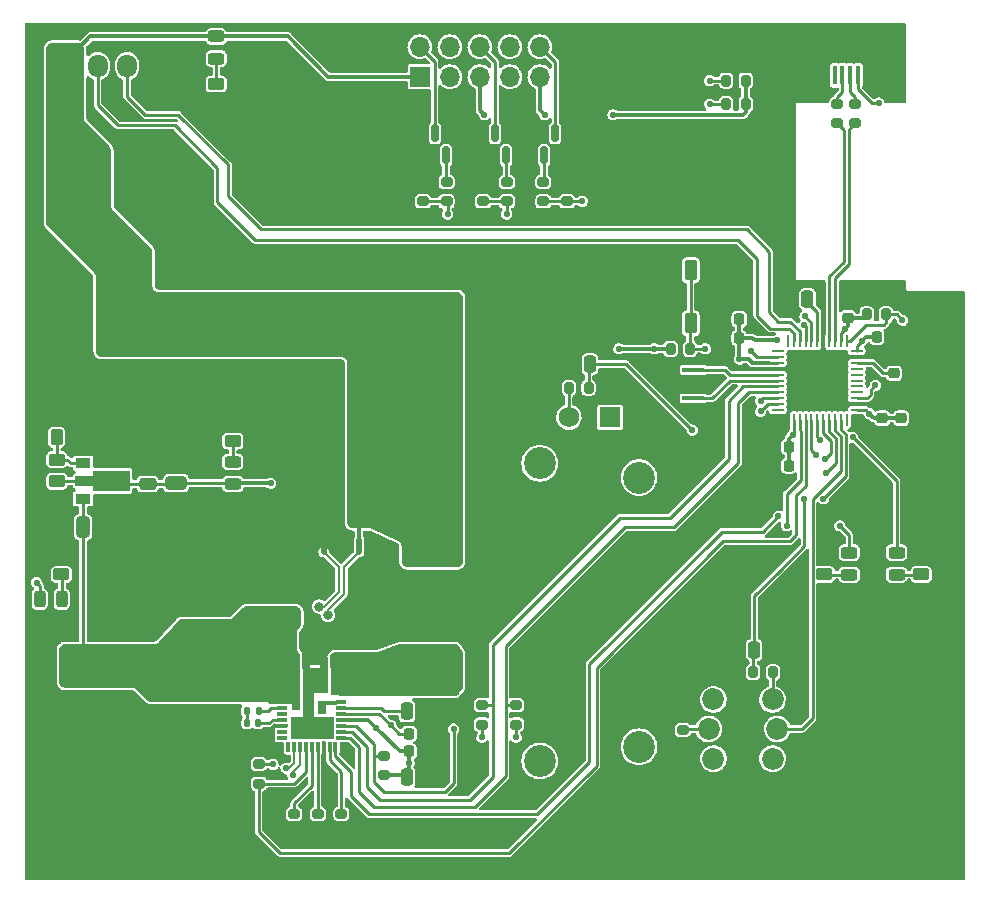
<source format=gtl>
G04 #@! TF.GenerationSoftware,KiCad,Pcbnew,(6.0.9)*
G04 #@! TF.CreationDate,2023-01-29T21:25:14-08:00*
G04 #@! TF.ProjectId,RadarPanelController,52616461-7250-4616-9e65-6c436f6e7472,REV1*
G04 #@! TF.SameCoordinates,Original*
G04 #@! TF.FileFunction,Copper,L1,Top*
G04 #@! TF.FilePolarity,Positive*
%FSLAX46Y46*%
G04 Gerber Fmt 4.6, Leading zero omitted, Abs format (unit mm)*
G04 Created by KiCad (PCBNEW (6.0.9)) date 2023-01-29 21:25:14*
%MOMM*%
%LPD*%
G01*
G04 APERTURE LIST*
G04 Aperture macros list*
%AMRoundRect*
0 Rectangle with rounded corners*
0 $1 Rounding radius*
0 $2 $3 $4 $5 $6 $7 $8 $9 X,Y pos of 4 corners*
0 Add a 4 corners polygon primitive as box body*
4,1,4,$2,$3,$4,$5,$6,$7,$8,$9,$2,$3,0*
0 Add four circle primitives for the rounded corners*
1,1,$1+$1,$2,$3*
1,1,$1+$1,$4,$5*
1,1,$1+$1,$6,$7*
1,1,$1+$1,$8,$9*
0 Add four rect primitives between the rounded corners*
20,1,$1+$1,$2,$3,$4,$5,0*
20,1,$1+$1,$4,$5,$6,$7,0*
20,1,$1+$1,$6,$7,$8,$9,0*
20,1,$1+$1,$8,$9,$2,$3,0*%
%AMFreePoly0*
4,1,21,2.125000,-3.300000,1.400000,-3.300000,1.400000,-2.775000,0.000000,-2.775000,0.000000,-2.225000,0.520000,-2.225000,0.520000,-1.525000,0.000000,-1.525000,0.000000,-0.975000,0.520000,-0.975000,0.520000,-0.275000,0.000000,-0.275000,0.000000,-0.000500,-0.000500,-0.000500,-0.000500,0.000500,0.000000,0.000500,0.000000,0.275000,1.725000,0.275000,1.725000,1.235000,2.125000,1.235000,
2.125000,-3.300000,2.125000,-3.300000,$1*%
%AMFreePoly1*
4,1,9,3.862500,-0.866500,0.737500,-0.866500,0.737500,-0.450000,-0.737500,-0.450000,-0.737500,0.450000,0.737500,0.450000,0.737500,0.866500,3.862500,0.866500,3.862500,-0.866500,3.862500,-0.866500,$1*%
G04 Aperture macros list end*
G04 #@! TA.AperFunction,EtchedComponent*
%ADD10C,0.100000*%
G04 #@! TD*
G04 #@! TA.AperFunction,SMDPad,CuDef*
%ADD11RoundRect,0.200000X-0.275000X0.200000X-0.275000X-0.200000X0.275000X-0.200000X0.275000X0.200000X0*%
G04 #@! TD*
G04 #@! TA.AperFunction,SMDPad,CuDef*
%ADD12RoundRect,0.250000X1.100000X-0.325000X1.100000X0.325000X-1.100000X0.325000X-1.100000X-0.325000X0*%
G04 #@! TD*
G04 #@! TA.AperFunction,SMDPad,CuDef*
%ADD13RoundRect,0.200000X0.275000X-0.200000X0.275000X0.200000X-0.275000X0.200000X-0.275000X-0.200000X0*%
G04 #@! TD*
G04 #@! TA.AperFunction,SMDPad,CuDef*
%ADD14RoundRect,0.225000X-0.225000X-0.250000X0.225000X-0.250000X0.225000X0.250000X-0.225000X0.250000X0*%
G04 #@! TD*
G04 #@! TA.AperFunction,SMDPad,CuDef*
%ADD15RoundRect,0.225000X0.225000X0.250000X-0.225000X0.250000X-0.225000X-0.250000X0.225000X-0.250000X0*%
G04 #@! TD*
G04 #@! TA.AperFunction,SMDPad,CuDef*
%ADD16RoundRect,0.150000X0.150000X-0.587500X0.150000X0.587500X-0.150000X0.587500X-0.150000X-0.587500X0*%
G04 #@! TD*
G04 #@! TA.AperFunction,SMDPad,CuDef*
%ADD17C,0.500000*%
G04 #@! TD*
G04 #@! TA.AperFunction,SMDPad,CuDef*
%ADD18RoundRect,0.250000X-0.325000X-1.100000X0.325000X-1.100000X0.325000X1.100000X-0.325000X1.100000X0*%
G04 #@! TD*
G04 #@! TA.AperFunction,SMDPad,CuDef*
%ADD19RoundRect,0.250000X1.000000X-1.950000X1.000000X1.950000X-1.000000X1.950000X-1.000000X-1.950000X0*%
G04 #@! TD*
G04 #@! TA.AperFunction,SMDPad,CuDef*
%ADD20RoundRect,0.250000X-0.325000X-0.650000X0.325000X-0.650000X0.325000X0.650000X-0.325000X0.650000X0*%
G04 #@! TD*
G04 #@! TA.AperFunction,SMDPad,CuDef*
%ADD21RoundRect,0.250000X0.450000X-0.262500X0.450000X0.262500X-0.450000X0.262500X-0.450000X-0.262500X0*%
G04 #@! TD*
G04 #@! TA.AperFunction,SMDPad,CuDef*
%ADD22RoundRect,0.250000X0.250000X0.475000X-0.250000X0.475000X-0.250000X-0.475000X0.250000X-0.475000X0*%
G04 #@! TD*
G04 #@! TA.AperFunction,SMDPad,CuDef*
%ADD23RoundRect,0.243750X0.456250X-0.243750X0.456250X0.243750X-0.456250X0.243750X-0.456250X-0.243750X0*%
G04 #@! TD*
G04 #@! TA.AperFunction,SMDPad,CuDef*
%ADD24RoundRect,0.140000X0.140000X0.170000X-0.140000X0.170000X-0.140000X-0.170000X0.140000X-0.170000X0*%
G04 #@! TD*
G04 #@! TA.AperFunction,ComponentPad*
%ADD25RoundRect,0.250000X-0.600000X-0.725000X0.600000X-0.725000X0.600000X0.725000X-0.600000X0.725000X0*%
G04 #@! TD*
G04 #@! TA.AperFunction,ComponentPad*
%ADD26O,1.700000X1.950000*%
G04 #@! TD*
G04 #@! TA.AperFunction,SMDPad,CuDef*
%ADD27RoundRect,0.225000X0.250000X-0.225000X0.250000X0.225000X-0.250000X0.225000X-0.250000X-0.225000X0*%
G04 #@! TD*
G04 #@! TA.AperFunction,SMDPad,CuDef*
%ADD28RoundRect,0.250000X0.475000X-0.250000X0.475000X0.250000X-0.475000X0.250000X-0.475000X-0.250000X0*%
G04 #@! TD*
G04 #@! TA.AperFunction,SMDPad,CuDef*
%ADD29RoundRect,0.250000X0.325000X1.100000X-0.325000X1.100000X-0.325000X-1.100000X0.325000X-1.100000X0*%
G04 #@! TD*
G04 #@! TA.AperFunction,ComponentPad*
%ADD30R,1.700000X1.700000*%
G04 #@! TD*
G04 #@! TA.AperFunction,ComponentPad*
%ADD31O,1.700000X1.700000*%
G04 #@! TD*
G04 #@! TA.AperFunction,ComponentPad*
%ADD32C,0.800000*%
G04 #@! TD*
G04 #@! TA.AperFunction,ComponentPad*
%ADD33C,6.400000*%
G04 #@! TD*
G04 #@! TA.AperFunction,SMDPad,CuDef*
%ADD34FreePoly0,0.000000*%
G04 #@! TD*
G04 #@! TA.AperFunction,SMDPad,CuDef*
%ADD35R,0.920000X0.300000*%
G04 #@! TD*
G04 #@! TA.AperFunction,SMDPad,CuDef*
%ADD36R,0.300000X0.920000*%
G04 #@! TD*
G04 #@! TA.AperFunction,SMDPad,CuDef*
%ADD37R,0.920000X0.350000*%
G04 #@! TD*
G04 #@! TA.AperFunction,SMDPad,CuDef*
%ADD38RoundRect,0.035000X-0.465000X-0.140000X0.465000X-0.140000X0.465000X0.140000X-0.465000X0.140000X0*%
G04 #@! TD*
G04 #@! TA.AperFunction,SMDPad,CuDef*
%ADD39RoundRect,0.060000X0.140000X-0.490000X0.140000X0.490000X-0.140000X0.490000X-0.140000X-0.490000X0*%
G04 #@! TD*
G04 #@! TA.AperFunction,SMDPad,CuDef*
%ADD40RoundRect,0.060000X0.240000X-0.490000X0.240000X0.490000X-0.240000X0.490000X-0.240000X-0.490000X0*%
G04 #@! TD*
G04 #@! TA.AperFunction,SMDPad,CuDef*
%ADD41RoundRect,0.250000X-0.250000X-0.475000X0.250000X-0.475000X0.250000X0.475000X-0.250000X0.475000X0*%
G04 #@! TD*
G04 #@! TA.AperFunction,SMDPad,CuDef*
%ADD42RoundRect,0.250000X1.500000X0.550000X-1.500000X0.550000X-1.500000X-0.550000X1.500000X-0.550000X0*%
G04 #@! TD*
G04 #@! TA.AperFunction,SMDPad,CuDef*
%ADD43RoundRect,0.250000X-0.450000X0.262500X-0.450000X-0.262500X0.450000X-0.262500X0.450000X0.262500X0*%
G04 #@! TD*
G04 #@! TA.AperFunction,SMDPad,CuDef*
%ADD44RoundRect,0.200000X0.200000X0.275000X-0.200000X0.275000X-0.200000X-0.275000X0.200000X-0.275000X0*%
G04 #@! TD*
G04 #@! TA.AperFunction,ComponentPad*
%ADD45R,1.750000X1.750000*%
G04 #@! TD*
G04 #@! TA.AperFunction,ComponentPad*
%ADD46C,1.750000*%
G04 #@! TD*
G04 #@! TA.AperFunction,ComponentPad*
%ADD47C,2.700000*%
G04 #@! TD*
G04 #@! TA.AperFunction,SMDPad,CuDef*
%ADD48RoundRect,0.250000X-1.100000X0.325000X-1.100000X-0.325000X1.100000X-0.325000X1.100000X0.325000X0*%
G04 #@! TD*
G04 #@! TA.AperFunction,SMDPad,CuDef*
%ADD49RoundRect,0.250000X0.650000X-0.325000X0.650000X0.325000X-0.650000X0.325000X-0.650000X-0.325000X0*%
G04 #@! TD*
G04 #@! TA.AperFunction,SMDPad,CuDef*
%ADD50RoundRect,0.200000X-0.200000X-0.275000X0.200000X-0.275000X0.200000X0.275000X-0.200000X0.275000X0*%
G04 #@! TD*
G04 #@! TA.AperFunction,SMDPad,CuDef*
%ADD51RoundRect,0.800000X1.700000X-1.200000X1.700000X1.200000X-1.700000X1.200000X-1.700000X-1.200000X0*%
G04 #@! TD*
G04 #@! TA.AperFunction,ComponentPad*
%ADD52C,1.850000*%
G04 #@! TD*
G04 #@! TA.AperFunction,SMDPad,CuDef*
%ADD53RoundRect,0.243750X0.243750X0.456250X-0.243750X0.456250X-0.243750X-0.456250X0.243750X-0.456250X0*%
G04 #@! TD*
G04 #@! TA.AperFunction,SMDPad,CuDef*
%ADD54RoundRect,0.250000X0.262500X0.450000X-0.262500X0.450000X-0.262500X-0.450000X0.262500X-0.450000X0*%
G04 #@! TD*
G04 #@! TA.AperFunction,SMDPad,CuDef*
%ADD55R,1.300000X0.900000*%
G04 #@! TD*
G04 #@! TA.AperFunction,SMDPad,CuDef*
%ADD56FreePoly1,0.000000*%
G04 #@! TD*
G04 #@! TA.AperFunction,SMDPad,CuDef*
%ADD57RoundRect,0.165000X0.385000X-0.710000X0.385000X0.710000X-0.385000X0.710000X-0.385000X-0.710000X0*%
G04 #@! TD*
G04 #@! TA.AperFunction,ComponentPad*
%ADD58R,2.540000X2.540000*%
G04 #@! TD*
G04 #@! TA.AperFunction,ComponentPad*
%ADD59C,2.540000*%
G04 #@! TD*
G04 #@! TA.AperFunction,SMDPad,CuDef*
%ADD60RoundRect,0.243750X-0.456250X0.243750X-0.456250X-0.243750X0.456250X-0.243750X0.456250X0.243750X0*%
G04 #@! TD*
G04 #@! TA.AperFunction,SMDPad,CuDef*
%ADD61RoundRect,0.135000X-0.135000X-0.185000X0.135000X-0.185000X0.135000X0.185000X-0.135000X0.185000X0*%
G04 #@! TD*
G04 #@! TA.AperFunction,SMDPad,CuDef*
%ADD62RoundRect,0.062500X-0.062500X0.475000X-0.062500X-0.475000X0.062500X-0.475000X0.062500X0.475000X0*%
G04 #@! TD*
G04 #@! TA.AperFunction,SMDPad,CuDef*
%ADD63RoundRect,0.062500X-0.475000X0.062500X-0.475000X-0.062500X0.475000X-0.062500X0.475000X0.062500X0*%
G04 #@! TD*
G04 #@! TA.AperFunction,SMDPad,CuDef*
%ADD64R,5.200000X5.200000*%
G04 #@! TD*
G04 #@! TA.AperFunction,SMDPad,CuDef*
%ADD65R,0.400000X1.650000*%
G04 #@! TD*
G04 #@! TA.AperFunction,SMDPad,CuDef*
%ADD66R,2.000000X1.500000*%
G04 #@! TD*
G04 #@! TA.AperFunction,SMDPad,CuDef*
%ADD67R,1.350000X2.000000*%
G04 #@! TD*
G04 #@! TA.AperFunction,SMDPad,CuDef*
%ADD68R,1.825000X0.700000*%
G04 #@! TD*
G04 #@! TA.AperFunction,SMDPad,CuDef*
%ADD69R,1.430000X2.500000*%
G04 #@! TD*
G04 #@! TA.AperFunction,ComponentPad*
%ADD70O,1.350000X1.700000*%
G04 #@! TD*
G04 #@! TA.AperFunction,ComponentPad*
%ADD71O,1.100000X1.500000*%
G04 #@! TD*
G04 #@! TA.AperFunction,SMDPad,CuDef*
%ADD72R,1.900000X0.400000*%
G04 #@! TD*
G04 #@! TA.AperFunction,ViaPad*
%ADD73C,0.550000*%
G04 #@! TD*
G04 #@! TA.AperFunction,ViaPad*
%ADD74C,0.800000*%
G04 #@! TD*
G04 #@! TA.AperFunction,Conductor*
%ADD75C,0.250000*%
G04 #@! TD*
G04 #@! TA.AperFunction,Conductor*
%ADD76C,0.220000*%
G04 #@! TD*
G04 #@! TA.AperFunction,Conductor*
%ADD77C,0.261112*%
G04 #@! TD*
G04 #@! TA.AperFunction,Conductor*
%ADD78C,0.300000*%
G04 #@! TD*
G04 #@! TA.AperFunction,Conductor*
%ADD79C,0.200000*%
G04 #@! TD*
G04 APERTURE END LIST*
G36*
X55750000Y-75000000D02*
G01*
X55250000Y-75000000D01*
X55250000Y-74000000D01*
X55750000Y-74000000D01*
X55750000Y-75000000D01*
G37*
G36*
X56100860Y-84794800D02*
G01*
X56750000Y-84794800D01*
X56750000Y-87150000D01*
X56100860Y-87150000D01*
X56100860Y-84794800D01*
G37*
G36*
X55206760Y-84938400D02*
G01*
X55754760Y-84938400D01*
X55754760Y-86890020D01*
X54606680Y-86890020D01*
X54606680Y-88970280D01*
X56252600Y-88970280D01*
X56252600Y-90748280D01*
X52747400Y-90748280D01*
X52747400Y-88970280D01*
X53776100Y-88970280D01*
X53776100Y-84938400D01*
X54324100Y-84938400D01*
X54324100Y-84845320D01*
X55206760Y-84845320D01*
X55206760Y-84938400D01*
G37*
D10*
X55206760Y-84938400D02*
X55754760Y-84938400D01*
X55754760Y-86890020D01*
X54606680Y-86890020D01*
X54606680Y-88970280D01*
X56252600Y-88970280D01*
X56252600Y-90748280D01*
X52747400Y-90748280D01*
X52747400Y-88970280D01*
X53776100Y-88970280D01*
X53776100Y-84938400D01*
X54324100Y-84938400D01*
X54324100Y-84845320D01*
X55206760Y-84845320D01*
X55206760Y-84938400D01*
G36*
X56538300Y-87847600D02*
G01*
X55615060Y-87847600D01*
X55615060Y-88660400D01*
X55005460Y-88660400D01*
X55005460Y-87593600D01*
X56538300Y-87593600D01*
X56538300Y-87847600D01*
G37*
X56538300Y-87847600D02*
X55615060Y-87847600D01*
X55615060Y-88660400D01*
X55005460Y-88660400D01*
X55005460Y-87593600D01*
X56538300Y-87593600D01*
X56538300Y-87847600D01*
G36*
X58750000Y-75000000D02*
G01*
X58250000Y-75000000D01*
X58250000Y-74000000D01*
X58750000Y-74000000D01*
X58750000Y-75000000D01*
G37*
D11*
X85900000Y-90075000D03*
X85900000Y-91725000D03*
D12*
X59000000Y-53975000D03*
X59000000Y-51025000D03*
D13*
X57000000Y-98825000D03*
X57000000Y-97175000D03*
D14*
X102325000Y-56800000D03*
X103875000Y-56800000D03*
D15*
X90675000Y-55300000D03*
X89125000Y-55300000D03*
D13*
X50000000Y-94625000D03*
X50000000Y-92975000D03*
D16*
X63950000Y-41437500D03*
X65850000Y-41437500D03*
X64900000Y-39562500D03*
D17*
X55500000Y-75000000D03*
X55500000Y-74000000D03*
D18*
X66525000Y-55300000D03*
X69475000Y-55300000D03*
D12*
X55500000Y-53975000D03*
X55500000Y-51025000D03*
D19*
X45500000Y-83200000D03*
X45500000Y-75800000D03*
D20*
X35125000Y-72900000D03*
X38075000Y-72900000D03*
D21*
X106100000Y-76912500D03*
X106100000Y-75087500D03*
D22*
X78050000Y-59100000D03*
X76150000Y-59100000D03*
D23*
X104000000Y-76937500D03*
X104000000Y-75062500D03*
D24*
X49980000Y-89500000D03*
X49020000Y-89500000D03*
D13*
X100500000Y-38725000D03*
X100500000Y-37075000D03*
D15*
X94875000Y-66100000D03*
X93325000Y-66100000D03*
D18*
X66525000Y-58800000D03*
X69475000Y-58800000D03*
D13*
X68900000Y-89625000D03*
X68900000Y-87975000D03*
D25*
X33850000Y-33875000D03*
D26*
X36350000Y-33875000D03*
X38850000Y-33875000D03*
X41350000Y-33875000D03*
D18*
X66525000Y-65800000D03*
X69475000Y-65800000D03*
X66525000Y-62300000D03*
X69475000Y-62300000D03*
D27*
X103800000Y-59875000D03*
X103800000Y-58325000D03*
D28*
X40600000Y-69250000D03*
X40600000Y-67350000D03*
D11*
X60600000Y-92275000D03*
X60600000Y-93925000D03*
D29*
X58475000Y-61000000D03*
X55525000Y-61000000D03*
D30*
X63650000Y-34775000D03*
D31*
X63650000Y-32235000D03*
X66190000Y-34775000D03*
X66190000Y-32235000D03*
X68730000Y-34775000D03*
X68730000Y-32235000D03*
X71270000Y-34775000D03*
X71270000Y-32235000D03*
X73810000Y-34775000D03*
X73810000Y-32235000D03*
X76350000Y-34775000D03*
X76350000Y-32235000D03*
D27*
X104400000Y-63675000D03*
X104400000Y-62125000D03*
D29*
X58475000Y-64500000D03*
X55525000Y-64500000D03*
D13*
X55000000Y-98825000D03*
X55000000Y-97175000D03*
D16*
X74150000Y-41437500D03*
X76050000Y-41437500D03*
X75100000Y-39562500D03*
D32*
X54000000Y-44900000D03*
X52302944Y-44197056D03*
X54000000Y-40100000D03*
X55697056Y-40802944D03*
X51600000Y-42500000D03*
X55697056Y-44197056D03*
X52302944Y-40802944D03*
D33*
X54000000Y-42500000D03*
D32*
X56400000Y-42500000D03*
D34*
X51340000Y-85080000D03*
D35*
X51998100Y-88220980D03*
X51998100Y-88718820D03*
X51998100Y-89219200D03*
X51998100Y-89719580D03*
X51998100Y-90219960D03*
X51998100Y-90720340D03*
D36*
X52501020Y-91505200D03*
X52998860Y-91505200D03*
X53499240Y-91505200D03*
X53999620Y-91505200D03*
X54500000Y-91505200D03*
X55000380Y-91505200D03*
X55500760Y-91505200D03*
X56001140Y-91505200D03*
X56498980Y-91505200D03*
D35*
X57001900Y-90720340D03*
X57001900Y-90219960D03*
X57001900Y-89719580D03*
X57001900Y-89219200D03*
X57001900Y-88718820D03*
X57001900Y-88220980D03*
D37*
X57001900Y-87720600D03*
D38*
X57160000Y-86973840D03*
X57160000Y-86476000D03*
X57160000Y-85975620D03*
X57160000Y-85475240D03*
X57160000Y-84974860D03*
D39*
X56300860Y-84395800D03*
D40*
X55500760Y-84395800D03*
X54030100Y-84395800D03*
D14*
X52725000Y-82500000D03*
X54275000Y-82500000D03*
D27*
X99900000Y-55175000D03*
X99900000Y-53625000D03*
D41*
X91950000Y-83300000D03*
X93850000Y-83300000D03*
D21*
X33300000Y-76912500D03*
X33300000Y-75087500D03*
D27*
X102800000Y-63675000D03*
X102800000Y-62125000D03*
D42*
X38400000Y-54500000D03*
X33000000Y-54500000D03*
D43*
X32900000Y-67187500D03*
X32900000Y-69012500D03*
D11*
X63900000Y-43675000D03*
X63900000Y-45325000D03*
D44*
X91225000Y-35100000D03*
X89575000Y-35100000D03*
D29*
X58475000Y-68000000D03*
X55525000Y-68000000D03*
D45*
X79750000Y-63605000D03*
D46*
X76250000Y-63605000D03*
X79750000Y-96605000D03*
D47*
X82200000Y-91505000D03*
X73800000Y-92705000D03*
X73800000Y-67505000D03*
X82200000Y-68705000D03*
D48*
X42400000Y-87025000D03*
X42400000Y-89975000D03*
D29*
X58475000Y-71500000D03*
X55525000Y-71500000D03*
D48*
X46000000Y-87025000D03*
X46000000Y-89975000D03*
D49*
X43000000Y-69175000D03*
X43000000Y-66225000D03*
D11*
X69000000Y-43675000D03*
X69000000Y-45325000D03*
D50*
X84875000Y-57800000D03*
X86525000Y-57800000D03*
D12*
X62500000Y-53975000D03*
X62500000Y-51025000D03*
D11*
X99000000Y-37075000D03*
X99000000Y-38725000D03*
D44*
X93525000Y-85200000D03*
X91875000Y-85200000D03*
D21*
X97900000Y-76912500D03*
X97900000Y-75087500D03*
D13*
X71800000Y-89625000D03*
X71800000Y-87975000D03*
D51*
X64700000Y-84900000D03*
X64700000Y-74100000D03*
D52*
X93500000Y-92500000D03*
X88500000Y-92500000D03*
X93500000Y-87500000D03*
X88500000Y-87500000D03*
X93900000Y-90000000D03*
X88100000Y-90000000D03*
D53*
X33337500Y-79000000D03*
X31462500Y-79000000D03*
D41*
X62550000Y-88500000D03*
X64450000Y-88500000D03*
D17*
X58500000Y-75000000D03*
X58500000Y-74000000D03*
D15*
X90675000Y-56900000D03*
X89125000Y-56900000D03*
D23*
X100000000Y-76937500D03*
X100000000Y-75062500D03*
D44*
X91225000Y-37100000D03*
X89575000Y-37100000D03*
D16*
X69050000Y-41437500D03*
X70950000Y-41437500D03*
X70000000Y-39562500D03*
D12*
X52000000Y-80475000D03*
X52000000Y-77525000D03*
D50*
X76275000Y-61100000D03*
X77925000Y-61100000D03*
D54*
X34712500Y-65300000D03*
X32887500Y-65300000D03*
D55*
X35150000Y-67500000D03*
D56*
X35237500Y-69000000D03*
D55*
X35150000Y-70500000D03*
D57*
X84425000Y-51150000D03*
X84425000Y-55650000D03*
X86575000Y-51150000D03*
X86575000Y-55650000D03*
D58*
X35050000Y-84690000D03*
D59*
X35050000Y-92310000D03*
D14*
X62725000Y-91900000D03*
X64275000Y-91900000D03*
D13*
X53000000Y-98825000D03*
X53000000Y-97175000D03*
D43*
X46400000Y-35387500D03*
X46400000Y-37212500D03*
D60*
X47800000Y-67375000D03*
X47800000Y-69250000D03*
D23*
X46400000Y-33237500D03*
X46400000Y-31362500D03*
D13*
X74100000Y-45325000D03*
X74100000Y-43675000D03*
D61*
X48990000Y-88500000D03*
X50010000Y-88500000D03*
D21*
X47800000Y-65612500D03*
X47800000Y-63787500D03*
D13*
X65900000Y-45325000D03*
X65900000Y-43675000D03*
X76100000Y-45325000D03*
X76100000Y-43675000D03*
D32*
X84302944Y-40802944D03*
X84302944Y-44197056D03*
X86000000Y-40100000D03*
X88400000Y-42500000D03*
X87697056Y-44197056D03*
X83600000Y-42500000D03*
D33*
X86000000Y-42500000D03*
D32*
X87697056Y-40802944D03*
X86000000Y-44900000D03*
D14*
X62725000Y-90400000D03*
X64275000Y-90400000D03*
D50*
X101475000Y-54900000D03*
X103125000Y-54900000D03*
D58*
X35090000Y-44150000D03*
D59*
X42710000Y-44150000D03*
D15*
X94875000Y-67700000D03*
X93325000Y-67700000D03*
D13*
X71000000Y-45325000D03*
X71000000Y-43675000D03*
D22*
X96450000Y-53600000D03*
X94550000Y-53600000D03*
D62*
X99800000Y-57162500D03*
X99300000Y-57162500D03*
X98800000Y-57162500D03*
X98300000Y-57162500D03*
X97800000Y-57162500D03*
X97300000Y-57162500D03*
X96800000Y-57162500D03*
X96300000Y-57162500D03*
X95800000Y-57162500D03*
X95300000Y-57162500D03*
X94800000Y-57162500D03*
D63*
X93962500Y-58000000D03*
X93962500Y-58500000D03*
X93962500Y-59000000D03*
X93962500Y-59500000D03*
X93962500Y-60000000D03*
X93962500Y-60500000D03*
X93962500Y-61000000D03*
X93962500Y-61500000D03*
X93962500Y-62000000D03*
X93962500Y-62500000D03*
X93962500Y-63000000D03*
D62*
X94800000Y-63837500D03*
X95300000Y-63837500D03*
X95800000Y-63837500D03*
X96300000Y-63837500D03*
X96800000Y-63837500D03*
X97300000Y-63837500D03*
X97800000Y-63837500D03*
X98300000Y-63837500D03*
X98800000Y-63837500D03*
X99300000Y-63837500D03*
X99800000Y-63837500D03*
D63*
X100637500Y-63000000D03*
X100637500Y-62500000D03*
X100637500Y-62000000D03*
X100637500Y-61500000D03*
X100637500Y-61000000D03*
X100637500Y-60500000D03*
X100637500Y-60000000D03*
X100637500Y-59500000D03*
X100637500Y-59000000D03*
X100637500Y-58500000D03*
X100637500Y-58000000D03*
D64*
X97300000Y-60500000D03*
D65*
X100725000Y-34665000D03*
X100075000Y-34665000D03*
X99425000Y-34665000D03*
X98775000Y-34665000D03*
X98125000Y-34665000D03*
D66*
X102275000Y-34765000D03*
X96525000Y-34785000D03*
D67*
X102155000Y-32715000D03*
D68*
X96425000Y-33465000D03*
D69*
X98465000Y-31515000D03*
D67*
X96675000Y-32715000D03*
D69*
X100385000Y-31515000D03*
D70*
X102155000Y-31785000D03*
X96695000Y-31785000D03*
D71*
X97005000Y-34785000D03*
D68*
X102375000Y-33465000D03*
D71*
X101845000Y-34785000D03*
D41*
X62550000Y-94100000D03*
X64450000Y-94100000D03*
D18*
X66525000Y-69300000D03*
X69475000Y-69300000D03*
D72*
X86800000Y-59600000D03*
X86800000Y-60800000D03*
X86800000Y-62000000D03*
D73*
X104500000Y-55400000D03*
X94000000Y-72000000D03*
X33300000Y-73900000D03*
X49000000Y-98000000D03*
X70500000Y-65800000D03*
X51000000Y-98000000D03*
X65600000Y-94100000D03*
X51000000Y-96000000D03*
X52000000Y-49700000D03*
X55000000Y-99800000D03*
X38100000Y-74400000D03*
X102300000Y-58400000D03*
X93400000Y-70000000D03*
X106100000Y-74000000D03*
X94600000Y-54800000D03*
X88800000Y-62900000D03*
X97800000Y-36200000D03*
X99700000Y-70500000D03*
X54500000Y-64500000D03*
X93800000Y-73400000D03*
X69500000Y-49700000D03*
X46300000Y-73000000D03*
X32900000Y-70600000D03*
X33000000Y-53100000D03*
X44700000Y-73000000D03*
X57800000Y-92000000D03*
X35800000Y-65300000D03*
X62500000Y-49700000D03*
X88100000Y-55300000D03*
X81000000Y-77000000D03*
X65600000Y-90400000D03*
X44500000Y-44100000D03*
X97900000Y-74000000D03*
X75000000Y-83000000D03*
X48500000Y-49700000D03*
X84000000Y-97000000D03*
X55800000Y-93600000D03*
X72000000Y-96000000D03*
X40900000Y-44100000D03*
X75000000Y-59100000D03*
X55500000Y-49700000D03*
X102800000Y-57900000D03*
X40600000Y-66100000D03*
X91200000Y-59300000D03*
X51400000Y-91600000D03*
X57000000Y-99800000D03*
X80600000Y-59800000D03*
X42700000Y-46000000D03*
X88000000Y-79000000D03*
X50000000Y-91600000D03*
X44200000Y-91100000D03*
X100800000Y-67600000D03*
X93800000Y-65000000D03*
X91400000Y-64800000D03*
X55500000Y-82500000D03*
X88400000Y-60800000D03*
X93400000Y-71000000D03*
X76000000Y-42700000D03*
X42400000Y-91100000D03*
X91400000Y-63200000D03*
X45500000Y-73000000D03*
X95000000Y-83300000D03*
X42700000Y-42300000D03*
X84000000Y-83000000D03*
X32900000Y-62600000D03*
X46400000Y-38300000D03*
X70500000Y-55300000D03*
X51000000Y-90200000D03*
X104300000Y-61000000D03*
X70500000Y-58800000D03*
X33000000Y-55900000D03*
X64000000Y-42700000D03*
X81000000Y-87000000D03*
X88100000Y-56900000D03*
X52000000Y-76200000D03*
X70500000Y-62300000D03*
X69000000Y-42700000D03*
X46000000Y-91100000D03*
X54500000Y-68000000D03*
X43000000Y-64900000D03*
X65600000Y-88500000D03*
X66000000Y-49700000D03*
X95000000Y-80000000D03*
X100900000Y-53700000D03*
X54500000Y-71500000D03*
X54500000Y-61000000D03*
X90000000Y-77000000D03*
X49000000Y-96000000D03*
X59000000Y-49700000D03*
X85900000Y-92700000D03*
X85200000Y-60800000D03*
X103600000Y-61000000D03*
X70500000Y-69300000D03*
X47800000Y-62600000D03*
X53000000Y-99800000D03*
X96250000Y-55050000D03*
X102500000Y-37000000D03*
X87800000Y-57800000D03*
X91700000Y-58000000D03*
X88200000Y-35100000D03*
X92500000Y-62200000D03*
X88200000Y-37100000D03*
X92500000Y-63100000D03*
X97200000Y-66800000D03*
X77375000Y-45325000D03*
X66500000Y-90000000D03*
X96200000Y-55800000D03*
X98000000Y-68300000D03*
X66000000Y-46400000D03*
X71000000Y-46400000D03*
X97950000Y-67150000D03*
X86700000Y-64700000D03*
X102200000Y-60900000D03*
X65300000Y-71500000D03*
X33300000Y-44100000D03*
X35100000Y-42300000D03*
X35100000Y-46000000D03*
X65900000Y-71500000D03*
X32400000Y-33400000D03*
X59700000Y-68000000D03*
X62500000Y-55200000D03*
X62900000Y-71500000D03*
X59700000Y-61000000D03*
X40800000Y-54500000D03*
X62800000Y-61000000D03*
X33900000Y-32400000D03*
X48500000Y-55200000D03*
X32400000Y-34600000D03*
X38400000Y-55900000D03*
X59700000Y-64500000D03*
X59700000Y-71500000D03*
X63500000Y-71500000D03*
X62800000Y-64500000D03*
X59000000Y-55200000D03*
X59700000Y-57500000D03*
X36900000Y-44100000D03*
X62800000Y-57500000D03*
X64700000Y-71500000D03*
X66500000Y-71500000D03*
X62800000Y-68000000D03*
X38400000Y-53100000D03*
X52000000Y-55200000D03*
X33900000Y-35500000D03*
X64100000Y-71500000D03*
X55500000Y-55200000D03*
X99200000Y-72800000D03*
X94700000Y-72800000D03*
X97492250Y-65507750D03*
X100286696Y-65286696D03*
X52882843Y-93882843D03*
D74*
X55871232Y-80371232D03*
X55128768Y-79628768D03*
D73*
X52317157Y-93317157D03*
X74200000Y-38000000D03*
X83500000Y-57800000D03*
X59925000Y-89875000D03*
X62725000Y-92875000D03*
X51000000Y-69200000D03*
X69100000Y-38000000D03*
X68900000Y-90700000D03*
X95200000Y-65100000D03*
X93900000Y-57100000D03*
X71800000Y-90700000D03*
X90700000Y-58700000D03*
X80000000Y-38000000D03*
X80500000Y-57800000D03*
X101700000Y-63300000D03*
X51200000Y-93000000D03*
X101050000Y-57150000D03*
X99650000Y-56150000D03*
X31200000Y-77600000D03*
X48200000Y-86800000D03*
X61200000Y-89700000D03*
X97800000Y-70500000D03*
X96200000Y-70500000D03*
D75*
X103125000Y-55575000D02*
X103125000Y-54900000D01*
X99800000Y-57162500D02*
X100037500Y-57162500D01*
D76*
X78000000Y-92800000D02*
X78000000Y-84500000D01*
X57800000Y-93600000D02*
X57800000Y-95700000D01*
X104000000Y-54900000D02*
X103125000Y-54900000D01*
X89200000Y-73300000D02*
X92700000Y-73300000D01*
X73600000Y-97200000D02*
X78000000Y-92800000D01*
D75*
X101400000Y-55800000D02*
X102900000Y-55800000D01*
D76*
X92700000Y-73300000D02*
X94000000Y-72000000D01*
X104500000Y-55400000D02*
X104000000Y-54900000D01*
X59300000Y-97200000D02*
X73600000Y-97200000D01*
X57800000Y-95700000D02*
X59300000Y-97200000D01*
X56498980Y-91505200D02*
X56498980Y-92298980D01*
D75*
X100037500Y-57162500D02*
X101400000Y-55800000D01*
X102900000Y-55800000D02*
X103125000Y-55575000D01*
D76*
X56498980Y-92298980D02*
X57800000Y-93600000D01*
X78000000Y-84500000D02*
X89200000Y-73300000D01*
D77*
X98782157Y-57144657D02*
X98800000Y-57162500D01*
X100500000Y-38725000D02*
X99982157Y-39242843D01*
X99982157Y-50646163D02*
X98782157Y-51846163D01*
X99982157Y-39242843D02*
X99982157Y-50646163D01*
X98782157Y-51846163D02*
X98782157Y-57144657D01*
X99517843Y-50453837D02*
X98317843Y-51653837D01*
X98317843Y-51653837D02*
X98317843Y-57144657D01*
X98317843Y-57144657D02*
X98300000Y-57162500D01*
X99000000Y-38725000D02*
X99517843Y-39242843D01*
X99517843Y-39242843D02*
X99517843Y-50453837D01*
D75*
X97800000Y-60000000D02*
X97300000Y-60500000D01*
X100637500Y-58500000D02*
X99300000Y-58500000D01*
X99300000Y-58500000D02*
X97300000Y-60500000D01*
D78*
X55500000Y-71525000D02*
X55525000Y-71500000D01*
X84425000Y-51150000D02*
X84425000Y-55650000D01*
X55800000Y-93600000D02*
X55500760Y-93300760D01*
X55500760Y-93300760D02*
X55500760Y-91505200D01*
D75*
X93962500Y-59500000D02*
X96300000Y-59500000D01*
D78*
X55500000Y-74000000D02*
X55500000Y-71525000D01*
D75*
X99300000Y-62500000D02*
X97300000Y-60500000D01*
X100637500Y-62500000D02*
X99300000Y-62500000D01*
X96300000Y-59500000D02*
X97300000Y-60500000D01*
X97800000Y-57162500D02*
X97800000Y-60000000D01*
D76*
X96450000Y-53850000D02*
X96450000Y-53600000D01*
X97300000Y-57162500D02*
X97300000Y-54700000D01*
X97300000Y-54700000D02*
X96450000Y-53850000D01*
X96800000Y-55600000D02*
X96800000Y-57162500D01*
X102500000Y-37000000D02*
X101900000Y-37000000D01*
X100725000Y-35825000D02*
X100725000Y-34665000D01*
X96250000Y-55050000D02*
X96800000Y-55600000D01*
X101900000Y-37000000D02*
X100725000Y-35825000D01*
X40400000Y-38000000D02*
X43200000Y-38000000D01*
X38850000Y-36450000D02*
X40400000Y-38000000D01*
X94000000Y-55500000D02*
X95000000Y-55500000D01*
X47400000Y-42200000D02*
X47400000Y-44900000D01*
X95000000Y-55500000D02*
X95800000Y-56300000D01*
X95800000Y-56300000D02*
X95800000Y-57162500D01*
X91300000Y-47700000D02*
X93200000Y-49600000D01*
X50200000Y-47700000D02*
X91300000Y-47700000D01*
X93200000Y-49600000D02*
X93200000Y-54700000D01*
X38850000Y-33875000D02*
X38850000Y-36450000D01*
X93200000Y-54700000D02*
X94000000Y-55500000D01*
X43200000Y-38000000D02*
X47400000Y-42200000D01*
X47400000Y-44900000D02*
X50200000Y-47700000D01*
X92200000Y-50200000D02*
X90600000Y-48600000D01*
X46500000Y-45400000D02*
X46500000Y-42500000D01*
X42900000Y-38900000D02*
X38100000Y-38900000D01*
X36350000Y-37150000D02*
X36350000Y-33875000D01*
X93300000Y-56100000D02*
X92200000Y-55000000D01*
X95300000Y-56500000D02*
X94900000Y-56100000D01*
X49700000Y-48600000D02*
X46500000Y-45400000D01*
X92200000Y-55000000D02*
X92200000Y-50200000D01*
X94900000Y-56100000D02*
X93300000Y-56100000D01*
X90600000Y-48600000D02*
X49700000Y-48600000D01*
X95300000Y-57162500D02*
X95300000Y-56500000D01*
X46500000Y-42500000D02*
X42900000Y-38900000D01*
X38100000Y-38900000D02*
X36350000Y-37150000D01*
X91700000Y-58000000D02*
X92200000Y-58500000D01*
X86575000Y-51150000D02*
X86575000Y-55650000D01*
X86525000Y-55700000D02*
X86575000Y-55650000D01*
X87800000Y-57800000D02*
X86525000Y-57800000D01*
X86525000Y-57800000D02*
X86525000Y-55700000D01*
X92200000Y-58500000D02*
X93962500Y-58500000D01*
X89900000Y-60000000D02*
X93962500Y-60000000D01*
X86800000Y-59600000D02*
X89500000Y-59600000D01*
X89500000Y-59600000D02*
X89900000Y-60000000D01*
X89900000Y-60500000D02*
X93962500Y-60500000D01*
X88400000Y-62000000D02*
X89900000Y-60500000D01*
X86800000Y-62000000D02*
X88400000Y-62000000D01*
X57919960Y-90219960D02*
X57001900Y-90219960D01*
X69800000Y-94100000D02*
X67900000Y-96000000D01*
X59200000Y-94900000D02*
X59200000Y-91500000D01*
X93962500Y-61000000D02*
X91000000Y-61000000D01*
X68900000Y-87975000D02*
X69725000Y-87975000D01*
X91000000Y-61000000D02*
X89800000Y-62200000D01*
X69725000Y-87975000D02*
X69800000Y-87900000D01*
X69800000Y-87900000D02*
X69800000Y-94100000D01*
X60300000Y-96000000D02*
X59200000Y-94900000D01*
X80600000Y-72100000D02*
X69800000Y-82900000D01*
X84800000Y-72100000D02*
X80600000Y-72100000D01*
X69800000Y-82900000D02*
X69800000Y-87900000D01*
X59200000Y-91500000D02*
X57919960Y-90219960D01*
X89800000Y-67100000D02*
X84800000Y-72100000D01*
X89800000Y-62200000D02*
X89800000Y-67100000D01*
X67900000Y-96000000D02*
X60300000Y-96000000D01*
X70975000Y-87975000D02*
X70900000Y-87900000D01*
X91500000Y-61500000D02*
X93962500Y-61500000D01*
X59800000Y-96600000D02*
X68300000Y-96600000D01*
X57720340Y-90720340D02*
X58500000Y-91500000D01*
X81000000Y-72900000D02*
X85200000Y-72900000D01*
X71800000Y-87975000D02*
X70975000Y-87975000D01*
X70900000Y-83000000D02*
X81000000Y-72900000D01*
X85200000Y-72900000D02*
X90600000Y-67500000D01*
X57001900Y-90720340D02*
X57720340Y-90720340D01*
X70900000Y-87900000D02*
X70900000Y-83000000D01*
X90600000Y-62400000D02*
X91500000Y-61500000D01*
X58500000Y-91500000D02*
X58500000Y-95300000D01*
X90600000Y-67500000D02*
X90600000Y-62400000D01*
X70900000Y-94000000D02*
X70900000Y-87900000D01*
X58500000Y-95300000D02*
X59800000Y-96600000D01*
X68300000Y-96600000D02*
X70900000Y-94000000D01*
X88200000Y-35100000D02*
X89575000Y-35100000D01*
X92500000Y-62200000D02*
X92700000Y-62000000D01*
X92700000Y-62000000D02*
X93962500Y-62000000D01*
X92500000Y-63100000D02*
X93100000Y-62500000D01*
X93100000Y-62500000D02*
X93962500Y-62500000D01*
X88200000Y-37100000D02*
X89575000Y-37100000D01*
X95500000Y-70200000D02*
X95500000Y-73600000D01*
X53999620Y-91505200D02*
X53999620Y-93600380D01*
X89300000Y-74100000D02*
X78600000Y-84800000D01*
X95000000Y-74100000D02*
X89300000Y-74100000D01*
X51800000Y-100500000D02*
X50000000Y-98700000D01*
X71200000Y-100500000D02*
X51800000Y-100500000D01*
X50000000Y-98700000D02*
X50000000Y-94625000D01*
X96300000Y-69400000D02*
X95500000Y-70200000D01*
X95500000Y-73600000D02*
X95000000Y-74100000D01*
X53999620Y-93600380D02*
X52975000Y-94625000D01*
X96300000Y-63837500D02*
X96300000Y-69400000D01*
X52975000Y-94625000D02*
X50000000Y-94625000D01*
X78600000Y-93100000D02*
X71200000Y-100500000D01*
X78600000Y-84800000D02*
X78600000Y-93100000D01*
X74100000Y-45325000D02*
X76100000Y-45325000D01*
X77375000Y-45325000D02*
X76100000Y-45325000D01*
X97200000Y-66800000D02*
X96800000Y-66400000D01*
X96800000Y-66400000D02*
X96800000Y-63837500D01*
X66500000Y-94600000D02*
X65800000Y-95300000D01*
X60600000Y-95300000D02*
X59800000Y-94500000D01*
X59875000Y-92275000D02*
X59800000Y-92200000D01*
X59800000Y-92200000D02*
X59800000Y-91300000D01*
X59800000Y-94500000D02*
X59800000Y-92200000D01*
X60600000Y-92275000D02*
X59875000Y-92275000D01*
X96200000Y-55800000D02*
X96300000Y-55900000D01*
X65800000Y-95300000D02*
X60600000Y-95300000D01*
X58219580Y-89719580D02*
X57001900Y-89719580D01*
X59800000Y-91300000D02*
X58219580Y-89719580D01*
X66500000Y-90000000D02*
X66500000Y-94600000D01*
X96300000Y-55900000D02*
X96300000Y-57162500D01*
X63900000Y-45325000D02*
X65900000Y-45325000D01*
X66000000Y-45425000D02*
X65900000Y-45325000D01*
X66000000Y-46400000D02*
X66000000Y-45425000D01*
X98860000Y-65400955D02*
X98300000Y-64840955D01*
X98860000Y-67440000D02*
X98860000Y-65400955D01*
X98000000Y-68300000D02*
X98860000Y-67440000D01*
X98300000Y-64840955D02*
X98300000Y-63837500D01*
X98440000Y-66660000D02*
X98440000Y-65574925D01*
X71000000Y-46400000D02*
X71000000Y-45325000D01*
X98440000Y-65574925D02*
X97800000Y-64934925D01*
X97950000Y-67150000D02*
X98440000Y-66660000D01*
X97800000Y-64934925D02*
X97800000Y-63837500D01*
X69000000Y-45325000D02*
X71000000Y-45325000D01*
X101800000Y-61700000D02*
X101500000Y-62000000D01*
X77925000Y-59225000D02*
X78050000Y-59100000D01*
X102200000Y-60900000D02*
X101800000Y-61300000D01*
X77925000Y-61100000D02*
X77925000Y-59225000D01*
X78050000Y-59100000D02*
X81100000Y-59100000D01*
X101500000Y-62000000D02*
X100637500Y-62000000D01*
X101800000Y-61300000D02*
X101800000Y-61700000D01*
X81100000Y-59100000D02*
X86700000Y-64700000D01*
X102000000Y-59000000D02*
X100637500Y-59000000D01*
X103800000Y-59875000D02*
X102875000Y-59875000D01*
X102875000Y-59875000D02*
X102000000Y-59000000D01*
D78*
X46400000Y-31362500D02*
X35737500Y-31362500D01*
X55875000Y-34775000D02*
X63650000Y-34775000D01*
X34700000Y-32400000D02*
X33900000Y-32400000D01*
X58500000Y-71525000D02*
X58475000Y-71500000D01*
X46400000Y-31362500D02*
X52462500Y-31362500D01*
X52462500Y-31362500D02*
X55875000Y-34775000D01*
X58500000Y-74000000D02*
X58500000Y-71525000D01*
X35737500Y-31362500D02*
X34700000Y-32400000D01*
D76*
X60314950Y-88220980D02*
X57001900Y-88220980D01*
X60593970Y-88500000D02*
X60314950Y-88220980D01*
X62725000Y-88500000D02*
X60593970Y-88500000D01*
X50900000Y-89500000D02*
X49980000Y-89500000D01*
X51180800Y-89219200D02*
X50900000Y-89500000D01*
X51998100Y-89219200D02*
X51180800Y-89219200D01*
X49020000Y-88530000D02*
X48990000Y-88500000D01*
X49020000Y-89500000D02*
X49020000Y-88530000D01*
X33337500Y-76950000D02*
X33300000Y-76912500D01*
X33337500Y-79000000D02*
X33337500Y-76950000D01*
X46400000Y-35387500D02*
X46400000Y-33237500D01*
X47800000Y-67375000D02*
X47800000Y-65612500D01*
X97925000Y-76937500D02*
X97900000Y-76912500D01*
X100000000Y-76937500D02*
X97925000Y-76937500D01*
X94700000Y-72800000D02*
X94700000Y-70100000D01*
X95800000Y-64700000D02*
X95800000Y-63837500D01*
X100000000Y-73600000D02*
X100000000Y-75062500D01*
X99200000Y-72800000D02*
X100000000Y-73600000D01*
X94700000Y-70100000D02*
X95880000Y-68920000D01*
X95880000Y-68920000D02*
X95880000Y-64780000D01*
X95880000Y-64780000D02*
X95800000Y-64700000D01*
X104000000Y-76937500D02*
X106075000Y-76937500D01*
X106075000Y-76937500D02*
X106100000Y-76912500D01*
X97300000Y-65315500D02*
X97300000Y-63837500D01*
X104000000Y-69000000D02*
X104000000Y-75062500D01*
X97492250Y-65507750D02*
X97300000Y-65315500D01*
X100286696Y-65286696D02*
X104000000Y-69000000D01*
X100075000Y-36075000D02*
X100075000Y-34665000D01*
X100500000Y-37075000D02*
X100500000Y-36500000D01*
X100500000Y-36500000D02*
X100075000Y-36075000D01*
X99000000Y-36500000D02*
X99425000Y-36075000D01*
X99425000Y-36075000D02*
X99425000Y-34665000D01*
X99000000Y-37075000D02*
X99000000Y-36500000D01*
X64900000Y-39562500D02*
X64900000Y-33485000D01*
X64900000Y-33485000D02*
X63650000Y-32235000D01*
X70000000Y-33505000D02*
X68730000Y-32235000D01*
X70000000Y-39562500D02*
X70000000Y-33505000D01*
X75100000Y-39562500D02*
X75100000Y-33525000D01*
X75100000Y-33525000D02*
X73810000Y-32235000D01*
X65850000Y-43625000D02*
X65900000Y-43675000D01*
X65850000Y-41437500D02*
X65850000Y-43625000D01*
X70950000Y-43625000D02*
X71000000Y-43675000D01*
X70950000Y-41437500D02*
X70950000Y-43625000D01*
X74150000Y-41437500D02*
X74150000Y-43625000D01*
X74150000Y-43625000D02*
X74100000Y-43675000D01*
X76250000Y-61125000D02*
X76275000Y-61100000D01*
X76250000Y-63605000D02*
X76250000Y-61125000D01*
X54500000Y-94800000D02*
X54500000Y-91505200D01*
X53000000Y-97175000D02*
X53000000Y-96300000D01*
X53000000Y-96300000D02*
X54500000Y-94800000D01*
X56001140Y-91505200D02*
X56001140Y-92601140D01*
X56001140Y-92601140D02*
X57000000Y-93600000D01*
X57000000Y-93600000D02*
X57000000Y-97175000D01*
X55000000Y-97175000D02*
X55000000Y-91505580D01*
X55000000Y-91505580D02*
X55000380Y-91505200D01*
X50800000Y-88500000D02*
X51079020Y-88220980D01*
X51079020Y-88220980D02*
X51998100Y-88220980D01*
X50010000Y-88500000D02*
X50800000Y-88500000D01*
D79*
X52882843Y-93882843D02*
X52882843Y-93635356D01*
X53499240Y-92105201D02*
X53499240Y-91505200D01*
X53474050Y-92130391D02*
X53499240Y-92105201D01*
X57225001Y-76274999D02*
X57225000Y-78593199D01*
X58500000Y-75000000D02*
X57225001Y-76274999D01*
X53474050Y-93044149D02*
X53474050Y-92130391D01*
X52882843Y-93635356D02*
X53474050Y-93044149D01*
X57225000Y-78593199D02*
X55871232Y-79946967D01*
X55871232Y-79946967D02*
X55871232Y-80371232D01*
X56775000Y-78406801D02*
X55553033Y-79628768D01*
X55553033Y-79628768D02*
X55128768Y-79628768D01*
X52998860Y-92105201D02*
X52998860Y-91505200D01*
X52564644Y-93317157D02*
X53024050Y-92857751D01*
X52317157Y-93317157D02*
X52564644Y-93317157D01*
X53024050Y-92857751D02*
X53024050Y-92130391D01*
X53024050Y-92130391D02*
X52998860Y-92105201D01*
X55500000Y-75000000D02*
X56774999Y-76274999D01*
X56774999Y-76274999D02*
X56775000Y-78406801D01*
D78*
X62375000Y-93925000D02*
X62550000Y-94100000D01*
X91500000Y-58700000D02*
X90700000Y-58700000D01*
X59269200Y-89219200D02*
X57001900Y-89219200D01*
D76*
X35237500Y-69000000D02*
X32912500Y-69000000D01*
D78*
X60600000Y-93925000D02*
X62375000Y-93925000D01*
X94875000Y-67700000D02*
X94875000Y-66100000D01*
D76*
X43000000Y-69175000D02*
X47725000Y-69175000D01*
X32912500Y-69000000D02*
X32900000Y-69012500D01*
D78*
X102800000Y-63675000D02*
X104400000Y-63675000D01*
X51000000Y-69200000D02*
X47850000Y-69200000D01*
D76*
X95300000Y-65000000D02*
X95200000Y-65100000D01*
D78*
X95200000Y-65100000D02*
X94875000Y-65425000D01*
X93900000Y-57100000D02*
X92000000Y-57100000D01*
X80000000Y-38000000D02*
X91000000Y-38000000D01*
X62725000Y-93925000D02*
X62550000Y-94100000D01*
X102075000Y-63675000D02*
X102800000Y-63675000D01*
X91225000Y-35100000D02*
X91225000Y-37100000D01*
X91800000Y-59000000D02*
X93200000Y-59000000D01*
D75*
X100637500Y-58000000D02*
X100637500Y-57562500D01*
D78*
X90675000Y-56900000D02*
X90675000Y-58675000D01*
X91500000Y-58700000D02*
X91800000Y-59000000D01*
X84875000Y-57800000D02*
X83500000Y-57800000D01*
X69100000Y-38000000D02*
X68730000Y-37630000D01*
D76*
X42925000Y-69250000D02*
X43000000Y-69175000D01*
D78*
X73810000Y-37610000D02*
X74200000Y-38000000D01*
D76*
X93962500Y-59000000D02*
X93200000Y-59000000D01*
X38400000Y-69000000D02*
X38650000Y-69250000D01*
D78*
X47850000Y-69200000D02*
X47800000Y-69250000D01*
X99900000Y-55900000D02*
X99900000Y-55175000D01*
X61950000Y-91900000D02*
X59925000Y-89875000D01*
D76*
X40600000Y-69250000D02*
X42925000Y-69250000D01*
D75*
X99300000Y-56500000D02*
X99650000Y-56150000D01*
D78*
X101475000Y-54900000D02*
X101200000Y-55175000D01*
D76*
X101400000Y-63000000D02*
X100637500Y-63000000D01*
D75*
X99300000Y-57162500D02*
X99300000Y-56500000D01*
D78*
X62725000Y-92875000D02*
X62725000Y-93925000D01*
D76*
X47725000Y-69175000D02*
X47800000Y-69250000D01*
D78*
X59925000Y-89875000D02*
X59269200Y-89219200D01*
X91000000Y-38000000D02*
X91225000Y-37775000D01*
D76*
X51175000Y-92975000D02*
X51200000Y-93000000D01*
D78*
X90675000Y-58675000D02*
X90700000Y-58700000D01*
D76*
X35237500Y-69000000D02*
X38400000Y-69000000D01*
D78*
X101050000Y-57150000D02*
X101400000Y-56800000D01*
X91800000Y-56900000D02*
X90675000Y-56900000D01*
D76*
X38650000Y-69250000D02*
X40600000Y-69250000D01*
X68900000Y-89625000D02*
X68900000Y-90700000D01*
D78*
X90675000Y-55300000D02*
X90675000Y-56900000D01*
X94875000Y-65425000D02*
X94875000Y-66100000D01*
X62725000Y-91900000D02*
X61950000Y-91900000D01*
X91225000Y-37775000D02*
X91225000Y-37100000D01*
X73810000Y-34775000D02*
X73810000Y-37610000D01*
D76*
X101700000Y-63300000D02*
X101400000Y-63000000D01*
D78*
X101400000Y-56800000D02*
X102325000Y-56800000D01*
D76*
X95300000Y-63837500D02*
X95300000Y-65000000D01*
X71800000Y-89625000D02*
X71800000Y-90700000D01*
D78*
X80500000Y-57800000D02*
X83500000Y-57800000D01*
X68730000Y-37630000D02*
X68730000Y-34775000D01*
D76*
X50000000Y-92975000D02*
X51175000Y-92975000D01*
D78*
X101700000Y-63300000D02*
X102075000Y-63675000D01*
X101200000Y-55175000D02*
X99900000Y-55175000D01*
X99650000Y-56150000D02*
X99900000Y-55900000D01*
X62725000Y-91900000D02*
X62725000Y-92875000D01*
X92000000Y-57100000D02*
X91800000Y-56900000D01*
D75*
X100637500Y-57562500D02*
X101050000Y-57150000D01*
D76*
X61200000Y-89700000D02*
X61900000Y-90400000D01*
X35125000Y-72900000D02*
X35125000Y-70525000D01*
X35125000Y-84615000D02*
X35125000Y-72900000D01*
D75*
X31462500Y-77862500D02*
X31462500Y-79000000D01*
X31200000Y-77600000D02*
X31462500Y-77862500D01*
D76*
X35050000Y-84690000D02*
X35125000Y-84615000D01*
X61200000Y-89700000D02*
X60218820Y-88718820D01*
X35125000Y-70525000D02*
X35150000Y-70500000D01*
X61900000Y-90400000D02*
X62725000Y-90400000D01*
X60218820Y-88718820D02*
X57001900Y-88718820D01*
X93500000Y-87500000D02*
X93525000Y-87475000D01*
X93525000Y-87475000D02*
X93525000Y-85200000D01*
X88100000Y-90000000D02*
X85975000Y-90000000D01*
X85975000Y-90000000D02*
X85900000Y-90075000D01*
X99300000Y-64653015D02*
X99300000Y-63837500D01*
X99700000Y-68600000D02*
X99700000Y-65053015D01*
X91950000Y-83300000D02*
X91950000Y-78750000D01*
X96200000Y-74500000D02*
X96200000Y-70500000D01*
X91875000Y-83375000D02*
X91950000Y-83300000D01*
X91875000Y-85200000D02*
X91875000Y-83375000D01*
X94100000Y-76600000D02*
X96200000Y-74500000D01*
X91950000Y-78750000D02*
X94100000Y-76600000D01*
X99700000Y-65053015D02*
X99300000Y-64653015D01*
X97800000Y-70500000D02*
X99700000Y-68600000D01*
X93900000Y-90000000D02*
X96000000Y-90000000D01*
X98800000Y-64746985D02*
X98800000Y-63837500D01*
X96900000Y-70500000D02*
X99280000Y-68120000D01*
X99280000Y-65226985D02*
X98800000Y-64746985D01*
X96900000Y-89100000D02*
X96900000Y-70500000D01*
X96000000Y-90000000D02*
X96900000Y-89100000D01*
X99280000Y-68120000D02*
X99280000Y-65226985D01*
X32900000Y-67187500D02*
X32900000Y-65312500D01*
X32900000Y-65312500D02*
X32887500Y-65300000D01*
X35150000Y-67500000D02*
X34100000Y-67500000D01*
X34100000Y-67500000D02*
X33787500Y-67187500D01*
X33787500Y-67187500D02*
X32900000Y-67187500D01*
G04 #@! TA.AperFunction,Conductor*
G36*
X104741621Y-30220502D02*
G01*
X104788114Y-30274158D01*
X104799500Y-30326500D01*
X104799500Y-36874000D01*
X104779498Y-36942121D01*
X104725842Y-36988614D01*
X104673500Y-37000000D01*
X103089630Y-37000000D01*
X103021509Y-36979998D01*
X102975016Y-36926342D01*
X102964904Y-36891868D01*
X102961081Y-36865171D01*
X102904706Y-36741180D01*
X102815796Y-36637996D01*
X102796860Y-36625722D01*
X102709032Y-36568794D01*
X102709030Y-36568793D01*
X102701501Y-36563913D01*
X102692904Y-36561342D01*
X102692902Y-36561341D01*
X102615973Y-36538335D01*
X102571006Y-36524887D01*
X102562030Y-36524832D01*
X102562029Y-36524832D01*
X102505036Y-36524484D01*
X102434804Y-36524055D01*
X102426172Y-36526522D01*
X102312473Y-36559017D01*
X102312471Y-36559018D01*
X102303842Y-36561484D01*
X102296252Y-36566273D01*
X102203355Y-36624887D01*
X102188650Y-36634165D01*
X102177397Y-36646907D01*
X102117312Y-36684725D01*
X102082955Y-36689500D01*
X102080803Y-36689500D01*
X102012682Y-36669498D01*
X101991708Y-36652595D01*
X101104264Y-35765151D01*
X101070238Y-35702839D01*
X101075303Y-35632024D01*
X101088595Y-35606052D01*
X101106974Y-35578548D01*
X101106975Y-35578545D01*
X101113867Y-35568231D01*
X101118844Y-35543213D01*
X101124293Y-35515816D01*
X101125500Y-35509748D01*
X101125500Y-33820252D01*
X101119634Y-33790761D01*
X101116288Y-33773939D01*
X101116288Y-33773938D01*
X101113867Y-33761769D01*
X101069552Y-33695448D01*
X101003231Y-33651133D01*
X100991062Y-33648712D01*
X100991061Y-33648712D01*
X100950816Y-33640707D01*
X100944748Y-33639500D01*
X100505252Y-33639500D01*
X100446769Y-33651133D01*
X100442888Y-33653726D01*
X100377630Y-33660743D01*
X100359761Y-33655496D01*
X100353231Y-33651133D01*
X100294748Y-33639500D01*
X99855252Y-33639500D01*
X99796769Y-33651133D01*
X99792888Y-33653726D01*
X99727630Y-33660743D01*
X99709761Y-33655496D01*
X99703231Y-33651133D01*
X99644748Y-33639500D01*
X99205252Y-33639500D01*
X99146769Y-33651133D01*
X99142888Y-33653726D01*
X99077630Y-33660743D01*
X99059761Y-33655496D01*
X99053231Y-33651133D01*
X98994748Y-33639500D01*
X98555252Y-33639500D01*
X98549184Y-33640707D01*
X98508939Y-33648712D01*
X98508938Y-33648712D01*
X98496769Y-33651133D01*
X98430448Y-33695448D01*
X98386133Y-33761769D01*
X98383712Y-33773938D01*
X98383712Y-33773939D01*
X98380366Y-33790761D01*
X98374500Y-33820252D01*
X98374500Y-35509748D01*
X98375707Y-35515816D01*
X98381157Y-35543213D01*
X98386133Y-35568231D01*
X98430448Y-35634552D01*
X98496769Y-35678867D01*
X98508938Y-35681288D01*
X98508939Y-35681288D01*
X98549184Y-35689293D01*
X98555252Y-35690500D01*
X98988500Y-35690500D01*
X99056621Y-35710502D01*
X99103114Y-35764158D01*
X99114500Y-35816500D01*
X99114500Y-35894195D01*
X99094498Y-35962316D01*
X99077596Y-35983290D01*
X98818832Y-36242055D01*
X98816561Y-36244015D01*
X98811666Y-36246408D01*
X98785943Y-36274138D01*
X98777193Y-36283570D01*
X98773913Y-36286974D01*
X98760025Y-36300862D01*
X98757238Y-36304924D01*
X98754666Y-36307853D01*
X98733000Y-36331210D01*
X98728688Y-36342017D01*
X98726774Y-36345045D01*
X98719244Y-36359147D01*
X98717788Y-36362432D01*
X98711208Y-36372025D01*
X98707824Y-36386285D01*
X98706126Y-36393440D01*
X98670934Y-36455101D01*
X98617872Y-36481508D01*
X98618922Y-36484739D01*
X98609493Y-36487802D01*
X98599696Y-36489354D01*
X98486658Y-36546950D01*
X98396950Y-36636658D01*
X98339354Y-36749696D01*
X98324500Y-36843481D01*
X98324500Y-36874000D01*
X98304498Y-36942121D01*
X98250842Y-36988614D01*
X98198500Y-37000000D01*
X95500000Y-37000000D01*
X95500000Y-52000000D01*
X97860787Y-52000000D01*
X97928908Y-52020002D01*
X97975401Y-52073658D01*
X97986787Y-52126000D01*
X97986787Y-56587418D01*
X97984366Y-56612000D01*
X97974500Y-56661599D01*
X97974500Y-57081591D01*
X97970207Y-57114200D01*
X97965116Y-57133201D01*
X97966076Y-57144176D01*
X97966076Y-57144178D01*
X97974022Y-57234995D01*
X97974501Y-57245977D01*
X97974501Y-57663400D01*
X97975708Y-57669467D01*
X97975708Y-57669470D01*
X97979744Y-57689760D01*
X97989760Y-57740117D01*
X98047888Y-57827112D01*
X98058204Y-57834005D01*
X98124566Y-57878347D01*
X98124568Y-57878348D01*
X98134883Y-57885240D01*
X98147050Y-57887660D01*
X98147052Y-57887661D01*
X98177002Y-57893618D01*
X98211599Y-57900500D01*
X98299985Y-57900500D01*
X98388400Y-57900499D01*
X98394467Y-57899292D01*
X98394470Y-57899292D01*
X98452946Y-57887661D01*
X98452947Y-57887661D01*
X98465117Y-57885240D01*
X98479999Y-57875296D01*
X98547752Y-57854082D01*
X98620001Y-57875296D01*
X98634883Y-57885240D01*
X98647050Y-57887660D01*
X98647052Y-57887661D01*
X98677002Y-57893618D01*
X98711599Y-57900500D01*
X98799985Y-57900500D01*
X98888400Y-57900499D01*
X98894467Y-57899292D01*
X98894470Y-57899292D01*
X98952946Y-57887661D01*
X98952947Y-57887661D01*
X98965117Y-57885240D01*
X98979999Y-57875296D01*
X99047752Y-57854082D01*
X99120001Y-57875296D01*
X99134883Y-57885240D01*
X99147050Y-57887660D01*
X99147052Y-57887661D01*
X99177002Y-57893618D01*
X99211599Y-57900500D01*
X99299985Y-57900500D01*
X99388400Y-57900499D01*
X99394467Y-57899292D01*
X99394470Y-57899292D01*
X99452946Y-57887661D01*
X99452947Y-57887661D01*
X99465117Y-57885240D01*
X99479999Y-57875296D01*
X99547752Y-57854082D01*
X99620001Y-57875296D01*
X99634883Y-57885240D01*
X99647050Y-57887660D01*
X99647052Y-57887661D01*
X99677002Y-57893618D01*
X99711599Y-57900500D01*
X99773501Y-57900500D01*
X99841622Y-57920502D01*
X99888115Y-57974158D01*
X99899501Y-58026498D01*
X99899501Y-58088400D01*
X99900708Y-58094467D01*
X99900708Y-58094470D01*
X99912000Y-58151243D01*
X99914760Y-58165117D01*
X99921653Y-58175433D01*
X99921654Y-58175435D01*
X99957190Y-58228618D01*
X99972888Y-58252112D01*
X99983204Y-58259005D01*
X100049566Y-58303347D01*
X100049568Y-58303348D01*
X100059883Y-58310240D01*
X100072050Y-58312660D01*
X100072052Y-58312661D01*
X100108954Y-58320001D01*
X100136599Y-58325500D01*
X100694894Y-58325500D01*
X100694895Y-58325499D01*
X101138400Y-58325499D01*
X101144467Y-58324292D01*
X101144470Y-58324292D01*
X101202946Y-58312661D01*
X101202947Y-58312661D01*
X101215117Y-58310240D01*
X101265305Y-58276706D01*
X101291796Y-58259005D01*
X101302112Y-58252112D01*
X101317810Y-58228618D01*
X101353347Y-58175434D01*
X101353348Y-58175432D01*
X101360240Y-58165117D01*
X101362964Y-58151427D01*
X101372882Y-58101563D01*
X101375500Y-58088401D01*
X101375499Y-57911600D01*
X101373292Y-57900500D01*
X101362661Y-57847054D01*
X101362660Y-57847052D01*
X101360240Y-57834883D01*
X101344775Y-57811737D01*
X101309005Y-57758204D01*
X101302112Y-57747888D01*
X101292155Y-57741235D01*
X101258272Y-57679185D01*
X101263337Y-57608370D01*
X101305884Y-57551534D01*
X101315446Y-57545039D01*
X101356858Y-57519612D01*
X101375943Y-57498528D01*
X101442233Y-57425291D01*
X101442234Y-57425290D01*
X101448261Y-57418631D01*
X101452692Y-57409487D01*
X101492887Y-57326522D01*
X101507649Y-57296054D01*
X101508031Y-57293782D01*
X101545919Y-57237747D01*
X101611171Y-57209770D01*
X101681190Y-57221512D01*
X101733745Y-57269245D01*
X101738453Y-57277669D01*
X101751472Y-57303220D01*
X101846780Y-57398528D01*
X101966874Y-57459719D01*
X101976663Y-57461269D01*
X101976665Y-57461270D01*
X102005382Y-57465818D01*
X102066512Y-57475500D01*
X102583488Y-57475500D01*
X102644618Y-57465818D01*
X102673335Y-57461270D01*
X102673337Y-57461269D01*
X102683126Y-57459719D01*
X102803220Y-57398528D01*
X102898528Y-57303220D01*
X102959719Y-57183126D01*
X102962295Y-57166865D01*
X102968881Y-57125276D01*
X102975500Y-57083488D01*
X102975500Y-56516512D01*
X102963344Y-56439760D01*
X102961270Y-56426665D01*
X102961269Y-56426663D01*
X102959719Y-56416874D01*
X102898528Y-56296780D01*
X102902004Y-56295009D01*
X102884584Y-56246229D01*
X102900646Y-56177073D01*
X102951547Y-56127579D01*
X102988498Y-56114916D01*
X103002191Y-56112502D01*
X103002192Y-56112502D01*
X103013045Y-56110588D01*
X103022589Y-56105078D01*
X103025866Y-56103885D01*
X103029034Y-56102408D01*
X103039684Y-56099554D01*
X103070544Y-56077945D01*
X103079815Y-56072039D01*
X103102906Y-56058707D01*
X103112455Y-56053194D01*
X103136685Y-56024317D01*
X103144111Y-56016215D01*
X103341215Y-55819111D01*
X103349319Y-55811684D01*
X103369749Y-55794541D01*
X103378194Y-55787455D01*
X103385783Y-55774311D01*
X103397039Y-55754815D01*
X103402945Y-55745544D01*
X103406410Y-55740595D01*
X103424554Y-55714684D01*
X103427408Y-55704034D01*
X103428885Y-55700866D01*
X103430077Y-55697590D01*
X103435588Y-55688045D01*
X103442130Y-55650942D01*
X103444510Y-55640209D01*
X103453765Y-55605671D01*
X103490717Y-55545049D01*
X103518267Y-55526018D01*
X103554507Y-55507552D01*
X103554509Y-55507551D01*
X103563342Y-55503050D01*
X103653050Y-55413342D01*
X103710646Y-55300304D01*
X103710825Y-55300395D01*
X103747390Y-55246917D01*
X103812786Y-55219278D01*
X103882743Y-55231382D01*
X103916248Y-55255361D01*
X103984037Y-55323150D01*
X104018063Y-55385462D01*
X104019878Y-55395908D01*
X104021003Y-55404509D01*
X104037306Y-55529186D01*
X104040923Y-55537406D01*
X104087996Y-55644387D01*
X104092162Y-55653856D01*
X104097939Y-55660729D01*
X104097940Y-55660730D01*
X104171206Y-55747890D01*
X104179804Y-55758119D01*
X104234290Y-55794388D01*
X104260274Y-55811684D01*
X104293187Y-55833593D01*
X104423195Y-55874210D01*
X104559377Y-55876706D01*
X104602542Y-55864938D01*
X104682124Y-55843242D01*
X104682127Y-55843241D01*
X104690786Y-55840880D01*
X104698436Y-55836183D01*
X104698438Y-55836182D01*
X104799206Y-55774311D01*
X104799209Y-55774308D01*
X104806858Y-55769612D01*
X104825943Y-55748528D01*
X104892233Y-55675291D01*
X104892234Y-55675290D01*
X104898261Y-55668631D01*
X104905420Y-55653856D01*
X104953734Y-55554135D01*
X104953734Y-55554134D01*
X104957649Y-55546054D01*
X104973875Y-55449612D01*
X104979441Y-55416530D01*
X104979441Y-55416525D01*
X104980247Y-55411737D01*
X104980390Y-55400000D01*
X104967439Y-55309564D01*
X104962354Y-55274057D01*
X104962353Y-55274054D01*
X104961081Y-55265171D01*
X104957287Y-55256825D01*
X104932160Y-55201563D01*
X104904706Y-55141180D01*
X104815796Y-55037996D01*
X104764074Y-55004471D01*
X104709032Y-54968794D01*
X104709030Y-54968793D01*
X104701501Y-54963913D01*
X104692904Y-54961342D01*
X104692902Y-54961341D01*
X104615973Y-54938335D01*
X104571006Y-54924887D01*
X104562030Y-54924832D01*
X104562029Y-54924832D01*
X104515079Y-54924545D01*
X104447082Y-54904126D01*
X104426755Y-54887642D01*
X104257948Y-54718835D01*
X104255985Y-54716561D01*
X104253592Y-54711666D01*
X104216428Y-54677191D01*
X104213025Y-54673912D01*
X104199138Y-54660025D01*
X104195076Y-54657238D01*
X104192147Y-54654666D01*
X104177318Y-54640911D01*
X104168790Y-54633000D01*
X104157983Y-54628688D01*
X104154955Y-54626774D01*
X104140853Y-54619244D01*
X104137567Y-54617788D01*
X104127975Y-54611208D01*
X104116657Y-54608522D01*
X104102895Y-54605256D01*
X104085302Y-54599692D01*
X104081856Y-54598317D01*
X104061354Y-54590138D01*
X104054847Y-54589500D01*
X104051249Y-54589500D01*
X104050880Y-54589457D01*
X104048695Y-54589350D01*
X104048702Y-54589202D01*
X104034866Y-54587583D01*
X104026753Y-54587186D01*
X104015430Y-54584499D01*
X104003901Y-54586068D01*
X104003900Y-54586068D01*
X103987142Y-54588349D01*
X103970150Y-54589500D01*
X103829738Y-54589500D01*
X103761617Y-54569498D01*
X103715124Y-54515842D01*
X103711886Y-54507523D01*
X103710646Y-54499696D01*
X103653050Y-54386658D01*
X103563342Y-54296950D01*
X103450304Y-54239354D01*
X103440515Y-54237804D01*
X103440513Y-54237803D01*
X103413151Y-54233470D01*
X103356519Y-54224500D01*
X103125047Y-54224500D01*
X102893482Y-54224501D01*
X102888589Y-54225276D01*
X102888588Y-54225276D01*
X102809494Y-54237802D01*
X102809492Y-54237803D01*
X102799696Y-54239354D01*
X102686658Y-54296950D01*
X102596950Y-54386658D01*
X102539354Y-54499696D01*
X102537804Y-54509485D01*
X102537803Y-54509487D01*
X102536967Y-54514768D01*
X102524500Y-54593481D01*
X102524501Y-55206518D01*
X102539354Y-55300304D01*
X102543856Y-55309140D01*
X102543994Y-55309564D01*
X102546022Y-55380531D01*
X102509359Y-55441329D01*
X102445647Y-55472655D01*
X102424161Y-55474500D01*
X102175840Y-55474500D01*
X102107719Y-55454498D01*
X102061226Y-55400842D01*
X102051122Y-55330568D01*
X102056006Y-55309565D01*
X102056145Y-55309139D01*
X102060646Y-55300304D01*
X102075500Y-55206519D01*
X102075499Y-54593482D01*
X102072422Y-54574055D01*
X102062198Y-54509494D01*
X102062197Y-54509492D01*
X102060646Y-54499696D01*
X102003050Y-54386658D01*
X101913342Y-54296950D01*
X101800304Y-54239354D01*
X101790515Y-54237804D01*
X101790513Y-54237803D01*
X101763151Y-54233470D01*
X101706519Y-54224500D01*
X101475047Y-54224500D01*
X101243482Y-54224501D01*
X101238589Y-54225276D01*
X101238588Y-54225276D01*
X101159494Y-54237802D01*
X101159492Y-54237803D01*
X101149696Y-54239354D01*
X101036658Y-54296950D01*
X100946950Y-54386658D01*
X100889354Y-54499696D01*
X100887804Y-54509485D01*
X100887803Y-54509487D01*
X100886967Y-54514768D01*
X100874500Y-54593481D01*
X100874500Y-54698500D01*
X100854498Y-54766621D01*
X100800842Y-54813114D01*
X100748500Y-54824500D01*
X100640818Y-54824500D01*
X100572697Y-54804498D01*
X100528551Y-54755703D01*
X100515851Y-54730779D01*
X100498528Y-54696780D01*
X100403220Y-54601472D01*
X100283126Y-54540281D01*
X100273337Y-54538731D01*
X100273335Y-54538730D01*
X100243851Y-54534060D01*
X100183488Y-54524500D01*
X99616512Y-54524500D01*
X99556149Y-54534060D01*
X99526665Y-54538730D01*
X99526663Y-54538731D01*
X99516874Y-54540281D01*
X99396780Y-54601472D01*
X99328308Y-54669944D01*
X99265996Y-54703970D01*
X99195181Y-54698905D01*
X99138345Y-54656358D01*
X99113534Y-54589838D01*
X99113213Y-54580849D01*
X99113213Y-52126000D01*
X99133215Y-52057879D01*
X99186871Y-52011386D01*
X99239213Y-52000000D01*
X104673500Y-52000000D01*
X104741621Y-52020002D01*
X104788114Y-52073658D01*
X104799500Y-52126000D01*
X104799500Y-52694108D01*
X104799455Y-52745563D01*
X104805597Y-52758354D01*
X104806713Y-52763267D01*
X104809350Y-52770817D01*
X104811532Y-52775351D01*
X104814688Y-52789185D01*
X104823529Y-52800280D01*
X104825875Y-52805154D01*
X104829546Y-52811006D01*
X104832912Y-52815238D01*
X104839052Y-52828024D01*
X104850131Y-52836884D01*
X104853265Y-52840824D01*
X104858916Y-52846485D01*
X104862852Y-52849627D01*
X104871695Y-52860724D01*
X104884477Y-52866889D01*
X104888704Y-52870263D01*
X104894547Y-52873942D01*
X104899410Y-52876293D01*
X104910492Y-52885156D01*
X104924320Y-52888336D01*
X104928851Y-52890526D01*
X104936397Y-52893176D01*
X104941307Y-52894300D01*
X104954087Y-52900465D01*
X104977155Y-52900485D01*
X104977153Y-52902510D01*
X104977219Y-52902526D01*
X104977219Y-52900500D01*
X104994108Y-52900500D01*
X105045563Y-52900545D01*
X105045559Y-52905350D01*
X105045657Y-52905356D01*
X105045657Y-52900500D01*
X109673500Y-52900500D01*
X109741621Y-52920502D01*
X109788114Y-52974158D01*
X109799500Y-53026500D01*
X109799500Y-102673500D01*
X109779498Y-102741621D01*
X109725842Y-102788114D01*
X109673500Y-102799500D01*
X30326500Y-102799500D01*
X30258379Y-102779498D01*
X30211886Y-102725842D01*
X30200500Y-102673500D01*
X30200500Y-77594131D01*
X30719646Y-77594131D01*
X30720810Y-77603033D01*
X30720810Y-77603036D01*
X30723748Y-77625500D01*
X30737306Y-77729186D01*
X30792162Y-77853856D01*
X30797939Y-77860729D01*
X30797940Y-77860730D01*
X30811376Y-77876714D01*
X30879804Y-77958119D01*
X30887281Y-77963096D01*
X30932284Y-77993053D01*
X30977907Y-78047451D01*
X30986877Y-78117878D01*
X30956348Y-78181976D01*
X30937325Y-78199290D01*
X30908645Y-78220474D01*
X30908641Y-78220478D01*
X30901070Y-78226070D01*
X30895478Y-78233641D01*
X30827295Y-78325951D01*
X30827294Y-78325954D01*
X30821702Y-78333524D01*
X30777440Y-78459566D01*
X30774500Y-78490667D01*
X30774501Y-79509332D01*
X30777440Y-79540434D01*
X30779983Y-79547675D01*
X30779983Y-79547676D01*
X30800553Y-79606252D01*
X30821702Y-79666476D01*
X30827294Y-79674046D01*
X30827295Y-79674049D01*
X30876325Y-79740428D01*
X30901070Y-79773930D01*
X30908641Y-79779522D01*
X31000951Y-79847705D01*
X31000954Y-79847706D01*
X31008524Y-79853298D01*
X31134566Y-79897560D01*
X31142212Y-79898283D01*
X31142213Y-79898283D01*
X31147882Y-79898819D01*
X31165667Y-79900500D01*
X31462349Y-79900500D01*
X31759332Y-79900499D01*
X31762282Y-79900220D01*
X31762287Y-79900220D01*
X31772648Y-79899241D01*
X31790434Y-79897560D01*
X31797682Y-79895015D01*
X31907594Y-79856417D01*
X31916476Y-79853298D01*
X31924046Y-79847706D01*
X31924049Y-79847705D01*
X32016359Y-79779522D01*
X32023930Y-79773930D01*
X32048675Y-79740428D01*
X32097705Y-79674049D01*
X32097706Y-79674046D01*
X32103298Y-79666476D01*
X32147560Y-79540434D01*
X32150500Y-79509333D01*
X32150499Y-78490668D01*
X32147560Y-78459566D01*
X32103298Y-78333524D01*
X32097706Y-78325954D01*
X32097705Y-78325951D01*
X32029522Y-78233641D01*
X32023930Y-78226070D01*
X31987673Y-78199290D01*
X31924049Y-78152295D01*
X31924046Y-78152294D01*
X31916476Y-78146702D01*
X31872252Y-78131172D01*
X31814607Y-78089729D01*
X31788518Y-78023700D01*
X31788000Y-78012289D01*
X31788000Y-77882210D01*
X31788480Y-77871228D01*
X31790803Y-77844680D01*
X31790803Y-77844678D01*
X31791764Y-77833693D01*
X31782008Y-77797285D01*
X31779630Y-77786558D01*
X31779038Y-77783199D01*
X31773088Y-77749455D01*
X31767577Y-77739910D01*
X31766385Y-77736634D01*
X31764908Y-77733466D01*
X31762054Y-77722816D01*
X31740445Y-77691956D01*
X31734539Y-77682685D01*
X31721207Y-77659594D01*
X31715694Y-77650045D01*
X31707249Y-77642959D01*
X31705389Y-77640742D01*
X31677184Y-77577613D01*
X31662354Y-77474057D01*
X31662353Y-77474054D01*
X31661081Y-77465171D01*
X31604706Y-77341180D01*
X31515796Y-77237996D01*
X31501661Y-77228834D01*
X32399500Y-77228834D01*
X32402481Y-77260369D01*
X32447366Y-77388184D01*
X32452958Y-77395754D01*
X32452959Y-77395757D01*
X32504230Y-77465171D01*
X32527850Y-77497150D01*
X32535421Y-77502742D01*
X32629243Y-77572041D01*
X32629246Y-77572042D01*
X32636816Y-77577634D01*
X32764631Y-77622519D01*
X32772277Y-77623242D01*
X32772278Y-77623242D01*
X32778248Y-77623806D01*
X32796166Y-77625500D01*
X32901000Y-77625500D01*
X32969121Y-77645502D01*
X33015614Y-77699158D01*
X33027000Y-77751500D01*
X33027000Y-78007021D01*
X33006998Y-78075142D01*
X32953342Y-78121635D01*
X32942748Y-78125904D01*
X32883524Y-78146702D01*
X32875954Y-78152294D01*
X32875951Y-78152295D01*
X32812327Y-78199290D01*
X32776070Y-78226070D01*
X32770478Y-78233641D01*
X32702295Y-78325951D01*
X32702294Y-78325954D01*
X32696702Y-78333524D01*
X32652440Y-78459566D01*
X32649500Y-78490667D01*
X32649501Y-79509332D01*
X32652440Y-79540434D01*
X32654983Y-79547675D01*
X32654983Y-79547676D01*
X32675553Y-79606252D01*
X32696702Y-79666476D01*
X32702294Y-79674046D01*
X32702295Y-79674049D01*
X32751325Y-79740428D01*
X32776070Y-79773930D01*
X32783641Y-79779522D01*
X32875951Y-79847705D01*
X32875954Y-79847706D01*
X32883524Y-79853298D01*
X33009566Y-79897560D01*
X33017212Y-79898283D01*
X33017213Y-79898283D01*
X33022882Y-79898819D01*
X33040667Y-79900500D01*
X33337349Y-79900500D01*
X33634332Y-79900499D01*
X33637282Y-79900220D01*
X33637287Y-79900220D01*
X33647648Y-79899241D01*
X33665434Y-79897560D01*
X33672682Y-79895015D01*
X33782594Y-79856417D01*
X33791476Y-79853298D01*
X33799046Y-79847706D01*
X33799049Y-79847705D01*
X33891359Y-79779522D01*
X33898930Y-79773930D01*
X33923675Y-79740428D01*
X33972705Y-79674049D01*
X33972706Y-79674046D01*
X33978298Y-79666476D01*
X34022560Y-79540434D01*
X34025500Y-79509333D01*
X34025499Y-78490668D01*
X34022560Y-78459566D01*
X33978298Y-78333524D01*
X33972706Y-78325954D01*
X33972705Y-78325951D01*
X33904522Y-78233641D01*
X33898930Y-78226070D01*
X33862673Y-78199290D01*
X33799049Y-78152295D01*
X33799046Y-78152294D01*
X33791476Y-78146702D01*
X33732251Y-78125904D01*
X33674606Y-78084460D01*
X33648518Y-78018431D01*
X33648000Y-78007021D01*
X33648000Y-77751500D01*
X33668002Y-77683379D01*
X33721658Y-77636886D01*
X33774000Y-77625500D01*
X33803834Y-77625500D01*
X33821752Y-77623806D01*
X33827722Y-77623242D01*
X33827723Y-77623242D01*
X33835369Y-77622519D01*
X33963184Y-77577634D01*
X33970754Y-77572042D01*
X33970757Y-77572041D01*
X34064579Y-77502742D01*
X34072150Y-77497150D01*
X34095770Y-77465171D01*
X34147041Y-77395757D01*
X34147042Y-77395754D01*
X34152634Y-77388184D01*
X34197519Y-77260369D01*
X34200500Y-77228834D01*
X34200500Y-76596166D01*
X34197519Y-76564631D01*
X34152634Y-76436816D01*
X34147042Y-76429246D01*
X34147041Y-76429243D01*
X34077742Y-76335421D01*
X34072150Y-76327850D01*
X34048414Y-76310318D01*
X33970757Y-76252959D01*
X33970754Y-76252958D01*
X33963184Y-76247366D01*
X33835369Y-76202481D01*
X33827723Y-76201758D01*
X33827722Y-76201758D01*
X33821752Y-76201194D01*
X33803834Y-76199500D01*
X32796166Y-76199500D01*
X32778248Y-76201194D01*
X32772278Y-76201758D01*
X32772277Y-76201758D01*
X32764631Y-76202481D01*
X32636816Y-76247366D01*
X32629246Y-76252958D01*
X32629243Y-76252959D01*
X32551586Y-76310318D01*
X32527850Y-76327850D01*
X32522258Y-76335421D01*
X32452959Y-76429243D01*
X32452958Y-76429246D01*
X32447366Y-76436816D01*
X32402481Y-76564631D01*
X32399500Y-76596166D01*
X32399500Y-77228834D01*
X31501661Y-77228834D01*
X31497090Y-77225871D01*
X31409032Y-77168794D01*
X31409030Y-77168793D01*
X31401501Y-77163913D01*
X31392904Y-77161342D01*
X31392902Y-77161341D01*
X31315973Y-77138335D01*
X31271006Y-77124887D01*
X31262030Y-77124832D01*
X31262029Y-77124832D01*
X31205036Y-77124484D01*
X31134804Y-77124055D01*
X31126172Y-77126522D01*
X31012473Y-77159017D01*
X31012471Y-77159018D01*
X31003842Y-77161484D01*
X30888650Y-77234165D01*
X30798487Y-77336255D01*
X30740601Y-77459548D01*
X30739221Y-77468412D01*
X30739220Y-77468415D01*
X30721626Y-77581417D01*
X30719646Y-77594131D01*
X30200500Y-77594131D01*
X30200500Y-69328834D01*
X31999500Y-69328834D01*
X32002481Y-69360369D01*
X32047366Y-69488184D01*
X32052958Y-69495754D01*
X32052959Y-69495757D01*
X32100780Y-69560500D01*
X32127850Y-69597150D01*
X32135421Y-69602742D01*
X32229243Y-69672041D01*
X32229246Y-69672042D01*
X32236816Y-69677634D01*
X32364631Y-69722519D01*
X32372277Y-69723242D01*
X32372278Y-69723242D01*
X32378248Y-69723806D01*
X32396166Y-69725500D01*
X33403834Y-69725500D01*
X33421752Y-69723806D01*
X33427722Y-69723242D01*
X33427723Y-69723242D01*
X33435369Y-69722519D01*
X33563184Y-69677634D01*
X33570754Y-69672042D01*
X33570757Y-69672041D01*
X33664579Y-69602742D01*
X33672150Y-69597150D01*
X33699220Y-69560500D01*
X33747041Y-69495757D01*
X33747042Y-69495754D01*
X33752634Y-69488184D01*
X33785445Y-69394751D01*
X33826889Y-69337106D01*
X33892918Y-69311018D01*
X33904328Y-69310500D01*
X34169572Y-69310500D01*
X34237693Y-69330502D01*
X34284186Y-69384158D01*
X34295572Y-69436500D01*
X34295572Y-69450000D01*
X34296779Y-69456068D01*
X34304674Y-69495757D01*
X34311133Y-69528231D01*
X34355448Y-69594552D01*
X34365761Y-69601443D01*
X34406431Y-69628618D01*
X34421769Y-69638867D01*
X34421949Y-69638903D01*
X34470639Y-69678139D01*
X34493060Y-69745502D01*
X34475502Y-69814293D01*
X34426124Y-69860267D01*
X34421769Y-69861133D01*
X34355448Y-69905448D01*
X34348557Y-69915761D01*
X34329200Y-69944731D01*
X34311133Y-69971769D01*
X34308712Y-69983938D01*
X34308712Y-69983939D01*
X34305346Y-70000862D01*
X34299500Y-70030252D01*
X34299500Y-70969748D01*
X34311133Y-71028231D01*
X34355448Y-71094552D01*
X34421769Y-71138867D01*
X34433938Y-71141288D01*
X34433939Y-71141288D01*
X34474184Y-71149293D01*
X34480252Y-71150500D01*
X34688500Y-71150500D01*
X34756621Y-71170502D01*
X34803114Y-71224158D01*
X34814500Y-71276500D01*
X34814500Y-71680172D01*
X34794498Y-71748293D01*
X34740842Y-71794786D01*
X34719035Y-71802065D01*
X34714631Y-71802481D01*
X34707390Y-71805024D01*
X34707389Y-71805024D01*
X34689222Y-71811404D01*
X34586816Y-71847366D01*
X34579246Y-71852958D01*
X34579243Y-71852959D01*
X34530819Y-71888726D01*
X34477850Y-71927850D01*
X34472258Y-71935421D01*
X34402959Y-72029243D01*
X34402958Y-72029246D01*
X34397366Y-72036816D01*
X34352481Y-72164631D01*
X34349500Y-72196166D01*
X34349500Y-73603834D01*
X34352481Y-73635369D01*
X34397366Y-73763184D01*
X34402958Y-73770754D01*
X34402959Y-73770757D01*
X34442051Y-73823682D01*
X34477850Y-73872150D01*
X34485421Y-73877742D01*
X34579243Y-73947041D01*
X34579246Y-73947042D01*
X34586816Y-73952634D01*
X34675247Y-73983689D01*
X34707389Y-73994976D01*
X34707390Y-73994976D01*
X34714631Y-73997519D01*
X34717363Y-73997777D01*
X34777752Y-74030889D01*
X34811667Y-74093261D01*
X34814500Y-74119828D01*
X34814500Y-82468500D01*
X34794498Y-82536621D01*
X34740842Y-82583114D01*
X34688500Y-82594500D01*
X33603213Y-82594500D01*
X33594812Y-82594775D01*
X33590811Y-82594906D01*
X33590802Y-82594906D01*
X33589777Y-82594940D01*
X33588773Y-82595006D01*
X33588748Y-82595007D01*
X33584444Y-82595289D01*
X33584419Y-82595291D01*
X33583382Y-82595359D01*
X33582351Y-82595460D01*
X33582345Y-82595461D01*
X33579319Y-82595759D01*
X33569996Y-82596677D01*
X33569009Y-82596807D01*
X33568991Y-82596809D01*
X33452193Y-82612185D01*
X33452182Y-82612187D01*
X33450160Y-82612453D01*
X33423775Y-82617702D01*
X33416746Y-82619586D01*
X33413437Y-82620473D01*
X33413433Y-82620474D01*
X33411423Y-82621013D01*
X33409456Y-82621681D01*
X33387941Y-82628986D01*
X33387935Y-82628988D01*
X33385989Y-82629649D01*
X33349438Y-82644789D01*
X33279217Y-82673875D01*
X33279207Y-82673880D01*
X33277318Y-82674662D01*
X33253216Y-82686547D01*
X33242142Y-82692940D01*
X33240410Y-82694097D01*
X33240404Y-82694101D01*
X33221513Y-82706723D01*
X33221498Y-82706734D01*
X33219784Y-82707879D01*
X33218137Y-82709143D01*
X33137308Y-82771166D01*
X33126461Y-82779489D01*
X33106252Y-82797212D01*
X33097212Y-82806252D01*
X33079489Y-82826460D01*
X33059252Y-82852833D01*
X33027565Y-82894128D01*
X33007880Y-82919781D01*
X32992940Y-82942142D01*
X32991915Y-82943917D01*
X32991906Y-82943932D01*
X32990639Y-82946128D01*
X32986546Y-82953218D01*
X32985645Y-82955044D01*
X32985637Y-82955060D01*
X32975561Y-82975493D01*
X32974662Y-82977317D01*
X32973887Y-82979188D01*
X32973882Y-82979199D01*
X32960013Y-83012682D01*
X32929649Y-83085987D01*
X32921010Y-83111434D01*
X32917699Y-83123789D01*
X32912453Y-83150161D01*
X32896677Y-83269994D01*
X32895359Y-83283384D01*
X32895293Y-83284393D01*
X32895292Y-83284404D01*
X32895125Y-83286962D01*
X32894940Y-83289780D01*
X32894906Y-83290820D01*
X32894905Y-83290839D01*
X32894757Y-83295359D01*
X32894500Y-83303213D01*
X32894500Y-85996787D01*
X32894940Y-86010220D01*
X32895359Y-86016616D01*
X32896677Y-86030006D01*
X32912453Y-86149839D01*
X32917699Y-86176211D01*
X32921010Y-86188566D01*
X32929649Y-86214012D01*
X32930432Y-86215902D01*
X32930436Y-86215913D01*
X32972629Y-86317775D01*
X32974660Y-86322679D01*
X32986547Y-86346784D01*
X32992942Y-86357861D01*
X32994092Y-86359582D01*
X33006723Y-86378487D01*
X33006734Y-86378502D01*
X33007879Y-86380216D01*
X33079489Y-86473539D01*
X33080844Y-86475084D01*
X33094571Y-86490736D01*
X33097212Y-86493748D01*
X33106252Y-86502788D01*
X33126461Y-86520511D01*
X33219784Y-86592121D01*
X33221498Y-86593266D01*
X33221513Y-86593277D01*
X33236447Y-86603255D01*
X33242142Y-86607060D01*
X33253216Y-86613453D01*
X33264475Y-86619005D01*
X33275493Y-86624439D01*
X33275505Y-86624444D01*
X33277317Y-86625338D01*
X33279188Y-86626113D01*
X33279199Y-86626118D01*
X33371927Y-86664527D01*
X33385987Y-86670351D01*
X33387921Y-86671008D01*
X33387930Y-86671011D01*
X33409484Y-86678329D01*
X33409493Y-86678332D01*
X33411426Y-86678988D01*
X33418103Y-86680778D01*
X33421786Y-86681765D01*
X33421791Y-86681766D01*
X33423779Y-86682299D01*
X33425783Y-86682698D01*
X33425793Y-86682700D01*
X33441028Y-86685730D01*
X33450160Y-86687547D01*
X33452211Y-86687817D01*
X33452217Y-86687818D01*
X33568975Y-86703189D01*
X33568992Y-86703191D01*
X33569995Y-86703323D01*
X33583384Y-86704641D01*
X33584374Y-86704706D01*
X33584388Y-86704707D01*
X33588753Y-86704993D01*
X33588770Y-86704994D01*
X33589780Y-86705060D01*
X33590820Y-86705094D01*
X33590839Y-86705095D01*
X33596809Y-86705290D01*
X33603213Y-86705500D01*
X39271165Y-86705500D01*
X39287611Y-86706578D01*
X39352213Y-86715083D01*
X39383981Y-86723595D01*
X39423931Y-86740143D01*
X39452410Y-86756586D01*
X39504119Y-86796263D01*
X39516511Y-86807131D01*
X40405973Y-87696593D01*
X40406729Y-87697301D01*
X40406732Y-87697304D01*
X40415026Y-87705073D01*
X40415045Y-87705090D01*
X40415790Y-87705788D01*
X40420609Y-87710014D01*
X40431001Y-87718543D01*
X40431832Y-87719181D01*
X40431840Y-87719187D01*
X40497197Y-87769337D01*
X40526888Y-87792120D01*
X40549236Y-87807052D01*
X40560312Y-87813447D01*
X40562162Y-87814359D01*
X40562167Y-87814362D01*
X40582572Y-87824425D01*
X40582580Y-87824429D01*
X40584424Y-87825338D01*
X40693095Y-87870351D01*
X40718533Y-87878988D01*
X40720526Y-87879522D01*
X40720532Y-87879524D01*
X40728893Y-87881765D01*
X40728898Y-87881766D01*
X40730886Y-87882299D01*
X40732890Y-87882698D01*
X40732900Y-87882700D01*
X40748135Y-87885730D01*
X40757267Y-87887547D01*
X40759318Y-87887817D01*
X40759324Y-87887818D01*
X40876082Y-87903189D01*
X40876099Y-87903191D01*
X40877102Y-87903323D01*
X40890491Y-87904641D01*
X40891481Y-87904706D01*
X40891495Y-87904707D01*
X40895860Y-87904993D01*
X40895877Y-87904994D01*
X40896887Y-87905060D01*
X40897927Y-87905094D01*
X40897946Y-87905095D01*
X40903916Y-87905290D01*
X40910320Y-87905500D01*
X48486140Y-87905500D01*
X48554261Y-87925502D01*
X48600754Y-87979158D01*
X48610858Y-88049432D01*
X48589352Y-88103772D01*
X48583730Y-88111801D01*
X48575935Y-88119596D01*
X48571277Y-88129585D01*
X48533122Y-88211409D01*
X48525932Y-88226827D01*
X48519500Y-88275684D01*
X48519500Y-88724316D01*
X48525932Y-88773173D01*
X48530006Y-88781909D01*
X48530006Y-88781910D01*
X48542799Y-88809344D01*
X48575935Y-88880404D01*
X48622901Y-88927370D01*
X48656927Y-88989682D01*
X48651862Y-89060497D01*
X48622904Y-89105556D01*
X48596776Y-89131684D01*
X48592117Y-89141676D01*
X48592116Y-89141677D01*
X48550102Y-89231776D01*
X48546028Y-89240513D01*
X48539500Y-89290099D01*
X48539501Y-89709900D01*
X48546028Y-89759487D01*
X48550101Y-89768221D01*
X48550101Y-89768222D01*
X48588964Y-89851563D01*
X48596776Y-89868316D01*
X48681684Y-89953224D01*
X48691676Y-89957883D01*
X48691677Y-89957884D01*
X48781776Y-89999898D01*
X48790513Y-90003972D01*
X48840099Y-90010500D01*
X49019934Y-90010500D01*
X49199900Y-90010499D01*
X49249487Y-90003972D01*
X49264231Y-89997097D01*
X49348323Y-89957884D01*
X49348324Y-89957883D01*
X49358316Y-89953224D01*
X49410905Y-89900635D01*
X49473217Y-89866609D01*
X49544032Y-89871674D01*
X49589095Y-89900635D01*
X49641684Y-89953224D01*
X49651676Y-89957883D01*
X49651677Y-89957884D01*
X49741776Y-89999898D01*
X49750513Y-90003972D01*
X49800099Y-90010500D01*
X49979934Y-90010500D01*
X50159900Y-90010499D01*
X50209487Y-90003972D01*
X50224231Y-89997097D01*
X50308323Y-89957884D01*
X50308324Y-89957883D01*
X50318316Y-89953224D01*
X50403224Y-89868316D01*
X50405951Y-89862467D01*
X50459210Y-89819899D01*
X50506962Y-89810500D01*
X50845715Y-89810500D01*
X50848702Y-89810719D01*
X50853856Y-89812489D01*
X50865478Y-89812053D01*
X50865480Y-89812053D01*
X50904471Y-89810589D01*
X50909197Y-89810500D01*
X50928876Y-89810500D01*
X50933717Y-89809598D01*
X50937636Y-89809344D01*
X50939623Y-89809269D01*
X50969445Y-89808150D01*
X50980130Y-89803559D01*
X50983621Y-89802773D01*
X50998936Y-89798119D01*
X51002279Y-89796829D01*
X51013715Y-89794699D01*
X51035661Y-89781172D01*
X51052034Y-89772667D01*
X51067550Y-89766001D01*
X51067555Y-89765998D01*
X51075722Y-89762489D01*
X51080774Y-89758339D01*
X51083315Y-89755798D01*
X51083599Y-89755574D01*
X51085226Y-89754098D01*
X51085326Y-89754208D01*
X51096262Y-89745564D01*
X51102279Y-89740108D01*
X51112182Y-89734004D01*
X51129467Y-89711273D01*
X51140668Y-89698445D01*
X51272508Y-89566605D01*
X51334820Y-89532579D01*
X51361603Y-89529700D01*
X51379193Y-89529700D01*
X51437665Y-89547437D01*
X51438085Y-89546423D01*
X51448378Y-89550686D01*
X51449194Y-89550934D01*
X51459869Y-89558067D01*
X51518352Y-89569700D01*
X52370900Y-89569700D01*
X52439021Y-89589702D01*
X52485514Y-89643358D01*
X52496900Y-89695700D01*
X52496900Y-89743460D01*
X52476898Y-89811581D01*
X52423242Y-89858074D01*
X52370900Y-89869460D01*
X51518352Y-89869460D01*
X51512284Y-89870667D01*
X51472039Y-89878672D01*
X51472038Y-89878672D01*
X51459869Y-89881093D01*
X51393548Y-89925408D01*
X51349233Y-89991729D01*
X51346812Y-90003898D01*
X51346812Y-90003899D01*
X51345606Y-90009962D01*
X51337600Y-90050212D01*
X51337600Y-90389708D01*
X51338807Y-90395774D01*
X51338807Y-90395778D01*
X51348711Y-90445570D01*
X51348711Y-90494730D01*
X51338807Y-90544522D01*
X51337600Y-90550592D01*
X51337600Y-90890088D01*
X51349233Y-90948571D01*
X51356126Y-90958887D01*
X51358659Y-90962678D01*
X51393548Y-91014892D01*
X51459869Y-91059207D01*
X51472038Y-91061628D01*
X51472039Y-91061628D01*
X51490852Y-91065370D01*
X51518352Y-91070840D01*
X52024520Y-91070840D01*
X52092641Y-91090842D01*
X52139134Y-91144498D01*
X52150520Y-91196840D01*
X52150520Y-91984948D01*
X52151727Y-91991016D01*
X52159732Y-92031258D01*
X52162153Y-92043431D01*
X52169046Y-92053747D01*
X52174778Y-92062325D01*
X52206468Y-92109752D01*
X52272789Y-92154067D01*
X52284958Y-92156488D01*
X52284959Y-92156488D01*
X52309629Y-92161395D01*
X52331272Y-92165700D01*
X52597550Y-92165700D01*
X52665671Y-92185702D01*
X52712164Y-92239358D01*
X52723550Y-92291700D01*
X52723550Y-92681090D01*
X52703548Y-92749211D01*
X52686645Y-92770185D01*
X52615779Y-92841051D01*
X52553467Y-92875077D01*
X52490583Y-92872673D01*
X52396768Y-92844617D01*
X52396765Y-92844617D01*
X52388163Y-92842044D01*
X52379187Y-92841989D01*
X52379186Y-92841989D01*
X52322193Y-92841641D01*
X52251961Y-92841212D01*
X52243329Y-92843679D01*
X52129630Y-92876174D01*
X52129628Y-92876175D01*
X52120999Y-92878641D01*
X52113409Y-92883430D01*
X52018409Y-92943371D01*
X52005807Y-92951322D01*
X51999864Y-92958051D01*
X51999863Y-92958052D01*
X51937085Y-93029135D01*
X51915644Y-93053412D01*
X51911832Y-93061532D01*
X51911159Y-93062556D01*
X51857040Y-93108509D01*
X51786669Y-93117909D01*
X51722387Y-93087770D01*
X51684603Y-93027662D01*
X51680354Y-93002956D01*
X51680390Y-93000000D01*
X51679599Y-92994474D01*
X51662354Y-92874057D01*
X51662353Y-92874054D01*
X51661081Y-92865171D01*
X51604706Y-92741180D01*
X51515796Y-92637996D01*
X51506420Y-92631919D01*
X51409032Y-92568794D01*
X51409030Y-92568793D01*
X51401501Y-92563913D01*
X51392904Y-92561342D01*
X51392902Y-92561341D01*
X51286922Y-92529647D01*
X51271006Y-92524887D01*
X51262030Y-92524832D01*
X51262029Y-92524832D01*
X51205036Y-92524484D01*
X51134804Y-92524055D01*
X51126172Y-92526522D01*
X51012473Y-92559017D01*
X51012471Y-92559018D01*
X51003842Y-92561484D01*
X50996252Y-92566273D01*
X50904417Y-92624217D01*
X50888650Y-92634165D01*
X50887174Y-92635836D01*
X50825432Y-92663372D01*
X50808610Y-92664500D01*
X50745402Y-92664500D01*
X50677281Y-92644498D01*
X50633135Y-92595703D01*
X50616134Y-92562337D01*
X50603050Y-92536658D01*
X50513342Y-92446950D01*
X50400304Y-92389354D01*
X50390515Y-92387804D01*
X50390513Y-92387803D01*
X50363151Y-92383470D01*
X50306519Y-92374500D01*
X50000062Y-92374500D01*
X49693482Y-92374501D01*
X49688589Y-92375276D01*
X49688588Y-92375276D01*
X49609494Y-92387802D01*
X49609492Y-92387803D01*
X49599696Y-92389354D01*
X49590859Y-92393857D01*
X49590858Y-92393857D01*
X49568105Y-92405451D01*
X49486658Y-92446950D01*
X49396950Y-92536658D01*
X49339354Y-92649696D01*
X49337804Y-92659485D01*
X49337803Y-92659487D01*
X49335971Y-92671053D01*
X49324500Y-92743481D01*
X49324501Y-93206518D01*
X49325276Y-93211411D01*
X49325276Y-93211412D01*
X49337655Y-93289574D01*
X49339354Y-93300304D01*
X49343857Y-93309141D01*
X49343857Y-93309142D01*
X49351683Y-93324501D01*
X49396950Y-93413342D01*
X49486658Y-93503050D01*
X49599696Y-93560646D01*
X49609485Y-93562196D01*
X49609487Y-93562197D01*
X49636849Y-93566530D01*
X49693481Y-93575500D01*
X49999938Y-93575500D01*
X50306518Y-93575499D01*
X50316097Y-93573982D01*
X50390506Y-93562198D01*
X50390508Y-93562197D01*
X50400304Y-93560646D01*
X50513342Y-93503050D01*
X50603050Y-93413342D01*
X50633135Y-93354297D01*
X50681883Y-93302682D01*
X50745402Y-93285500D01*
X50760073Y-93285500D01*
X50828194Y-93305502D01*
X50856524Y-93330425D01*
X50874026Y-93351246D01*
X50874028Y-93351248D01*
X50879804Y-93358119D01*
X50887275Y-93363092D01*
X50887276Y-93363093D01*
X50979193Y-93424278D01*
X50993187Y-93433593D01*
X51123195Y-93474210D01*
X51259377Y-93476706D01*
X51302542Y-93464938D01*
X51382124Y-93443242D01*
X51382127Y-93443241D01*
X51390786Y-93440880D01*
X51398436Y-93436183D01*
X51398438Y-93436182D01*
X51499206Y-93374311D01*
X51499209Y-93374308D01*
X51506858Y-93369612D01*
X51514825Y-93360811D01*
X51592233Y-93275291D01*
X51592234Y-93275290D01*
X51598261Y-93268631D01*
X51602177Y-93260548D01*
X51607194Y-93253110D01*
X51610248Y-93255170D01*
X51646179Y-93215523D01*
X51714728Y-93197042D01*
X51782386Y-93218556D01*
X51827673Y-93273233D01*
X51835308Y-93311484D01*
X51836803Y-93311288D01*
X51854463Y-93446343D01*
X51909319Y-93571013D01*
X51915096Y-93577886D01*
X51915097Y-93577887D01*
X51991181Y-93668400D01*
X51996961Y-93675276D01*
X52110344Y-93750750D01*
X52240352Y-93791367D01*
X52249324Y-93791531D01*
X52249327Y-93791532D01*
X52283108Y-93792151D01*
X52350851Y-93813399D01*
X52396352Y-93867898D01*
X52405734Y-93901793D01*
X52420149Y-94012029D01*
X52443328Y-94064708D01*
X52475005Y-94136699D01*
X52471801Y-94138109D01*
X52486320Y-94190292D01*
X52465352Y-94258121D01*
X52411040Y-94303846D01*
X52360333Y-94314500D01*
X50745402Y-94314500D01*
X50677281Y-94294498D01*
X50633135Y-94245703D01*
X50616485Y-94213025D01*
X50603050Y-94186658D01*
X50513342Y-94096950D01*
X50400304Y-94039354D01*
X50390515Y-94037804D01*
X50390513Y-94037803D01*
X50363151Y-94033470D01*
X50306519Y-94024500D01*
X50000062Y-94024500D01*
X49693482Y-94024501D01*
X49688589Y-94025276D01*
X49688588Y-94025276D01*
X49609494Y-94037802D01*
X49609492Y-94037803D01*
X49599696Y-94039354D01*
X49590859Y-94043857D01*
X49590858Y-94043857D01*
X49577071Y-94050882D01*
X49486658Y-94096950D01*
X49396950Y-94186658D01*
X49339354Y-94299696D01*
X49324500Y-94393481D01*
X49324501Y-94856518D01*
X49325276Y-94861411D01*
X49325276Y-94861412D01*
X49337224Y-94936852D01*
X49339354Y-94950304D01*
X49396950Y-95063342D01*
X49486658Y-95153050D01*
X49599696Y-95210646D01*
X49604670Y-95211434D01*
X49661040Y-95249976D01*
X49688678Y-95315372D01*
X49689500Y-95329738D01*
X49689500Y-98645715D01*
X49689281Y-98648702D01*
X49687511Y-98653856D01*
X49687947Y-98665478D01*
X49687947Y-98665480D01*
X49689411Y-98704471D01*
X49689500Y-98709197D01*
X49689500Y-98728876D01*
X49690402Y-98733717D01*
X49690656Y-98737636D01*
X49691850Y-98769445D01*
X49696441Y-98780130D01*
X49697227Y-98783621D01*
X49701881Y-98798936D01*
X49703171Y-98802279D01*
X49705301Y-98813715D01*
X49711404Y-98823616D01*
X49718827Y-98835659D01*
X49727333Y-98852034D01*
X49733999Y-98867550D01*
X49734002Y-98867555D01*
X49737511Y-98875722D01*
X49741661Y-98880774D01*
X49744202Y-98883315D01*
X49744426Y-98883599D01*
X49745902Y-98885226D01*
X49745792Y-98885326D01*
X49754436Y-98896262D01*
X49759892Y-98902279D01*
X49765996Y-98912182D01*
X49775257Y-98919224D01*
X49788726Y-98929466D01*
X49801555Y-98940668D01*
X51542056Y-100681170D01*
X51544016Y-100683440D01*
X51546408Y-100688334D01*
X51554937Y-100696246D01*
X51583557Y-100722795D01*
X51586961Y-100726075D01*
X51600861Y-100739975D01*
X51604925Y-100742763D01*
X51607867Y-100745346D01*
X51631210Y-100767000D01*
X51642019Y-100771312D01*
X51645053Y-100773230D01*
X51659149Y-100780757D01*
X51662435Y-100782213D01*
X51672025Y-100788792D01*
X51683338Y-100791477D01*
X51683341Y-100791478D01*
X51697105Y-100794744D01*
X51714698Y-100800308D01*
X51738646Y-100809862D01*
X51745153Y-100810500D01*
X51748750Y-100810500D01*
X51749118Y-100810543D01*
X51751305Y-100810650D01*
X51751298Y-100810798D01*
X51765133Y-100812417D01*
X51773246Y-100812814D01*
X51784569Y-100815501D01*
X51796098Y-100813932D01*
X51796099Y-100813932D01*
X51812857Y-100811651D01*
X51829849Y-100810500D01*
X71145715Y-100810500D01*
X71148702Y-100810719D01*
X71153856Y-100812489D01*
X71165478Y-100812053D01*
X71165480Y-100812053D01*
X71204471Y-100810589D01*
X71209197Y-100810500D01*
X71228876Y-100810500D01*
X71233717Y-100809598D01*
X71237636Y-100809344D01*
X71239623Y-100809269D01*
X71269445Y-100808150D01*
X71280130Y-100803559D01*
X71283621Y-100802773D01*
X71298936Y-100798119D01*
X71302279Y-100796829D01*
X71313715Y-100794699D01*
X71335661Y-100781172D01*
X71352034Y-100772667D01*
X71367550Y-100766001D01*
X71367555Y-100765998D01*
X71375722Y-100762489D01*
X71380774Y-100758339D01*
X71383315Y-100755798D01*
X71383599Y-100755574D01*
X71385226Y-100754098D01*
X71385326Y-100754208D01*
X71396262Y-100745564D01*
X71402279Y-100740108D01*
X71412182Y-100734004D01*
X71429467Y-100711273D01*
X71440668Y-100698445D01*
X78781165Y-93357948D01*
X78783439Y-93355985D01*
X78788334Y-93353592D01*
X78797367Y-93343855D01*
X78822808Y-93316429D01*
X78826088Y-93313025D01*
X78839975Y-93299138D01*
X78842762Y-93295076D01*
X78845334Y-93292147D01*
X78859089Y-93277318D01*
X78867000Y-93268790D01*
X78871312Y-93257983D01*
X78873226Y-93254955D01*
X78880756Y-93240853D01*
X78882212Y-93237567D01*
X78888792Y-93227975D01*
X78894744Y-93202895D01*
X78900308Y-93185302D01*
X78903428Y-93177481D01*
X78909862Y-93161354D01*
X78910500Y-93154847D01*
X78910500Y-93151250D01*
X78910543Y-93150882D01*
X78910650Y-93148695D01*
X78910798Y-93148702D01*
X78912417Y-93134867D01*
X78912814Y-93126754D01*
X78915501Y-93115431D01*
X78911651Y-93087143D01*
X78910500Y-93070151D01*
X78910500Y-91505000D01*
X80644706Y-91505000D01*
X80663854Y-91748302D01*
X80720828Y-91985612D01*
X80722718Y-91990175D01*
X80722720Y-91990181D01*
X80812328Y-92206515D01*
X80814223Y-92211089D01*
X80816809Y-92215309D01*
X80822373Y-92224388D01*
X80941741Y-92419179D01*
X81100241Y-92604759D01*
X81285821Y-92763259D01*
X81413118Y-92841267D01*
X81466627Y-92874057D01*
X81493911Y-92890777D01*
X81498481Y-92892670D01*
X81498485Y-92892672D01*
X81714819Y-92982280D01*
X81714825Y-92982282D01*
X81719388Y-92984172D01*
X81724188Y-92985324D01*
X81724193Y-92985326D01*
X81802751Y-93004186D01*
X81956698Y-93041146D01*
X82200000Y-93060294D01*
X82443302Y-93041146D01*
X82597249Y-93004186D01*
X82675807Y-92985326D01*
X82675812Y-92985324D01*
X82680612Y-92984172D01*
X82685175Y-92982282D01*
X82685181Y-92982280D01*
X82901515Y-92892672D01*
X82901519Y-92892670D01*
X82906089Y-92890777D01*
X82933374Y-92874057D01*
X82986882Y-92841267D01*
X83114179Y-92763259D01*
X83299759Y-92604759D01*
X83414502Y-92470412D01*
X87370065Y-92470412D01*
X87383594Y-92676821D01*
X87385015Y-92682417D01*
X87385016Y-92682422D01*
X87425344Y-92841212D01*
X87434512Y-92877309D01*
X87521112Y-93065161D01*
X87640496Y-93234085D01*
X87676122Y-93268790D01*
X87772785Y-93362955D01*
X87788665Y-93378425D01*
X87793461Y-93381630D01*
X87793464Y-93381632D01*
X87875236Y-93436270D01*
X87960657Y-93493346D01*
X87965960Y-93495624D01*
X87965963Y-93495626D01*
X88141431Y-93571013D01*
X88150711Y-93575000D01*
X88248975Y-93597235D01*
X88346827Y-93619377D01*
X88346830Y-93619377D01*
X88352463Y-93620652D01*
X88358234Y-93620879D01*
X88358236Y-93620879D01*
X88421106Y-93623349D01*
X88559156Y-93628773D01*
X88661512Y-93613932D01*
X88758154Y-93599920D01*
X88758159Y-93599919D01*
X88763868Y-93599091D01*
X88769332Y-93597236D01*
X88769337Y-93597235D01*
X88954271Y-93534459D01*
X88954276Y-93534457D01*
X88959743Y-93532601D01*
X88964786Y-93529777D01*
X89135174Y-93434355D01*
X89135178Y-93434352D01*
X89140221Y-93431528D01*
X89299258Y-93299258D01*
X89431528Y-93140221D01*
X89434352Y-93135178D01*
X89434355Y-93135174D01*
X89529777Y-92964786D01*
X89529778Y-92964784D01*
X89532601Y-92959743D01*
X89534457Y-92954276D01*
X89534459Y-92954271D01*
X89597235Y-92769337D01*
X89597236Y-92769332D01*
X89599091Y-92763868D01*
X89599919Y-92758159D01*
X89599920Y-92758154D01*
X89621526Y-92609137D01*
X89628773Y-92559156D01*
X89630322Y-92500000D01*
X89627603Y-92470412D01*
X92370065Y-92470412D01*
X92383594Y-92676821D01*
X92385015Y-92682417D01*
X92385016Y-92682422D01*
X92425344Y-92841212D01*
X92434512Y-92877309D01*
X92521112Y-93065161D01*
X92640496Y-93234085D01*
X92676122Y-93268790D01*
X92772785Y-93362955D01*
X92788665Y-93378425D01*
X92793461Y-93381630D01*
X92793464Y-93381632D01*
X92875236Y-93436270D01*
X92960657Y-93493346D01*
X92965960Y-93495624D01*
X92965963Y-93495626D01*
X93141431Y-93571013D01*
X93150711Y-93575000D01*
X93248975Y-93597235D01*
X93346827Y-93619377D01*
X93346830Y-93619377D01*
X93352463Y-93620652D01*
X93358234Y-93620879D01*
X93358236Y-93620879D01*
X93421106Y-93623349D01*
X93559156Y-93628773D01*
X93661512Y-93613932D01*
X93758154Y-93599920D01*
X93758159Y-93599919D01*
X93763868Y-93599091D01*
X93769332Y-93597236D01*
X93769337Y-93597235D01*
X93954271Y-93534459D01*
X93954276Y-93534457D01*
X93959743Y-93532601D01*
X93964786Y-93529777D01*
X94135174Y-93434355D01*
X94135178Y-93434352D01*
X94140221Y-93431528D01*
X94299258Y-93299258D01*
X94431528Y-93140221D01*
X94434352Y-93135178D01*
X94434355Y-93135174D01*
X94529777Y-92964786D01*
X94529778Y-92964784D01*
X94532601Y-92959743D01*
X94534457Y-92954276D01*
X94534459Y-92954271D01*
X94597235Y-92769337D01*
X94597236Y-92769332D01*
X94599091Y-92763868D01*
X94599919Y-92758159D01*
X94599920Y-92758154D01*
X94621526Y-92609137D01*
X94628773Y-92559156D01*
X94630322Y-92500000D01*
X94611395Y-92294015D01*
X94603210Y-92264993D01*
X94556814Y-92100488D01*
X94556813Y-92100486D01*
X94555246Y-92094929D01*
X94552692Y-92089749D01*
X94466313Y-91914588D01*
X94466310Y-91914584D01*
X94463758Y-91909408D01*
X94441682Y-91879844D01*
X94343446Y-91748291D01*
X94343445Y-91748290D01*
X94339993Y-91743667D01*
X94212248Y-91625581D01*
X94192336Y-91607174D01*
X94192333Y-91607172D01*
X94188096Y-91603255D01*
X94066708Y-91526665D01*
X94018039Y-91495957D01*
X94018034Y-91495955D01*
X94013155Y-91492876D01*
X93821029Y-91416225D01*
X93815369Y-91415099D01*
X93815365Y-91415098D01*
X93623819Y-91376997D01*
X93623814Y-91376997D01*
X93618151Y-91375870D01*
X93612376Y-91375794D01*
X93612372Y-91375794D01*
X93508714Y-91374437D01*
X93411316Y-91373162D01*
X93405619Y-91374141D01*
X93405618Y-91374141D01*
X93257464Y-91399599D01*
X93207451Y-91408193D01*
X93013384Y-91479788D01*
X92835613Y-91585550D01*
X92831273Y-91589356D01*
X92831269Y-91589359D01*
X92732864Y-91675659D01*
X92680093Y-91721938D01*
X92676518Y-91726473D01*
X92676517Y-91726474D01*
X92663197Y-91743371D01*
X92552032Y-91884383D01*
X92549341Y-91889499D01*
X92549339Y-91889501D01*
X92493996Y-91994691D01*
X92455719Y-92067444D01*
X92442582Y-92109752D01*
X92398244Y-92252543D01*
X92394378Y-92264993D01*
X92370065Y-92470412D01*
X89627603Y-92470412D01*
X89611395Y-92294015D01*
X89603210Y-92264993D01*
X89556814Y-92100488D01*
X89556813Y-92100486D01*
X89555246Y-92094929D01*
X89552692Y-92089749D01*
X89466313Y-91914588D01*
X89466310Y-91914584D01*
X89463758Y-91909408D01*
X89441682Y-91879844D01*
X89343446Y-91748291D01*
X89343445Y-91748290D01*
X89339993Y-91743667D01*
X89212248Y-91625581D01*
X89192336Y-91607174D01*
X89192333Y-91607172D01*
X89188096Y-91603255D01*
X89066708Y-91526665D01*
X89018039Y-91495957D01*
X89018034Y-91495955D01*
X89013155Y-91492876D01*
X88821029Y-91416225D01*
X88815369Y-91415099D01*
X88815365Y-91415098D01*
X88623819Y-91376997D01*
X88623814Y-91376997D01*
X88618151Y-91375870D01*
X88612376Y-91375794D01*
X88612372Y-91375794D01*
X88508714Y-91374437D01*
X88411316Y-91373162D01*
X88405619Y-91374141D01*
X88405618Y-91374141D01*
X88257464Y-91399599D01*
X88207451Y-91408193D01*
X88013384Y-91479788D01*
X87835613Y-91585550D01*
X87831273Y-91589356D01*
X87831269Y-91589359D01*
X87732864Y-91675659D01*
X87680093Y-91721938D01*
X87676518Y-91726473D01*
X87676517Y-91726474D01*
X87663197Y-91743371D01*
X87552032Y-91884383D01*
X87549341Y-91889499D01*
X87549339Y-91889501D01*
X87493996Y-91994691D01*
X87455719Y-92067444D01*
X87442582Y-92109752D01*
X87398244Y-92252543D01*
X87394378Y-92264993D01*
X87370065Y-92470412D01*
X83414502Y-92470412D01*
X83458259Y-92419179D01*
X83577627Y-92224388D01*
X83583191Y-92215309D01*
X83585777Y-92211089D01*
X83587672Y-92206515D01*
X83677280Y-91990181D01*
X83677282Y-91990175D01*
X83679172Y-91985612D01*
X83736146Y-91748302D01*
X83755294Y-91505000D01*
X83736146Y-91261698D01*
X83695756Y-91093465D01*
X83680326Y-91029193D01*
X83680324Y-91029188D01*
X83679172Y-91024388D01*
X83677282Y-91019825D01*
X83677280Y-91019819D01*
X83587672Y-90803485D01*
X83587670Y-90803481D01*
X83585777Y-90798911D01*
X83458259Y-90590821D01*
X83299759Y-90405241D01*
X83114179Y-90246741D01*
X82906089Y-90119223D01*
X82901519Y-90117330D01*
X82901515Y-90117328D01*
X82685181Y-90027720D01*
X82685175Y-90027718D01*
X82680612Y-90025828D01*
X82675812Y-90024676D01*
X82675807Y-90024674D01*
X82557250Y-89996211D01*
X82443302Y-89968854D01*
X82200000Y-89949706D01*
X81956698Y-89968854D01*
X81842750Y-89996211D01*
X81724193Y-90024674D01*
X81724188Y-90024676D01*
X81719388Y-90025828D01*
X81714825Y-90027718D01*
X81714819Y-90027720D01*
X81498485Y-90117328D01*
X81498481Y-90117330D01*
X81493911Y-90119223D01*
X81285821Y-90246741D01*
X81100241Y-90405241D01*
X80941741Y-90590821D01*
X80814223Y-90798911D01*
X80812330Y-90803481D01*
X80812328Y-90803485D01*
X80722720Y-91019819D01*
X80722718Y-91019825D01*
X80720828Y-91024388D01*
X80719676Y-91029188D01*
X80719674Y-91029193D01*
X80704244Y-91093465D01*
X80663854Y-91261698D01*
X80644706Y-91505000D01*
X78910500Y-91505000D01*
X78910500Y-89843481D01*
X85224500Y-89843481D01*
X85224501Y-90306518D01*
X85225276Y-90311411D01*
X85225276Y-90311412D01*
X85237120Y-90386195D01*
X85239354Y-90400304D01*
X85243856Y-90409139D01*
X85243857Y-90409142D01*
X85254244Y-90429527D01*
X85296950Y-90513342D01*
X85386658Y-90603050D01*
X85499696Y-90660646D01*
X85509485Y-90662196D01*
X85509487Y-90662197D01*
X85536849Y-90666530D01*
X85593481Y-90675500D01*
X85899938Y-90675500D01*
X86206518Y-90675499D01*
X86211412Y-90674724D01*
X86290506Y-90662198D01*
X86290508Y-90662197D01*
X86300304Y-90660646D01*
X86413342Y-90603050D01*
X86503050Y-90513342D01*
X86560646Y-90400304D01*
X86561434Y-90395330D01*
X86599976Y-90338960D01*
X86665372Y-90311322D01*
X86679738Y-90310500D01*
X86923055Y-90310500D01*
X86991176Y-90330502D01*
X87037481Y-90383749D01*
X87121112Y-90565161D01*
X87240496Y-90734085D01*
X87388665Y-90878425D01*
X87393461Y-90881630D01*
X87393464Y-90881632D01*
X87514759Y-90962678D01*
X87560657Y-90993346D01*
X87565960Y-90995624D01*
X87565963Y-90995626D01*
X87736953Y-91069089D01*
X87750711Y-91075000D01*
X87848975Y-91097235D01*
X87946827Y-91119377D01*
X87946830Y-91119377D01*
X87952463Y-91120652D01*
X87958234Y-91120879D01*
X87958236Y-91120879D01*
X88021106Y-91123349D01*
X88159156Y-91128773D01*
X88261512Y-91113932D01*
X88358154Y-91099920D01*
X88358159Y-91099919D01*
X88363868Y-91099091D01*
X88369332Y-91097236D01*
X88369337Y-91097235D01*
X88554271Y-91034459D01*
X88554276Y-91034457D01*
X88559743Y-91032601D01*
X88564786Y-91029777D01*
X88735174Y-90934355D01*
X88735178Y-90934352D01*
X88740221Y-90931528D01*
X88899258Y-90799258D01*
X89031528Y-90640221D01*
X89034352Y-90635178D01*
X89034355Y-90635174D01*
X89129777Y-90464786D01*
X89129778Y-90464784D01*
X89132601Y-90459743D01*
X89134457Y-90454276D01*
X89134459Y-90454271D01*
X89197235Y-90269337D01*
X89197236Y-90269332D01*
X89199091Y-90263868D01*
X89199919Y-90258159D01*
X89199920Y-90258154D01*
X89226201Y-90076892D01*
X89228773Y-90059156D01*
X89230322Y-90000000D01*
X89214198Y-89824521D01*
X89211924Y-89799769D01*
X89211923Y-89799766D01*
X89211395Y-89794015D01*
X89204826Y-89770722D01*
X89156814Y-89600488D01*
X89156813Y-89600486D01*
X89155246Y-89594929D01*
X89152692Y-89589749D01*
X89066313Y-89414588D01*
X89066310Y-89414584D01*
X89063758Y-89409408D01*
X89051866Y-89393482D01*
X88943446Y-89248291D01*
X88943445Y-89248290D01*
X88939993Y-89243667D01*
X88822294Y-89134867D01*
X88792336Y-89107174D01*
X88792333Y-89107172D01*
X88788096Y-89103255D01*
X88720328Y-89060497D01*
X88618039Y-88995957D01*
X88618034Y-88995955D01*
X88613155Y-88992876D01*
X88421029Y-88916225D01*
X88415369Y-88915099D01*
X88415365Y-88915098D01*
X88223819Y-88876997D01*
X88223814Y-88876997D01*
X88218151Y-88875870D01*
X88212376Y-88875794D01*
X88212372Y-88875794D01*
X88108714Y-88874437D01*
X88011316Y-88873162D01*
X88005619Y-88874141D01*
X88005618Y-88874141D01*
X87813148Y-88907214D01*
X87807451Y-88908193D01*
X87613384Y-88979788D01*
X87435613Y-89085550D01*
X87431273Y-89089356D01*
X87431269Y-89089359D01*
X87286115Y-89216657D01*
X87280093Y-89221938D01*
X87276518Y-89226473D01*
X87276517Y-89226474D01*
X87161762Y-89372041D01*
X87152032Y-89384383D01*
X87149341Y-89389499D01*
X87149339Y-89389501D01*
X87059379Y-89560488D01*
X87055719Y-89567444D01*
X87054006Y-89572961D01*
X87045341Y-89600866D01*
X87006037Y-89659991D01*
X86941008Y-89688480D01*
X86925009Y-89689500D01*
X86603724Y-89689500D01*
X86535603Y-89669498D01*
X86505108Y-89640696D01*
X86503050Y-89636658D01*
X86413342Y-89546950D01*
X86300304Y-89489354D01*
X86290515Y-89487804D01*
X86290513Y-89487803D01*
X86263151Y-89483470D01*
X86206519Y-89474500D01*
X85900062Y-89474500D01*
X85593482Y-89474501D01*
X85588589Y-89475276D01*
X85588588Y-89475276D01*
X85509494Y-89487802D01*
X85509492Y-89487803D01*
X85499696Y-89489354D01*
X85490859Y-89493857D01*
X85490858Y-89493857D01*
X85468105Y-89505451D01*
X85386658Y-89546950D01*
X85296950Y-89636658D01*
X85239354Y-89749696D01*
X85237804Y-89759485D01*
X85237803Y-89759487D01*
X85234981Y-89777305D01*
X85224500Y-89843481D01*
X78910500Y-89843481D01*
X78910500Y-87470412D01*
X87370065Y-87470412D01*
X87383594Y-87676821D01*
X87385015Y-87682417D01*
X87385016Y-87682422D01*
X87426488Y-87845715D01*
X87434512Y-87877309D01*
X87436929Y-87882552D01*
X87506123Y-88032646D01*
X87521112Y-88065161D01*
X87640496Y-88234085D01*
X87788665Y-88378425D01*
X87793461Y-88381630D01*
X87793464Y-88381632D01*
X87872370Y-88434355D01*
X87960657Y-88493346D01*
X87965960Y-88495624D01*
X87965963Y-88495626D01*
X88136436Y-88568867D01*
X88150711Y-88575000D01*
X88248975Y-88597235D01*
X88346827Y-88619377D01*
X88346830Y-88619377D01*
X88352463Y-88620652D01*
X88358234Y-88620879D01*
X88358236Y-88620879D01*
X88421106Y-88623349D01*
X88559156Y-88628773D01*
X88661512Y-88613932D01*
X88758154Y-88599920D01*
X88758159Y-88599919D01*
X88763868Y-88599091D01*
X88769332Y-88597236D01*
X88769337Y-88597235D01*
X88954271Y-88534459D01*
X88954276Y-88534457D01*
X88959743Y-88532601D01*
X89025029Y-88496039D01*
X89135174Y-88434355D01*
X89135178Y-88434352D01*
X89140221Y-88431528D01*
X89299258Y-88299258D01*
X89431528Y-88140221D01*
X89434352Y-88135178D01*
X89434355Y-88135174D01*
X89529777Y-87964786D01*
X89529778Y-87964784D01*
X89532601Y-87959743D01*
X89534457Y-87954276D01*
X89534459Y-87954271D01*
X89597235Y-87769337D01*
X89597236Y-87769332D01*
X89599091Y-87763868D01*
X89599919Y-87758159D01*
X89599920Y-87758154D01*
X89626116Y-87577481D01*
X89628773Y-87559156D01*
X89630322Y-87500000D01*
X89627603Y-87470412D01*
X92370065Y-87470412D01*
X92383594Y-87676821D01*
X92385015Y-87682417D01*
X92385016Y-87682422D01*
X92426488Y-87845715D01*
X92434512Y-87877309D01*
X92436929Y-87882552D01*
X92506123Y-88032646D01*
X92521112Y-88065161D01*
X92640496Y-88234085D01*
X92788665Y-88378425D01*
X92793461Y-88381630D01*
X92793464Y-88381632D01*
X92872370Y-88434355D01*
X92960657Y-88493346D01*
X92965960Y-88495624D01*
X92965963Y-88495626D01*
X93136436Y-88568867D01*
X93150711Y-88575000D01*
X93248975Y-88597235D01*
X93346827Y-88619377D01*
X93346830Y-88619377D01*
X93352463Y-88620652D01*
X93358234Y-88620879D01*
X93358236Y-88620879D01*
X93421106Y-88623349D01*
X93559156Y-88628773D01*
X93661512Y-88613932D01*
X93758154Y-88599920D01*
X93758159Y-88599919D01*
X93763868Y-88599091D01*
X93769332Y-88597236D01*
X93769337Y-88597235D01*
X93954271Y-88534459D01*
X93954276Y-88534457D01*
X93959743Y-88532601D01*
X94025029Y-88496039D01*
X94135174Y-88434355D01*
X94135178Y-88434352D01*
X94140221Y-88431528D01*
X94299258Y-88299258D01*
X94431528Y-88140221D01*
X94434352Y-88135178D01*
X94434355Y-88135174D01*
X94529777Y-87964786D01*
X94529778Y-87964784D01*
X94532601Y-87959743D01*
X94534457Y-87954276D01*
X94534459Y-87954271D01*
X94597235Y-87769337D01*
X94597236Y-87769332D01*
X94599091Y-87763868D01*
X94599919Y-87758159D01*
X94599920Y-87758154D01*
X94626116Y-87577481D01*
X94628773Y-87559156D01*
X94630322Y-87500000D01*
X94615175Y-87335156D01*
X94611924Y-87299769D01*
X94611923Y-87299766D01*
X94611395Y-87294015D01*
X94602175Y-87261325D01*
X94556814Y-87100488D01*
X94556813Y-87100486D01*
X94555246Y-87094929D01*
X94552692Y-87089749D01*
X94466313Y-86914588D01*
X94466310Y-86914584D01*
X94463758Y-86909408D01*
X94441682Y-86879844D01*
X94343446Y-86748291D01*
X94343445Y-86748290D01*
X94339993Y-86743667D01*
X94212829Y-86626118D01*
X94192336Y-86607174D01*
X94192333Y-86607172D01*
X94188096Y-86603255D01*
X94013155Y-86492876D01*
X94007791Y-86490736D01*
X93914809Y-86453639D01*
X93858950Y-86409817D01*
X93835500Y-86336609D01*
X93835500Y-85945402D01*
X93855502Y-85877281D01*
X93904297Y-85833135D01*
X93954510Y-85807550D01*
X93954509Y-85807550D01*
X93963342Y-85803050D01*
X94053050Y-85713342D01*
X94110646Y-85600304D01*
X94125500Y-85506519D01*
X94125499Y-84893482D01*
X94110646Y-84799696D01*
X94053050Y-84686658D01*
X93963342Y-84596950D01*
X93850304Y-84539354D01*
X93840515Y-84537804D01*
X93840513Y-84537803D01*
X93813151Y-84533470D01*
X93756519Y-84524500D01*
X93525047Y-84524500D01*
X93293482Y-84524501D01*
X93288589Y-84525276D01*
X93288588Y-84525276D01*
X93209494Y-84537802D01*
X93209492Y-84537803D01*
X93199696Y-84539354D01*
X93190859Y-84543857D01*
X93190858Y-84543857D01*
X93168105Y-84555451D01*
X93086658Y-84596950D01*
X92996950Y-84686658D01*
X92939354Y-84799696D01*
X92924500Y-84893481D01*
X92924501Y-85506518D01*
X92939354Y-85600304D01*
X92996950Y-85713342D01*
X93086658Y-85803050D01*
X93095491Y-85807550D01*
X93095490Y-85807550D01*
X93145703Y-85833135D01*
X93197318Y-85881883D01*
X93214500Y-85945402D01*
X93214500Y-86317775D01*
X93194498Y-86385896D01*
X93140842Y-86432389D01*
X93132111Y-86435987D01*
X93084264Y-86453639D01*
X93013384Y-86479788D01*
X92835613Y-86585550D01*
X92831273Y-86589356D01*
X92831269Y-86589359D01*
X92699299Y-86705095D01*
X92680093Y-86721938D01*
X92676518Y-86726473D01*
X92676517Y-86726474D01*
X92665339Y-86740654D01*
X92552032Y-86884383D01*
X92549341Y-86889499D01*
X92549339Y-86889501D01*
X92536140Y-86914588D01*
X92455719Y-87067444D01*
X92443787Y-87105872D01*
X92401109Y-87243317D01*
X92394378Y-87264993D01*
X92370065Y-87470412D01*
X89627603Y-87470412D01*
X89615175Y-87335156D01*
X89611924Y-87299769D01*
X89611923Y-87299766D01*
X89611395Y-87294015D01*
X89602175Y-87261325D01*
X89556814Y-87100488D01*
X89556813Y-87100486D01*
X89555246Y-87094929D01*
X89552692Y-87089749D01*
X89466313Y-86914588D01*
X89466310Y-86914584D01*
X89463758Y-86909408D01*
X89441682Y-86879844D01*
X89343446Y-86748291D01*
X89343445Y-86748290D01*
X89339993Y-86743667D01*
X89212829Y-86626118D01*
X89192336Y-86607174D01*
X89192333Y-86607172D01*
X89188096Y-86603255D01*
X89126148Y-86564169D01*
X89018039Y-86495957D01*
X89018034Y-86495955D01*
X89013155Y-86492876D01*
X88821029Y-86416225D01*
X88815369Y-86415099D01*
X88815365Y-86415098D01*
X88623819Y-86376997D01*
X88623814Y-86376997D01*
X88618151Y-86375870D01*
X88612376Y-86375794D01*
X88612372Y-86375794D01*
X88508714Y-86374437D01*
X88411316Y-86373162D01*
X88405619Y-86374141D01*
X88405618Y-86374141D01*
X88214498Y-86406982D01*
X88207451Y-86408193D01*
X88013384Y-86479788D01*
X87835613Y-86585550D01*
X87831273Y-86589356D01*
X87831269Y-86589359D01*
X87699299Y-86705095D01*
X87680093Y-86721938D01*
X87676518Y-86726473D01*
X87676517Y-86726474D01*
X87665339Y-86740654D01*
X87552032Y-86884383D01*
X87549341Y-86889499D01*
X87549339Y-86889501D01*
X87536140Y-86914588D01*
X87455719Y-87067444D01*
X87443787Y-87105872D01*
X87401109Y-87243317D01*
X87394378Y-87264993D01*
X87370065Y-87470412D01*
X78910500Y-87470412D01*
X78910500Y-84980803D01*
X78930502Y-84912682D01*
X78947405Y-84891708D01*
X89391708Y-74447405D01*
X89454020Y-74413379D01*
X89480803Y-74410500D01*
X94945715Y-74410500D01*
X94948702Y-74410719D01*
X94953856Y-74412489D01*
X94965478Y-74412053D01*
X94965480Y-74412053D01*
X95004471Y-74410589D01*
X95009197Y-74410500D01*
X95028876Y-74410500D01*
X95033717Y-74409598D01*
X95037636Y-74409344D01*
X95039623Y-74409269D01*
X95069445Y-74408150D01*
X95080130Y-74403559D01*
X95083621Y-74402773D01*
X95098936Y-74398119D01*
X95102279Y-74396829D01*
X95113715Y-74394699D01*
X95135661Y-74381172D01*
X95152034Y-74372667D01*
X95167550Y-74366001D01*
X95167555Y-74365998D01*
X95175722Y-74362489D01*
X95180774Y-74358339D01*
X95183315Y-74355798D01*
X95183599Y-74355574D01*
X95185226Y-74354098D01*
X95185326Y-74354208D01*
X95196262Y-74345564D01*
X95202279Y-74340108D01*
X95212182Y-74334004D01*
X95229467Y-74311273D01*
X95240668Y-74298445D01*
X95674405Y-73864708D01*
X95736717Y-73830682D01*
X95807532Y-73835747D01*
X95864368Y-73878294D01*
X95889179Y-73944814D01*
X95889500Y-73953803D01*
X95889500Y-74319197D01*
X95869498Y-74387318D01*
X95852595Y-74408292D01*
X91768835Y-78492052D01*
X91766561Y-78494015D01*
X91761666Y-78496408D01*
X91753754Y-78504938D01*
X91753753Y-78504938D01*
X91727192Y-78533571D01*
X91723912Y-78536975D01*
X91710025Y-78550862D01*
X91707238Y-78554924D01*
X91704666Y-78557853D01*
X91683000Y-78581210D01*
X91678688Y-78592017D01*
X91676774Y-78595045D01*
X91669244Y-78609147D01*
X91667788Y-78612433D01*
X91661208Y-78622025D01*
X91658522Y-78633343D01*
X91655256Y-78647105D01*
X91649692Y-78664698D01*
X91640138Y-78688646D01*
X91639500Y-78695153D01*
X91639500Y-78698751D01*
X91639457Y-78699120D01*
X91639350Y-78701305D01*
X91639202Y-78701298D01*
X91637583Y-78715134D01*
X91637186Y-78723247D01*
X91634499Y-78734570D01*
X91636068Y-78746099D01*
X91636068Y-78746100D01*
X91638349Y-78762858D01*
X91639500Y-78779850D01*
X91639500Y-82279452D01*
X91619498Y-82347573D01*
X91565842Y-82394066D01*
X91555255Y-82398332D01*
X91486816Y-82422366D01*
X91479246Y-82427958D01*
X91479243Y-82427959D01*
X91424356Y-82468500D01*
X91377850Y-82502850D01*
X91372258Y-82510421D01*
X91302959Y-82604243D01*
X91302958Y-82604246D01*
X91297366Y-82611816D01*
X91252481Y-82739631D01*
X91249500Y-82771166D01*
X91249500Y-83828834D01*
X91252481Y-83860369D01*
X91297366Y-83988184D01*
X91302958Y-83995754D01*
X91302959Y-83995757D01*
X91309239Y-84004259D01*
X91377850Y-84097150D01*
X91486816Y-84177634D01*
X91495703Y-84180755D01*
X91497458Y-84181684D01*
X91548302Y-84231236D01*
X91564500Y-84293039D01*
X91564500Y-84454598D01*
X91544498Y-84522719D01*
X91495703Y-84566865D01*
X91436658Y-84596950D01*
X91346950Y-84686658D01*
X91289354Y-84799696D01*
X91274500Y-84893481D01*
X91274501Y-85506518D01*
X91289354Y-85600304D01*
X91346950Y-85713342D01*
X91436658Y-85803050D01*
X91549696Y-85860646D01*
X91559485Y-85862196D01*
X91559487Y-85862197D01*
X91586849Y-85866530D01*
X91643481Y-85875500D01*
X91874953Y-85875500D01*
X92106518Y-85875499D01*
X92111412Y-85874724D01*
X92190506Y-85862198D01*
X92190508Y-85862197D01*
X92200304Y-85860646D01*
X92313342Y-85803050D01*
X92403050Y-85713342D01*
X92460646Y-85600304D01*
X92475500Y-85506519D01*
X92475499Y-84893482D01*
X92460646Y-84799696D01*
X92403050Y-84686658D01*
X92313342Y-84596950D01*
X92254297Y-84566865D01*
X92202682Y-84518117D01*
X92185500Y-84454598D01*
X92185500Y-84344828D01*
X92205502Y-84276707D01*
X92259158Y-84230214D01*
X92280965Y-84222935D01*
X92285369Y-84222519D01*
X92292610Y-84219976D01*
X92292611Y-84219976D01*
X92335501Y-84204914D01*
X92413184Y-84177634D01*
X92420754Y-84172042D01*
X92420757Y-84172041D01*
X92514579Y-84102742D01*
X92522150Y-84097150D01*
X92590761Y-84004259D01*
X92597041Y-83995757D01*
X92597042Y-83995754D01*
X92602634Y-83988184D01*
X92647519Y-83860369D01*
X92650500Y-83828834D01*
X92650500Y-82771166D01*
X92647519Y-82739631D01*
X92602634Y-82611816D01*
X92597042Y-82604246D01*
X92597041Y-82604243D01*
X92527742Y-82510421D01*
X92522150Y-82502850D01*
X92475644Y-82468500D01*
X92420757Y-82427959D01*
X92420754Y-82427958D01*
X92413184Y-82422366D01*
X92344751Y-82398334D01*
X92287107Y-82356892D01*
X92261018Y-82290863D01*
X92260500Y-82279452D01*
X92260500Y-78930803D01*
X92280502Y-78862682D01*
X92297405Y-78841708D01*
X94339975Y-76799138D01*
X96374405Y-74764709D01*
X96436717Y-74730683D01*
X96507532Y-74735748D01*
X96564368Y-74778295D01*
X96589179Y-74844815D01*
X96589500Y-74853804D01*
X96589500Y-88919197D01*
X96569498Y-88987318D01*
X96552595Y-89008292D01*
X95908292Y-89652595D01*
X95845980Y-89686621D01*
X95819197Y-89689500D01*
X95077297Y-89689500D01*
X95009176Y-89669498D01*
X94962683Y-89615842D01*
X94959011Y-89605832D01*
X94958884Y-89605881D01*
X94956813Y-89600486D01*
X94955246Y-89594929D01*
X94952692Y-89589749D01*
X94866313Y-89414588D01*
X94866310Y-89414584D01*
X94863758Y-89409408D01*
X94851866Y-89393482D01*
X94743446Y-89248291D01*
X94743445Y-89248290D01*
X94739993Y-89243667D01*
X94622294Y-89134867D01*
X94592336Y-89107174D01*
X94592333Y-89107172D01*
X94588096Y-89103255D01*
X94520328Y-89060497D01*
X94418039Y-88995957D01*
X94418034Y-88995955D01*
X94413155Y-88992876D01*
X94221029Y-88916225D01*
X94215369Y-88915099D01*
X94215365Y-88915098D01*
X94023819Y-88876997D01*
X94023814Y-88876997D01*
X94018151Y-88875870D01*
X94012376Y-88875794D01*
X94012372Y-88875794D01*
X93908714Y-88874437D01*
X93811316Y-88873162D01*
X93805619Y-88874141D01*
X93805618Y-88874141D01*
X93613148Y-88907214D01*
X93607451Y-88908193D01*
X93413384Y-88979788D01*
X93235613Y-89085550D01*
X93231273Y-89089356D01*
X93231269Y-89089359D01*
X93086115Y-89216657D01*
X93080093Y-89221938D01*
X93076518Y-89226473D01*
X93076517Y-89226474D01*
X92961762Y-89372041D01*
X92952032Y-89384383D01*
X92949341Y-89389499D01*
X92949339Y-89389501D01*
X92858412Y-89562325D01*
X92855719Y-89567444D01*
X92840691Y-89615842D01*
X92796681Y-89757577D01*
X92794378Y-89764993D01*
X92770065Y-89970412D01*
X92783594Y-90176821D01*
X92785015Y-90182417D01*
X92785016Y-90182422D01*
X92828353Y-90353058D01*
X92834512Y-90377309D01*
X92921112Y-90565161D01*
X93040496Y-90734085D01*
X93188665Y-90878425D01*
X93193461Y-90881630D01*
X93193464Y-90881632D01*
X93314759Y-90962678D01*
X93360657Y-90993346D01*
X93365960Y-90995624D01*
X93365963Y-90995626D01*
X93536953Y-91069089D01*
X93550711Y-91075000D01*
X93648975Y-91097235D01*
X93746827Y-91119377D01*
X93746830Y-91119377D01*
X93752463Y-91120652D01*
X93758234Y-91120879D01*
X93758236Y-91120879D01*
X93821106Y-91123349D01*
X93959156Y-91128773D01*
X94061512Y-91113932D01*
X94158154Y-91099920D01*
X94158159Y-91099919D01*
X94163868Y-91099091D01*
X94169332Y-91097236D01*
X94169337Y-91097235D01*
X94354271Y-91034459D01*
X94354276Y-91034457D01*
X94359743Y-91032601D01*
X94364786Y-91029777D01*
X94535174Y-90934355D01*
X94535178Y-90934352D01*
X94540221Y-90931528D01*
X94699258Y-90799258D01*
X94831528Y-90640221D01*
X94834352Y-90635178D01*
X94834355Y-90635174D01*
X94929777Y-90464786D01*
X94929778Y-90464784D01*
X94932601Y-90459743D01*
X94934457Y-90454276D01*
X94934459Y-90454271D01*
X94954239Y-90395999D01*
X94995076Y-90337923D01*
X95060829Y-90311144D01*
X95073552Y-90310500D01*
X95945715Y-90310500D01*
X95948702Y-90310719D01*
X95953856Y-90312489D01*
X95965478Y-90312053D01*
X95965480Y-90312053D01*
X96004471Y-90310589D01*
X96009197Y-90310500D01*
X96028876Y-90310500D01*
X96033717Y-90309598D01*
X96037636Y-90309344D01*
X96039623Y-90309269D01*
X96069445Y-90308150D01*
X96080130Y-90303559D01*
X96083621Y-90302773D01*
X96098936Y-90298119D01*
X96102279Y-90296829D01*
X96113715Y-90294699D01*
X96135661Y-90281172D01*
X96152034Y-90272667D01*
X96167550Y-90266001D01*
X96167555Y-90265998D01*
X96175722Y-90262489D01*
X96180774Y-90258339D01*
X96183315Y-90255798D01*
X96183599Y-90255574D01*
X96185226Y-90254098D01*
X96185326Y-90254208D01*
X96196262Y-90245564D01*
X96202279Y-90240108D01*
X96212182Y-90234004D01*
X96229467Y-90211273D01*
X96240668Y-90198445D01*
X97081165Y-89357948D01*
X97083439Y-89355985D01*
X97088334Y-89353592D01*
X97122809Y-89316428D01*
X97126088Y-89313025D01*
X97139975Y-89299138D01*
X97142762Y-89295076D01*
X97145334Y-89292147D01*
X97159089Y-89277318D01*
X97167000Y-89268790D01*
X97171312Y-89257983D01*
X97173226Y-89254955D01*
X97180756Y-89240853D01*
X97182212Y-89237567D01*
X97188792Y-89227975D01*
X97194744Y-89202895D01*
X97200308Y-89185302D01*
X97202702Y-89179301D01*
X97209862Y-89161354D01*
X97210500Y-89154847D01*
X97210500Y-89151250D01*
X97210543Y-89150882D01*
X97210650Y-89148695D01*
X97210798Y-89148702D01*
X97212417Y-89134867D01*
X97212814Y-89126754D01*
X97215501Y-89115431D01*
X97213425Y-89100173D01*
X97211651Y-89087143D01*
X97210500Y-89070151D01*
X97210500Y-77744390D01*
X97230502Y-77676269D01*
X97284158Y-77629776D01*
X97354432Y-77619672D01*
X97358759Y-77620457D01*
X97364631Y-77622519D01*
X97396166Y-77625500D01*
X98403834Y-77625500D01*
X98421752Y-77623806D01*
X98427722Y-77623242D01*
X98427723Y-77623242D01*
X98435369Y-77622519D01*
X98563184Y-77577634D01*
X98570754Y-77572042D01*
X98570757Y-77572041D01*
X98664579Y-77502742D01*
X98672150Y-77497150D01*
X98695770Y-77465171D01*
X98747041Y-77395757D01*
X98747042Y-77395754D01*
X98752634Y-77388184D01*
X98755755Y-77379298D01*
X98772277Y-77332251D01*
X98813720Y-77274606D01*
X98879749Y-77248518D01*
X98891159Y-77248000D01*
X99007021Y-77248000D01*
X99075142Y-77268002D01*
X99121635Y-77321658D01*
X99125904Y-77332251D01*
X99146702Y-77391476D01*
X99152294Y-77399046D01*
X99152295Y-77399049D01*
X99201135Y-77465171D01*
X99226070Y-77498930D01*
X99233641Y-77504522D01*
X99325951Y-77572705D01*
X99325954Y-77572706D01*
X99333524Y-77578298D01*
X99459566Y-77622560D01*
X99467212Y-77623283D01*
X99467213Y-77623283D01*
X99472882Y-77623819D01*
X99490667Y-77625500D01*
X99999742Y-77625500D01*
X100509332Y-77625499D01*
X100512282Y-77625220D01*
X100512287Y-77625220D01*
X100522648Y-77624241D01*
X100540434Y-77622560D01*
X100547682Y-77620015D01*
X100621463Y-77594105D01*
X100666476Y-77578298D01*
X100674046Y-77572706D01*
X100674049Y-77572705D01*
X100766359Y-77504522D01*
X100773930Y-77498930D01*
X100798865Y-77465171D01*
X100847705Y-77399049D01*
X100847706Y-77399046D01*
X100853298Y-77391476D01*
X100897560Y-77265434D01*
X100900500Y-77234333D01*
X100900499Y-76640668D01*
X100900499Y-76640667D01*
X103099500Y-76640667D01*
X103099501Y-77234332D01*
X103102440Y-77265434D01*
X103146702Y-77391476D01*
X103152294Y-77399046D01*
X103152295Y-77399049D01*
X103201135Y-77465171D01*
X103226070Y-77498930D01*
X103233641Y-77504522D01*
X103325951Y-77572705D01*
X103325954Y-77572706D01*
X103333524Y-77578298D01*
X103459566Y-77622560D01*
X103467212Y-77623283D01*
X103467213Y-77623283D01*
X103472882Y-77623819D01*
X103490667Y-77625500D01*
X103999742Y-77625500D01*
X104509332Y-77625499D01*
X104512282Y-77625220D01*
X104512287Y-77625220D01*
X104522648Y-77624241D01*
X104540434Y-77622560D01*
X104547682Y-77620015D01*
X104621463Y-77594105D01*
X104666476Y-77578298D01*
X104674046Y-77572706D01*
X104674049Y-77572705D01*
X104766359Y-77504522D01*
X104773930Y-77498930D01*
X104798865Y-77465171D01*
X104847705Y-77399049D01*
X104847706Y-77399046D01*
X104853298Y-77391476D01*
X104874096Y-77332251D01*
X104915540Y-77274606D01*
X104981569Y-77248518D01*
X104992979Y-77248000D01*
X105108841Y-77248000D01*
X105176962Y-77268002D01*
X105223455Y-77321658D01*
X105227723Y-77332251D01*
X105244245Y-77379298D01*
X105247366Y-77388184D01*
X105252958Y-77395754D01*
X105252959Y-77395757D01*
X105304230Y-77465171D01*
X105327850Y-77497150D01*
X105335421Y-77502742D01*
X105429243Y-77572041D01*
X105429246Y-77572042D01*
X105436816Y-77577634D01*
X105564631Y-77622519D01*
X105572277Y-77623242D01*
X105572278Y-77623242D01*
X105578248Y-77623806D01*
X105596166Y-77625500D01*
X106603834Y-77625500D01*
X106621752Y-77623806D01*
X106627722Y-77623242D01*
X106627723Y-77623242D01*
X106635369Y-77622519D01*
X106763184Y-77577634D01*
X106770754Y-77572042D01*
X106770757Y-77572041D01*
X106864579Y-77502742D01*
X106872150Y-77497150D01*
X106895770Y-77465171D01*
X106947041Y-77395757D01*
X106947042Y-77395754D01*
X106952634Y-77388184D01*
X106997519Y-77260369D01*
X107000500Y-77228834D01*
X107000500Y-76596166D01*
X106997519Y-76564631D01*
X106952634Y-76436816D01*
X106947042Y-76429246D01*
X106947041Y-76429243D01*
X106877742Y-76335421D01*
X106872150Y-76327850D01*
X106848414Y-76310318D01*
X106770757Y-76252959D01*
X106770754Y-76252958D01*
X106763184Y-76247366D01*
X106635369Y-76202481D01*
X106627723Y-76201758D01*
X106627722Y-76201758D01*
X106621752Y-76201194D01*
X106603834Y-76199500D01*
X105596166Y-76199500D01*
X105578248Y-76201194D01*
X105572278Y-76201758D01*
X105572277Y-76201758D01*
X105564631Y-76202481D01*
X105436816Y-76247366D01*
X105429246Y-76252958D01*
X105429243Y-76252959D01*
X105351586Y-76310318D01*
X105327850Y-76327850D01*
X105322258Y-76335421D01*
X105252959Y-76429243D01*
X105252958Y-76429246D01*
X105247366Y-76436816D01*
X105223258Y-76505468D01*
X105210166Y-76542748D01*
X105168723Y-76600393D01*
X105102693Y-76626482D01*
X105091283Y-76627000D01*
X104992979Y-76627000D01*
X104924858Y-76606998D01*
X104878365Y-76553342D01*
X104874096Y-76542749D01*
X104860872Y-76505093D01*
X104853298Y-76483524D01*
X104847706Y-76475954D01*
X104847705Y-76475951D01*
X104779522Y-76383641D01*
X104773930Y-76376070D01*
X104708775Y-76327945D01*
X104674049Y-76302295D01*
X104674046Y-76302294D01*
X104666476Y-76296702D01*
X104540434Y-76252440D01*
X104532788Y-76251717D01*
X104532787Y-76251717D01*
X104527118Y-76251181D01*
X104509333Y-76249500D01*
X104000258Y-76249500D01*
X103490668Y-76249501D01*
X103487718Y-76249780D01*
X103487713Y-76249780D01*
X103477352Y-76250759D01*
X103459566Y-76252440D01*
X103452325Y-76254983D01*
X103452324Y-76254983D01*
X103427066Y-76263853D01*
X103333524Y-76296702D01*
X103325954Y-76302294D01*
X103325951Y-76302295D01*
X103291225Y-76327945D01*
X103226070Y-76376070D01*
X103220478Y-76383641D01*
X103152295Y-76475951D01*
X103152294Y-76475954D01*
X103146702Y-76483524D01*
X103102440Y-76609566D01*
X103099500Y-76640667D01*
X100900499Y-76640667D01*
X100897560Y-76609566D01*
X100853298Y-76483524D01*
X100847706Y-76475954D01*
X100847705Y-76475951D01*
X100779522Y-76383641D01*
X100773930Y-76376070D01*
X100708775Y-76327945D01*
X100674049Y-76302295D01*
X100674046Y-76302294D01*
X100666476Y-76296702D01*
X100540434Y-76252440D01*
X100532788Y-76251717D01*
X100532787Y-76251717D01*
X100527118Y-76251181D01*
X100509333Y-76249500D01*
X100000258Y-76249500D01*
X99490668Y-76249501D01*
X99487718Y-76249780D01*
X99487713Y-76249780D01*
X99477352Y-76250759D01*
X99459566Y-76252440D01*
X99452325Y-76254983D01*
X99452324Y-76254983D01*
X99427066Y-76263853D01*
X99333524Y-76296702D01*
X99325954Y-76302294D01*
X99325951Y-76302295D01*
X99291225Y-76327945D01*
X99226070Y-76376070D01*
X99220478Y-76383641D01*
X99152295Y-76475951D01*
X99152294Y-76475954D01*
X99146702Y-76483524D01*
X99139128Y-76505093D01*
X99125904Y-76542749D01*
X99084460Y-76600394D01*
X99018431Y-76626482D01*
X99007021Y-76627000D01*
X98908717Y-76627000D01*
X98840596Y-76606998D01*
X98794103Y-76553342D01*
X98789836Y-76542754D01*
X98752634Y-76436816D01*
X98747042Y-76429246D01*
X98747041Y-76429243D01*
X98677742Y-76335421D01*
X98672150Y-76327850D01*
X98648414Y-76310318D01*
X98570757Y-76252959D01*
X98570754Y-76252958D01*
X98563184Y-76247366D01*
X98435369Y-76202481D01*
X98427723Y-76201758D01*
X98427722Y-76201758D01*
X98421752Y-76201194D01*
X98403834Y-76199500D01*
X97396166Y-76199500D01*
X97364631Y-76202481D01*
X97361588Y-76203550D01*
X97292675Y-76198743D01*
X97235765Y-76156297D01*
X97210837Y-76089820D01*
X97210500Y-76080610D01*
X97210500Y-72794131D01*
X98719646Y-72794131D01*
X98720810Y-72803033D01*
X98720810Y-72803036D01*
X98725307Y-72837427D01*
X98737306Y-72929186D01*
X98740923Y-72937406D01*
X98779609Y-73025326D01*
X98792162Y-73053856D01*
X98797939Y-73060729D01*
X98797940Y-73060730D01*
X98869250Y-73145564D01*
X98879804Y-73158119D01*
X98887281Y-73163096D01*
X98956939Y-73209464D01*
X98993187Y-73233593D01*
X99123195Y-73274210D01*
X99186352Y-73275367D01*
X99254094Y-73296614D01*
X99273138Y-73312251D01*
X99652595Y-73691708D01*
X99686621Y-73754020D01*
X99689500Y-73780803D01*
X99689500Y-74248501D01*
X99669498Y-74316622D01*
X99615842Y-74363115D01*
X99563500Y-74374501D01*
X99490668Y-74374501D01*
X99487718Y-74374780D01*
X99487713Y-74374780D01*
X99477352Y-74375759D01*
X99459566Y-74377440D01*
X99452325Y-74379983D01*
X99452324Y-74379983D01*
X99400680Y-74398119D01*
X99333524Y-74421702D01*
X99325954Y-74427294D01*
X99325951Y-74427295D01*
X99298725Y-74447405D01*
X99226070Y-74501070D01*
X99220478Y-74508641D01*
X99152295Y-74600951D01*
X99152294Y-74600954D01*
X99146702Y-74608524D01*
X99102440Y-74734566D01*
X99099500Y-74765667D01*
X99099501Y-75359332D01*
X99102440Y-75390434D01*
X99104983Y-75397675D01*
X99104983Y-75397676D01*
X99112015Y-75417700D01*
X99146702Y-75516476D01*
X99152294Y-75524046D01*
X99152295Y-75524049D01*
X99209390Y-75601347D01*
X99226070Y-75623930D01*
X99233641Y-75629522D01*
X99325951Y-75697705D01*
X99325954Y-75697706D01*
X99333524Y-75703298D01*
X99459566Y-75747560D01*
X99467212Y-75748283D01*
X99467213Y-75748283D01*
X99472882Y-75748819D01*
X99490667Y-75750500D01*
X99999742Y-75750500D01*
X100509332Y-75750499D01*
X100512282Y-75750220D01*
X100512287Y-75750220D01*
X100522648Y-75749241D01*
X100540434Y-75747560D01*
X100547682Y-75745015D01*
X100657594Y-75706417D01*
X100666476Y-75703298D01*
X100674046Y-75697706D01*
X100674049Y-75697705D01*
X100766359Y-75629522D01*
X100773930Y-75623930D01*
X100790610Y-75601347D01*
X100847705Y-75524049D01*
X100847706Y-75524046D01*
X100853298Y-75516476D01*
X100897560Y-75390434D01*
X100900500Y-75359333D01*
X100900499Y-74765668D01*
X100897560Y-74734566D01*
X100853298Y-74608524D01*
X100847706Y-74600954D01*
X100847705Y-74600951D01*
X100779522Y-74508641D01*
X100773930Y-74501070D01*
X100701275Y-74447405D01*
X100674049Y-74427295D01*
X100674046Y-74427294D01*
X100666476Y-74421702D01*
X100540434Y-74377440D01*
X100532788Y-74376717D01*
X100532787Y-74376717D01*
X100527118Y-74376181D01*
X100509333Y-74374500D01*
X100436500Y-74374500D01*
X100368379Y-74354498D01*
X100321886Y-74300842D01*
X100310500Y-74248500D01*
X100310500Y-73654285D01*
X100310719Y-73651298D01*
X100312489Y-73646144D01*
X100311798Y-73627722D01*
X100310589Y-73595529D01*
X100310500Y-73590803D01*
X100310500Y-73571124D01*
X100309598Y-73566283D01*
X100309344Y-73562364D01*
X100309111Y-73556153D01*
X100308150Y-73530555D01*
X100303559Y-73519870D01*
X100302773Y-73516379D01*
X100298119Y-73501064D01*
X100296829Y-73497721D01*
X100294699Y-73486285D01*
X100281172Y-73464339D01*
X100272667Y-73447966D01*
X100266001Y-73432450D01*
X100265998Y-73432445D01*
X100262489Y-73424278D01*
X100258339Y-73419226D01*
X100255798Y-73416685D01*
X100255574Y-73416401D01*
X100254098Y-73414774D01*
X100254208Y-73414674D01*
X100245564Y-73403738D01*
X100240108Y-73397721D01*
X100234004Y-73387818D01*
X100211273Y-73370533D01*
X100198445Y-73359332D01*
X99716418Y-72877305D01*
X99682392Y-72814993D01*
X99680382Y-72800690D01*
X99680390Y-72800000D01*
X99679700Y-72795181D01*
X99662354Y-72674057D01*
X99662353Y-72674054D01*
X99661081Y-72665171D01*
X99649658Y-72640046D01*
X99627744Y-72591850D01*
X99604706Y-72541180D01*
X99515796Y-72437996D01*
X99448998Y-72394699D01*
X99409032Y-72368794D01*
X99409030Y-72368793D01*
X99401501Y-72363913D01*
X99392904Y-72361342D01*
X99392902Y-72361341D01*
X99301491Y-72334004D01*
X99271006Y-72324887D01*
X99262030Y-72324832D01*
X99262029Y-72324832D01*
X99205036Y-72324484D01*
X99134804Y-72324055D01*
X99126172Y-72326522D01*
X99012473Y-72359017D01*
X99012471Y-72359018D01*
X99003842Y-72361484D01*
X98996252Y-72366273D01*
X98926157Y-72410500D01*
X98888650Y-72434165D01*
X98882707Y-72440894D01*
X98882706Y-72440895D01*
X98837800Y-72491742D01*
X98798487Y-72536255D01*
X98740601Y-72659548D01*
X98739221Y-72668412D01*
X98739220Y-72668415D01*
X98730663Y-72723377D01*
X98719646Y-72794131D01*
X97210500Y-72794131D01*
X97210500Y-70883455D01*
X97230502Y-70815334D01*
X97284158Y-70768841D01*
X97354432Y-70758737D01*
X97419012Y-70788231D01*
X97432948Y-70802377D01*
X97479804Y-70858119D01*
X97593187Y-70933593D01*
X97723195Y-70974210D01*
X97859377Y-70976706D01*
X97907593Y-70963561D01*
X97982124Y-70943242D01*
X97982127Y-70943241D01*
X97990786Y-70940880D01*
X97998436Y-70936183D01*
X97998438Y-70936182D01*
X98099206Y-70874311D01*
X98099209Y-70874308D01*
X98106858Y-70869612D01*
X98198261Y-70768631D01*
X98205420Y-70753856D01*
X98253734Y-70654135D01*
X98253734Y-70654134D01*
X98257649Y-70646054D01*
X98270118Y-70571941D01*
X98279441Y-70516530D01*
X98279441Y-70516525D01*
X98280247Y-70511737D01*
X98280306Y-70506879D01*
X98280742Y-70502018D01*
X98282525Y-70502178D01*
X98301098Y-70441641D01*
X98317170Y-70421943D01*
X99881165Y-68857948D01*
X99883439Y-68855985D01*
X99888334Y-68853592D01*
X99910162Y-68830062D01*
X99922808Y-68816429D01*
X99926088Y-68813025D01*
X99939975Y-68799138D01*
X99942762Y-68795076D01*
X99945334Y-68792147D01*
X99953963Y-68782845D01*
X99967000Y-68768790D01*
X99971312Y-68757983D01*
X99973226Y-68754955D01*
X99980756Y-68740853D01*
X99982212Y-68737567D01*
X99988792Y-68727975D01*
X99994744Y-68702895D01*
X100000308Y-68685302D01*
X100001683Y-68681856D01*
X100009862Y-68661354D01*
X100010500Y-68654847D01*
X100010500Y-68651249D01*
X100010543Y-68650880D01*
X100010650Y-68648695D01*
X100010798Y-68648702D01*
X100012417Y-68634866D01*
X100012814Y-68626753D01*
X100015501Y-68615430D01*
X100011651Y-68587140D01*
X100010500Y-68570149D01*
X100010500Y-65869983D01*
X100030502Y-65801862D01*
X100084158Y-65755369D01*
X100154432Y-65745265D01*
X100174073Y-65749716D01*
X100209891Y-65760906D01*
X100273048Y-65762063D01*
X100340790Y-65783310D01*
X100359834Y-65798947D01*
X103652595Y-69091708D01*
X103686621Y-69154020D01*
X103689500Y-69180803D01*
X103689500Y-74248501D01*
X103669498Y-74316622D01*
X103615842Y-74363115D01*
X103563500Y-74374501D01*
X103490668Y-74374501D01*
X103487718Y-74374780D01*
X103487713Y-74374780D01*
X103477352Y-74375759D01*
X103459566Y-74377440D01*
X103452325Y-74379983D01*
X103452324Y-74379983D01*
X103400680Y-74398119D01*
X103333524Y-74421702D01*
X103325954Y-74427294D01*
X103325951Y-74427295D01*
X103298725Y-74447405D01*
X103226070Y-74501070D01*
X103220478Y-74508641D01*
X103152295Y-74600951D01*
X103152294Y-74600954D01*
X103146702Y-74608524D01*
X103102440Y-74734566D01*
X103099500Y-74765667D01*
X103099501Y-75359332D01*
X103102440Y-75390434D01*
X103104983Y-75397675D01*
X103104983Y-75397676D01*
X103112015Y-75417700D01*
X103146702Y-75516476D01*
X103152294Y-75524046D01*
X103152295Y-75524049D01*
X103209390Y-75601347D01*
X103226070Y-75623930D01*
X103233641Y-75629522D01*
X103325951Y-75697705D01*
X103325954Y-75697706D01*
X103333524Y-75703298D01*
X103459566Y-75747560D01*
X103467212Y-75748283D01*
X103467213Y-75748283D01*
X103472882Y-75748819D01*
X103490667Y-75750500D01*
X103999742Y-75750500D01*
X104509332Y-75750499D01*
X104512282Y-75750220D01*
X104512287Y-75750220D01*
X104522648Y-75749241D01*
X104540434Y-75747560D01*
X104547682Y-75745015D01*
X104657594Y-75706417D01*
X104666476Y-75703298D01*
X104674046Y-75697706D01*
X104674049Y-75697705D01*
X104766359Y-75629522D01*
X104773930Y-75623930D01*
X104790610Y-75601347D01*
X104847705Y-75524049D01*
X104847706Y-75524046D01*
X104853298Y-75516476D01*
X104897560Y-75390434D01*
X104900500Y-75359333D01*
X104900499Y-74765668D01*
X104897560Y-74734566D01*
X104853298Y-74608524D01*
X104847706Y-74600954D01*
X104847705Y-74600951D01*
X104779522Y-74508641D01*
X104773930Y-74501070D01*
X104701275Y-74447405D01*
X104674049Y-74427295D01*
X104674046Y-74427294D01*
X104666476Y-74421702D01*
X104540434Y-74377440D01*
X104532788Y-74376717D01*
X104532787Y-74376717D01*
X104527118Y-74376181D01*
X104509333Y-74374500D01*
X104436500Y-74374500D01*
X104368379Y-74354498D01*
X104321886Y-74300842D01*
X104310500Y-74248500D01*
X104310500Y-69054285D01*
X104310719Y-69051298D01*
X104312489Y-69046144D01*
X104310589Y-68995529D01*
X104310500Y-68990803D01*
X104310500Y-68971124D01*
X104309598Y-68966283D01*
X104309344Y-68962364D01*
X104308997Y-68953111D01*
X104308150Y-68930555D01*
X104303559Y-68919870D01*
X104302773Y-68916379D01*
X104298119Y-68901064D01*
X104296829Y-68897721D01*
X104294699Y-68886285D01*
X104281172Y-68864339D01*
X104272667Y-68847966D01*
X104266001Y-68832450D01*
X104265998Y-68832445D01*
X104262489Y-68824278D01*
X104258339Y-68819226D01*
X104255798Y-68816685D01*
X104255574Y-68816401D01*
X104254098Y-68814774D01*
X104254208Y-68814674D01*
X104245564Y-68803738D01*
X104240108Y-68797721D01*
X104234004Y-68787818D01*
X104211273Y-68770533D01*
X104198445Y-68759332D01*
X100803114Y-65364001D01*
X100769088Y-65301689D01*
X100767078Y-65287386D01*
X100767086Y-65286696D01*
X100764843Y-65271036D01*
X100749050Y-65160753D01*
X100749049Y-65160750D01*
X100747777Y-65151867D01*
X100743856Y-65143242D01*
X100716432Y-65082928D01*
X100691402Y-65027876D01*
X100602492Y-64924692D01*
X100590984Y-64917233D01*
X100495728Y-64855490D01*
X100495726Y-64855489D01*
X100488197Y-64850609D01*
X100479600Y-64848038D01*
X100479598Y-64848037D01*
X100386786Y-64820281D01*
X100357702Y-64811583D01*
X100348726Y-64811528D01*
X100348725Y-64811528D01*
X100291732Y-64811180D01*
X100221500Y-64810751D01*
X100212868Y-64813218D01*
X100116245Y-64840833D01*
X100090538Y-64848180D01*
X100082943Y-64852972D01*
X100082941Y-64852973D01*
X100082870Y-64853018D01*
X100082790Y-64853041D01*
X100074753Y-64856636D01*
X100074234Y-64855476D01*
X100014584Y-64872451D01*
X99946633Y-64851880D01*
X99934343Y-64841383D01*
X99934004Y-64840833D01*
X99911273Y-64823548D01*
X99898445Y-64812347D01*
X99865912Y-64779814D01*
X99831886Y-64717502D01*
X99836951Y-64646687D01*
X99879498Y-64589851D01*
X99930427Y-64567140D01*
X99952945Y-64562661D01*
X99965117Y-64560240D01*
X99978936Y-64551007D01*
X100041796Y-64509005D01*
X100052112Y-64502112D01*
X100088692Y-64447366D01*
X100103347Y-64425434D01*
X100103348Y-64425432D01*
X100110240Y-64415117D01*
X100112754Y-64402481D01*
X100120671Y-64362680D01*
X100125500Y-64338401D01*
X100125499Y-63451500D01*
X100145501Y-63383379D01*
X100199157Y-63336886D01*
X100251499Y-63325500D01*
X100963154Y-63325499D01*
X101114039Y-63325499D01*
X101182160Y-63345501D01*
X101228653Y-63399157D01*
X101235398Y-63417618D01*
X101236142Y-63420281D01*
X101237306Y-63429186D01*
X101292162Y-63553856D01*
X101379804Y-63658119D01*
X101493187Y-63733593D01*
X101501757Y-63736270D01*
X101501756Y-63736270D01*
X101603952Y-63768198D01*
X101623195Y-63774210D01*
X101632169Y-63774374D01*
X101641032Y-63775810D01*
X101640668Y-63778058D01*
X101696462Y-63795553D01*
X101715513Y-63811195D01*
X101791217Y-63886899D01*
X101803295Y-63901853D01*
X101806527Y-63905405D01*
X101812175Y-63914152D01*
X101820352Y-63920598D01*
X101836086Y-63933002D01*
X101840021Y-63936499D01*
X101840109Y-63936395D01*
X101844068Y-63939750D01*
X101847746Y-63943428D01*
X101851971Y-63946447D01*
X101851979Y-63946454D01*
X101862080Y-63953672D01*
X101866827Y-63957236D01*
X101903811Y-63986392D01*
X101911787Y-63989193D01*
X101918669Y-63994111D01*
X101963836Y-64007619D01*
X101969442Y-64009441D01*
X102006423Y-64022428D01*
X102006429Y-64022429D01*
X102013906Y-64025055D01*
X102019044Y-64025500D01*
X102021763Y-64025500D01*
X102023945Y-64025595D01*
X102024480Y-64025755D01*
X102024479Y-64025782D01*
X102024597Y-64025789D01*
X102030464Y-64027544D01*
X102054741Y-64026590D01*
X102123594Y-64043902D01*
X102171955Y-64095290D01*
X102201472Y-64153220D01*
X102296780Y-64248528D01*
X102416874Y-64309719D01*
X102426663Y-64311269D01*
X102426665Y-64311270D01*
X102456149Y-64315940D01*
X102516512Y-64325500D01*
X103083488Y-64325500D01*
X103143851Y-64315940D01*
X103173335Y-64311270D01*
X103173337Y-64311269D01*
X103183126Y-64309719D01*
X103303220Y-64248528D01*
X103398528Y-64153220D01*
X103428551Y-64094297D01*
X103477300Y-64042682D01*
X103540818Y-64025500D01*
X103659182Y-64025500D01*
X103727303Y-64045502D01*
X103771449Y-64094297D01*
X103801472Y-64153220D01*
X103896780Y-64248528D01*
X104016874Y-64309719D01*
X104026663Y-64311269D01*
X104026665Y-64311270D01*
X104056149Y-64315940D01*
X104116512Y-64325500D01*
X104683488Y-64325500D01*
X104743851Y-64315940D01*
X104773335Y-64311270D01*
X104773337Y-64311269D01*
X104783126Y-64309719D01*
X104903220Y-64248528D01*
X104998528Y-64153220D01*
X105059719Y-64033126D01*
X105061414Y-64022428D01*
X105067121Y-63986392D01*
X105075500Y-63933488D01*
X105075500Y-63416512D01*
X105065576Y-63353856D01*
X105061270Y-63326665D01*
X105061269Y-63326663D01*
X105059719Y-63316874D01*
X104998528Y-63196780D01*
X104903220Y-63101472D01*
X104783126Y-63040281D01*
X104773337Y-63038731D01*
X104773335Y-63038730D01*
X104743851Y-63034060D01*
X104683488Y-63024500D01*
X104116512Y-63024500D01*
X104056149Y-63034060D01*
X104026665Y-63038730D01*
X104026663Y-63038731D01*
X104016874Y-63040281D01*
X103896780Y-63101472D01*
X103801472Y-63196780D01*
X103780772Y-63237406D01*
X103771449Y-63255703D01*
X103722700Y-63307318D01*
X103659182Y-63324500D01*
X103540818Y-63324500D01*
X103472697Y-63304498D01*
X103428551Y-63255703D01*
X103419228Y-63237406D01*
X103398528Y-63196780D01*
X103303220Y-63101472D01*
X103183126Y-63040281D01*
X103173337Y-63038731D01*
X103173335Y-63038730D01*
X103143851Y-63034060D01*
X103083488Y-63024500D01*
X102516512Y-63024500D01*
X102456149Y-63034060D01*
X102426665Y-63038730D01*
X102426663Y-63038731D01*
X102416874Y-63040281D01*
X102393225Y-63052331D01*
X102305617Y-63096969D01*
X102305616Y-63096970D01*
X102296780Y-63101472D01*
X102294809Y-63103443D01*
X102231672Y-63125971D01*
X102162520Y-63109892D01*
X102113039Y-63058979D01*
X102109777Y-63052331D01*
X102108425Y-63049359D01*
X102108424Y-63049358D01*
X102104706Y-63041180D01*
X102080137Y-63012666D01*
X102021657Y-62944798D01*
X102015796Y-62937996D01*
X101984615Y-62917785D01*
X101909032Y-62868794D01*
X101909030Y-62868793D01*
X101901501Y-62863913D01*
X101892904Y-62861342D01*
X101892902Y-62861341D01*
X101809018Y-62836255D01*
X101771006Y-62824887D01*
X101762030Y-62824832D01*
X101762029Y-62824832D01*
X101743958Y-62824722D01*
X101716157Y-62824552D01*
X101648161Y-62804134D01*
X101631236Y-62790927D01*
X101616428Y-62777190D01*
X101613025Y-62773912D01*
X101599138Y-62760025D01*
X101595076Y-62757238D01*
X101592147Y-62754666D01*
X101577318Y-62740911D01*
X101568790Y-62733000D01*
X101557983Y-62728688D01*
X101554955Y-62726774D01*
X101540853Y-62719244D01*
X101537567Y-62717788D01*
X101527975Y-62711208D01*
X101502896Y-62705256D01*
X101485302Y-62699692D01*
X101481856Y-62698317D01*
X101461354Y-62690138D01*
X101454847Y-62689500D01*
X101451249Y-62689500D01*
X101450880Y-62689457D01*
X101448695Y-62689350D01*
X101448702Y-62689202D01*
X101434866Y-62687583D01*
X101426753Y-62687186D01*
X101415430Y-62684499D01*
X101403901Y-62686068D01*
X101403900Y-62686068D01*
X101387142Y-62688349D01*
X101370150Y-62689500D01*
X101226221Y-62689500D01*
X101201639Y-62687079D01*
X101196556Y-62686068D01*
X101138401Y-62674500D01*
X100637541Y-62674500D01*
X100136600Y-62674501D01*
X100130533Y-62675708D01*
X100130530Y-62675708D01*
X100072054Y-62687339D01*
X100072053Y-62687339D01*
X100059883Y-62689760D01*
X100049566Y-62696654D01*
X100049565Y-62696654D01*
X99993426Y-62734165D01*
X99972888Y-62747888D01*
X99965995Y-62758204D01*
X99921653Y-62824566D01*
X99921652Y-62824568D01*
X99914760Y-62834883D01*
X99912340Y-62847050D01*
X99912339Y-62847052D01*
X99906382Y-62877002D01*
X99899500Y-62911599D01*
X99899500Y-62973501D01*
X99879498Y-63041622D01*
X99825842Y-63088115D01*
X99773502Y-63099501D01*
X99711600Y-63099501D01*
X99705533Y-63100708D01*
X99705530Y-63100708D01*
X99647054Y-63112339D01*
X99647053Y-63112339D01*
X99634883Y-63114760D01*
X99620001Y-63124704D01*
X99552248Y-63145918D01*
X99479999Y-63124704D01*
X99475435Y-63121654D01*
X99465117Y-63114760D01*
X99452950Y-63112340D01*
X99452948Y-63112339D01*
X99422998Y-63106382D01*
X99388401Y-63099500D01*
X99300015Y-63099500D01*
X99211600Y-63099501D01*
X99205533Y-63100708D01*
X99205530Y-63100708D01*
X99147054Y-63112339D01*
X99147053Y-63112339D01*
X99134883Y-63114760D01*
X99120001Y-63124704D01*
X99052248Y-63145918D01*
X98979999Y-63124704D01*
X98975435Y-63121654D01*
X98965117Y-63114760D01*
X98952950Y-63112340D01*
X98952948Y-63112339D01*
X98922998Y-63106382D01*
X98888401Y-63099500D01*
X98800015Y-63099500D01*
X98711600Y-63099501D01*
X98705533Y-63100708D01*
X98705530Y-63100708D01*
X98647054Y-63112339D01*
X98647053Y-63112339D01*
X98634883Y-63114760D01*
X98620001Y-63124704D01*
X98552248Y-63145918D01*
X98479999Y-63124704D01*
X98475435Y-63121654D01*
X98465117Y-63114760D01*
X98452950Y-63112340D01*
X98452948Y-63112339D01*
X98422998Y-63106382D01*
X98388401Y-63099500D01*
X98300015Y-63099500D01*
X98211600Y-63099501D01*
X98205533Y-63100708D01*
X98205530Y-63100708D01*
X98147054Y-63112339D01*
X98147053Y-63112339D01*
X98134883Y-63114760D01*
X98120001Y-63124704D01*
X98052248Y-63145918D01*
X97979999Y-63124704D01*
X97975435Y-63121654D01*
X97965117Y-63114760D01*
X97952950Y-63112340D01*
X97952948Y-63112339D01*
X97922998Y-63106382D01*
X97888401Y-63099500D01*
X97800015Y-63099500D01*
X97711600Y-63099501D01*
X97705533Y-63100708D01*
X97705530Y-63100708D01*
X97647054Y-63112339D01*
X97647053Y-63112339D01*
X97634883Y-63114760D01*
X97620001Y-63124704D01*
X97552248Y-63145918D01*
X97479999Y-63124704D01*
X97475435Y-63121654D01*
X97465117Y-63114760D01*
X97452950Y-63112340D01*
X97452948Y-63112339D01*
X97422998Y-63106382D01*
X97388401Y-63099500D01*
X97300015Y-63099500D01*
X97211600Y-63099501D01*
X97205533Y-63100708D01*
X97205530Y-63100708D01*
X97147054Y-63112339D01*
X97147053Y-63112339D01*
X97134883Y-63114760D01*
X97120001Y-63124704D01*
X97052248Y-63145918D01*
X96979999Y-63124704D01*
X96975435Y-63121654D01*
X96965117Y-63114760D01*
X96952950Y-63112340D01*
X96952948Y-63112339D01*
X96922998Y-63106382D01*
X96888401Y-63099500D01*
X96800015Y-63099500D01*
X96711600Y-63099501D01*
X96705533Y-63100708D01*
X96705530Y-63100708D01*
X96647054Y-63112339D01*
X96647053Y-63112339D01*
X96634883Y-63114760D01*
X96620001Y-63124704D01*
X96552248Y-63145918D01*
X96479999Y-63124704D01*
X96475435Y-63121654D01*
X96465117Y-63114760D01*
X96452950Y-63112340D01*
X96452948Y-63112339D01*
X96422998Y-63106382D01*
X96388401Y-63099500D01*
X96300015Y-63099500D01*
X96211600Y-63099501D01*
X96205533Y-63100708D01*
X96205530Y-63100708D01*
X96147054Y-63112339D01*
X96147053Y-63112339D01*
X96134883Y-63114760D01*
X96120001Y-63124704D01*
X96052248Y-63145918D01*
X95979999Y-63124704D01*
X95975435Y-63121654D01*
X95965117Y-63114760D01*
X95952950Y-63112340D01*
X95952948Y-63112339D01*
X95922998Y-63106382D01*
X95888401Y-63099500D01*
X95800015Y-63099500D01*
X95711600Y-63099501D01*
X95705533Y-63100708D01*
X95705530Y-63100708D01*
X95647054Y-63112339D01*
X95647053Y-63112339D01*
X95634883Y-63114760D01*
X95620001Y-63124704D01*
X95552248Y-63145918D01*
X95479999Y-63124704D01*
X95475435Y-63121654D01*
X95465117Y-63114760D01*
X95452950Y-63112340D01*
X95452948Y-63112339D01*
X95422998Y-63106382D01*
X95388401Y-63099500D01*
X95300015Y-63099500D01*
X95211600Y-63099501D01*
X95205533Y-63100708D01*
X95205530Y-63100708D01*
X95147054Y-63112339D01*
X95147053Y-63112339D01*
X95134883Y-63114760D01*
X95124567Y-63121653D01*
X95124565Y-63121654D01*
X95077733Y-63152946D01*
X95047888Y-63172888D01*
X95040995Y-63183204D01*
X94996653Y-63249566D01*
X94996652Y-63249568D01*
X94989760Y-63259883D01*
X94987340Y-63272050D01*
X94987339Y-63272052D01*
X94981114Y-63303347D01*
X94974500Y-63336599D01*
X94974501Y-64338400D01*
X94975707Y-64344466D01*
X94975708Y-64344471D01*
X94987079Y-64401638D01*
X94989500Y-64426218D01*
X94989500Y-64601049D01*
X94969498Y-64669170D01*
X94930735Y-64707611D01*
X94896245Y-64729372D01*
X94896241Y-64729375D01*
X94888650Y-64734165D01*
X94882707Y-64740894D01*
X94882706Y-64740895D01*
X94861743Y-64764631D01*
X94798487Y-64836255D01*
X94794673Y-64844378D01*
X94794672Y-64844380D01*
X94767733Y-64901758D01*
X94740601Y-64959548D01*
X94739221Y-64968411D01*
X94739220Y-64968414D01*
X94727717Y-65042296D01*
X94697473Y-65106528D01*
X94692312Y-65112006D01*
X94663101Y-65141217D01*
X94648147Y-65153295D01*
X94644595Y-65156527D01*
X94635848Y-65162175D01*
X94626255Y-65174344D01*
X94616998Y-65186086D01*
X94613501Y-65190021D01*
X94613605Y-65190109D01*
X94610250Y-65194068D01*
X94606572Y-65197746D01*
X94603553Y-65201971D01*
X94603546Y-65201979D01*
X94596328Y-65212080D01*
X94592764Y-65216827D01*
X94563608Y-65253811D01*
X94560807Y-65261787D01*
X94555889Y-65268669D01*
X94542381Y-65313836D01*
X94540559Y-65319442D01*
X94527572Y-65356423D01*
X94527571Y-65356429D01*
X94524945Y-65363906D01*
X94524500Y-65369044D01*
X94524500Y-65370693D01*
X94522593Y-65379551D01*
X94519849Y-65378960D01*
X94501899Y-65431587D01*
X94456139Y-65471227D01*
X94396780Y-65501472D01*
X94301472Y-65596780D01*
X94240281Y-65716874D01*
X94224500Y-65816512D01*
X94224500Y-66383488D01*
X94240281Y-66483126D01*
X94301472Y-66603220D01*
X94396780Y-66698528D01*
X94440289Y-66720697D01*
X94455703Y-66728551D01*
X94507318Y-66777300D01*
X94524500Y-66840818D01*
X94524500Y-66959182D01*
X94504498Y-67027303D01*
X94455702Y-67071449D01*
X94396780Y-67101472D01*
X94301472Y-67196780D01*
X94240281Y-67316874D01*
X94224500Y-67416512D01*
X94224500Y-67983488D01*
X94240281Y-68083126D01*
X94301472Y-68203220D01*
X94396780Y-68298528D01*
X94516874Y-68359719D01*
X94526663Y-68361269D01*
X94526665Y-68361270D01*
X94556149Y-68365940D01*
X94616512Y-68375500D01*
X95133488Y-68375500D01*
X95193851Y-68365940D01*
X95223335Y-68361270D01*
X95223337Y-68361269D01*
X95233126Y-68359719D01*
X95353220Y-68298528D01*
X95360232Y-68291516D01*
X95368252Y-68285689D01*
X95370381Y-68288619D01*
X95416717Y-68263317D01*
X95487532Y-68268382D01*
X95544368Y-68310929D01*
X95569179Y-68377449D01*
X95569500Y-68386438D01*
X95569500Y-68739197D01*
X95549498Y-68807318D01*
X95532595Y-68828292D01*
X94518835Y-69842052D01*
X94516561Y-69844015D01*
X94511666Y-69846408D01*
X94503754Y-69854938D01*
X94503753Y-69854938D01*
X94477192Y-69883571D01*
X94473912Y-69886975D01*
X94460025Y-69900862D01*
X94457238Y-69904924D01*
X94454666Y-69907853D01*
X94433000Y-69931210D01*
X94428688Y-69942017D01*
X94426774Y-69945045D01*
X94419244Y-69959147D01*
X94417788Y-69962433D01*
X94411208Y-69972025D01*
X94408522Y-69983343D01*
X94405256Y-69997105D01*
X94399692Y-70014698D01*
X94390138Y-70038646D01*
X94389500Y-70045153D01*
X94389500Y-70048751D01*
X94389457Y-70049120D01*
X94389350Y-70051305D01*
X94389202Y-70051298D01*
X94387583Y-70065134D01*
X94387186Y-70073247D01*
X94384499Y-70084570D01*
X94386068Y-70096099D01*
X94386068Y-70096100D01*
X94388349Y-70112858D01*
X94389500Y-70129850D01*
X94389500Y-71455162D01*
X94369498Y-71523283D01*
X94315842Y-71569776D01*
X94245568Y-71579880D01*
X94210649Y-71569542D01*
X94209035Y-71568796D01*
X94201501Y-71563913D01*
X94071006Y-71524887D01*
X94062030Y-71524832D01*
X94062029Y-71524832D01*
X94005036Y-71524484D01*
X93934804Y-71524055D01*
X93926172Y-71526522D01*
X93812473Y-71559017D01*
X93812471Y-71559018D01*
X93803842Y-71561484D01*
X93688650Y-71634165D01*
X93598487Y-71736255D01*
X93594673Y-71744378D01*
X93594672Y-71744380D01*
X93568071Y-71801039D01*
X93540601Y-71859548D01*
X93539221Y-71868412D01*
X93539220Y-71868415D01*
X93534060Y-71901555D01*
X93519646Y-71994131D01*
X93519486Y-71994106D01*
X93500148Y-72057115D01*
X93484084Y-72076802D01*
X92608292Y-72952595D01*
X92545979Y-72986620D01*
X92519196Y-72989500D01*
X89254285Y-72989500D01*
X89251298Y-72989281D01*
X89246144Y-72987511D01*
X89234522Y-72987947D01*
X89234520Y-72987947D01*
X89195529Y-72989411D01*
X89190803Y-72989500D01*
X89171124Y-72989500D01*
X89166283Y-72990402D01*
X89162364Y-72990656D01*
X89160377Y-72990731D01*
X89130555Y-72991850D01*
X89119870Y-72996441D01*
X89116379Y-72997227D01*
X89101064Y-73001881D01*
X89097721Y-73003171D01*
X89086285Y-73005301D01*
X89076383Y-73011404D01*
X89076384Y-73011404D01*
X89064341Y-73018827D01*
X89047966Y-73027333D01*
X89032450Y-73033999D01*
X89032445Y-73034002D01*
X89024278Y-73037511D01*
X89019226Y-73041661D01*
X89016685Y-73044202D01*
X89016401Y-73044426D01*
X89014774Y-73045902D01*
X89014674Y-73045792D01*
X89003738Y-73054436D01*
X88997721Y-73059892D01*
X88987818Y-73065996D01*
X88980776Y-73075257D01*
X88970534Y-73088726D01*
X88959332Y-73101555D01*
X77818835Y-84242052D01*
X77816561Y-84244015D01*
X77811666Y-84246408D01*
X77803754Y-84254938D01*
X77803753Y-84254938D01*
X77777192Y-84283571D01*
X77773912Y-84286975D01*
X77760025Y-84300862D01*
X77757238Y-84304924D01*
X77754666Y-84307853D01*
X77733000Y-84331210D01*
X77728688Y-84342017D01*
X77726774Y-84345045D01*
X77719244Y-84359147D01*
X77717788Y-84362433D01*
X77711208Y-84372025D01*
X77708522Y-84383343D01*
X77705256Y-84397105D01*
X77699692Y-84414698D01*
X77690138Y-84438646D01*
X77689500Y-84445153D01*
X77689500Y-84448751D01*
X77689457Y-84449120D01*
X77689350Y-84451305D01*
X77689202Y-84451298D01*
X77687583Y-84465134D01*
X77687186Y-84473247D01*
X77684499Y-84484570D01*
X77686068Y-84496099D01*
X77686068Y-84496100D01*
X77688349Y-84512858D01*
X77689500Y-84529850D01*
X77689500Y-92619196D01*
X77669498Y-92687317D01*
X77652595Y-92708291D01*
X73508292Y-96852595D01*
X73445980Y-96886621D01*
X73419197Y-96889500D01*
X68753803Y-96889500D01*
X68685682Y-96869498D01*
X68639189Y-96815842D01*
X68629085Y-96745568D01*
X68658579Y-96680988D01*
X68664708Y-96674405D01*
X71081165Y-94257948D01*
X71083439Y-94255985D01*
X71088334Y-94253592D01*
X71099880Y-94241146D01*
X71122808Y-94216429D01*
X71126088Y-94213025D01*
X71139975Y-94199138D01*
X71142762Y-94195076D01*
X71145334Y-94192147D01*
X71159089Y-94177318D01*
X71167000Y-94168790D01*
X71171312Y-94157983D01*
X71173226Y-94154955D01*
X71180756Y-94140853D01*
X71182212Y-94137567D01*
X71188792Y-94127975D01*
X71194744Y-94102895D01*
X71200308Y-94085302D01*
X71201683Y-94081856D01*
X71209862Y-94061354D01*
X71210500Y-94054847D01*
X71210500Y-94051250D01*
X71210543Y-94050882D01*
X71210650Y-94048695D01*
X71210798Y-94048702D01*
X71212417Y-94034867D01*
X71212814Y-94026754D01*
X71215501Y-94015431D01*
X71211651Y-93987143D01*
X71210500Y-93970151D01*
X71210500Y-92705000D01*
X72244706Y-92705000D01*
X72263854Y-92948302D01*
X72281346Y-93021160D01*
X72319472Y-93179962D01*
X72320828Y-93185612D01*
X72322718Y-93190175D01*
X72322720Y-93190181D01*
X72411387Y-93404243D01*
X72414223Y-93411089D01*
X72541741Y-93619179D01*
X72700241Y-93804759D01*
X72885821Y-93963259D01*
X73093911Y-94090777D01*
X73098481Y-94092670D01*
X73098485Y-94092672D01*
X73314819Y-94182280D01*
X73314825Y-94182282D01*
X73319388Y-94184172D01*
X73324188Y-94185324D01*
X73324193Y-94185326D01*
X73398831Y-94203245D01*
X73556698Y-94241146D01*
X73800000Y-94260294D01*
X74043302Y-94241146D01*
X74201169Y-94203245D01*
X74275807Y-94185326D01*
X74275812Y-94185324D01*
X74280612Y-94184172D01*
X74285175Y-94182282D01*
X74285181Y-94182280D01*
X74501515Y-94092672D01*
X74501519Y-94092670D01*
X74506089Y-94090777D01*
X74714179Y-93963259D01*
X74899759Y-93804759D01*
X75058259Y-93619179D01*
X75185777Y-93411089D01*
X75188613Y-93404243D01*
X75277280Y-93190181D01*
X75277282Y-93190175D01*
X75279172Y-93185612D01*
X75280529Y-93179962D01*
X75318654Y-93021160D01*
X75336146Y-92948302D01*
X75355294Y-92705000D01*
X75336146Y-92461698D01*
X75295395Y-92291959D01*
X75280326Y-92229193D01*
X75280324Y-92229188D01*
X75279172Y-92224388D01*
X75277282Y-92219825D01*
X75277280Y-92219819D01*
X75187672Y-92003485D01*
X75187670Y-92003481D01*
X75185777Y-91998911D01*
X75058259Y-91790821D01*
X74899759Y-91605241D01*
X74714179Y-91446741D01*
X74506089Y-91319223D01*
X74501519Y-91317330D01*
X74501515Y-91317328D01*
X74285181Y-91227720D01*
X74285175Y-91227718D01*
X74280612Y-91225828D01*
X74275812Y-91224676D01*
X74275807Y-91224674D01*
X74159870Y-91196840D01*
X74043302Y-91168854D01*
X73800000Y-91149706D01*
X73556698Y-91168854D01*
X73440130Y-91196840D01*
X73324193Y-91224674D01*
X73324188Y-91224676D01*
X73319388Y-91225828D01*
X73314825Y-91227718D01*
X73314819Y-91227720D01*
X73098485Y-91317328D01*
X73098481Y-91317330D01*
X73093911Y-91319223D01*
X72885821Y-91446741D01*
X72700241Y-91605241D01*
X72541741Y-91790821D01*
X72414223Y-91998911D01*
X72412330Y-92003481D01*
X72412328Y-92003485D01*
X72322720Y-92219819D01*
X72322718Y-92219825D01*
X72320828Y-92224388D01*
X72319676Y-92229188D01*
X72319674Y-92229193D01*
X72304605Y-92291959D01*
X72263854Y-92461698D01*
X72244706Y-92705000D01*
X71210500Y-92705000D01*
X71210500Y-91083455D01*
X71230502Y-91015334D01*
X71284158Y-90968841D01*
X71354432Y-90958737D01*
X71419012Y-90988231D01*
X71432948Y-91002377D01*
X71479804Y-91058119D01*
X71517866Y-91083455D01*
X71584701Y-91127944D01*
X71593187Y-91133593D01*
X71723195Y-91174210D01*
X71859377Y-91176706D01*
X71904732Y-91164341D01*
X71982124Y-91143242D01*
X71982127Y-91143241D01*
X71990786Y-91140880D01*
X71998436Y-91136183D01*
X71998438Y-91136182D01*
X72099206Y-91074311D01*
X72099209Y-91074308D01*
X72106858Y-91069612D01*
X72118583Y-91056659D01*
X72192233Y-90975291D01*
X72192234Y-90975290D01*
X72198261Y-90968631D01*
X72205420Y-90953856D01*
X72253734Y-90854135D01*
X72253734Y-90854134D01*
X72257649Y-90846054D01*
X72277090Y-90730502D01*
X72279441Y-90716530D01*
X72279441Y-90716525D01*
X72280247Y-90711737D01*
X72280390Y-90700000D01*
X72274531Y-90659089D01*
X72262354Y-90574057D01*
X72262353Y-90574054D01*
X72261081Y-90565171D01*
X72257266Y-90556779D01*
X72233500Y-90504509D01*
X72204706Y-90441180D01*
X72177100Y-90409142D01*
X72170126Y-90401048D01*
X72140812Y-90336385D01*
X72151111Y-90266140D01*
X72197753Y-90212613D01*
X72208376Y-90206533D01*
X72208586Y-90206426D01*
X72313342Y-90153050D01*
X72403050Y-90063342D01*
X72460646Y-89950304D01*
X72475500Y-89856519D01*
X72475499Y-89393482D01*
X72471594Y-89368825D01*
X72462198Y-89309494D01*
X72462197Y-89309492D01*
X72460646Y-89299696D01*
X72403050Y-89186658D01*
X72313342Y-89096950D01*
X72200304Y-89039354D01*
X72190515Y-89037804D01*
X72190513Y-89037803D01*
X72163151Y-89033470D01*
X72106519Y-89024500D01*
X71800062Y-89024500D01*
X71493482Y-89024501D01*
X71488589Y-89025276D01*
X71488588Y-89025276D01*
X71409494Y-89037802D01*
X71409492Y-89037803D01*
X71399696Y-89039354D01*
X71390859Y-89043857D01*
X71381428Y-89046921D01*
X71380752Y-89044839D01*
X71323933Y-89055513D01*
X71258147Y-89028816D01*
X71217237Y-88970791D01*
X71210500Y-88930141D01*
X71210500Y-88669859D01*
X71230502Y-88601738D01*
X71284158Y-88555245D01*
X71354432Y-88545141D01*
X71381246Y-88553643D01*
X71381429Y-88553080D01*
X71390862Y-88556145D01*
X71399696Y-88560646D01*
X71409485Y-88562196D01*
X71409487Y-88562197D01*
X71436849Y-88566530D01*
X71493481Y-88575500D01*
X71799938Y-88575500D01*
X72106518Y-88575499D01*
X72111412Y-88574724D01*
X72190506Y-88562198D01*
X72190508Y-88562197D01*
X72200304Y-88560646D01*
X72313342Y-88503050D01*
X72403050Y-88413342D01*
X72460646Y-88300304D01*
X72464546Y-88275684D01*
X72470496Y-88238112D01*
X72475500Y-88206519D01*
X72475499Y-87743482D01*
X72471651Y-87719187D01*
X72462198Y-87659494D01*
X72462197Y-87659492D01*
X72460646Y-87649696D01*
X72403050Y-87536658D01*
X72313342Y-87446950D01*
X72200304Y-87389354D01*
X72190515Y-87387804D01*
X72190513Y-87387803D01*
X72163151Y-87383470D01*
X72106519Y-87374500D01*
X71800062Y-87374500D01*
X71493482Y-87374501D01*
X71488589Y-87375276D01*
X71488588Y-87375276D01*
X71409494Y-87387802D01*
X71409492Y-87387803D01*
X71399696Y-87389354D01*
X71390859Y-87393857D01*
X71381428Y-87396921D01*
X71380752Y-87394839D01*
X71323933Y-87405513D01*
X71258147Y-87378816D01*
X71217237Y-87320791D01*
X71210500Y-87280141D01*
X71210500Y-83180803D01*
X71230502Y-83112682D01*
X71247405Y-83091708D01*
X81091708Y-73247405D01*
X81154020Y-73213379D01*
X81180803Y-73210500D01*
X85145715Y-73210500D01*
X85148702Y-73210719D01*
X85153856Y-73212489D01*
X85165478Y-73212053D01*
X85165480Y-73212053D01*
X85204471Y-73210589D01*
X85209197Y-73210500D01*
X85228876Y-73210500D01*
X85233717Y-73209598D01*
X85237636Y-73209344D01*
X85239623Y-73209269D01*
X85269445Y-73208150D01*
X85280130Y-73203559D01*
X85283621Y-73202773D01*
X85298936Y-73198119D01*
X85302279Y-73196829D01*
X85313715Y-73194699D01*
X85335661Y-73181172D01*
X85352034Y-73172667D01*
X85367550Y-73166001D01*
X85367555Y-73165998D01*
X85375722Y-73162489D01*
X85380774Y-73158339D01*
X85383315Y-73155798D01*
X85383599Y-73155574D01*
X85385226Y-73154098D01*
X85385326Y-73154208D01*
X85396262Y-73145564D01*
X85402279Y-73140108D01*
X85412182Y-73134004D01*
X85429467Y-73111273D01*
X85440668Y-73098445D01*
X90781165Y-67757948D01*
X90783439Y-67755985D01*
X90788334Y-67753592D01*
X90797816Y-67743371D01*
X90822808Y-67716429D01*
X90826088Y-67713025D01*
X90839975Y-67699138D01*
X90842762Y-67695076D01*
X90845334Y-67692147D01*
X90859089Y-67677318D01*
X90867000Y-67668790D01*
X90871312Y-67657983D01*
X90873226Y-67654955D01*
X90880756Y-67640853D01*
X90882212Y-67637567D01*
X90888792Y-67627975D01*
X90894744Y-67602895D01*
X90900308Y-67585302D01*
X90902974Y-67578618D01*
X90909862Y-67561354D01*
X90910500Y-67554847D01*
X90910500Y-67551250D01*
X90910543Y-67550882D01*
X90910650Y-67548695D01*
X90910798Y-67548702D01*
X90912417Y-67534867D01*
X90912814Y-67526754D01*
X90915501Y-67515431D01*
X90913520Y-67500871D01*
X90911651Y-67487143D01*
X90910500Y-67470151D01*
X90910500Y-62580803D01*
X90930502Y-62512682D01*
X90947405Y-62491708D01*
X91591708Y-61847405D01*
X91654020Y-61813379D01*
X91680803Y-61810500D01*
X91959176Y-61810500D01*
X92027297Y-61830502D01*
X92073790Y-61884158D01*
X92083894Y-61954432D01*
X92073231Y-61990047D01*
X92040601Y-62059548D01*
X92039221Y-62068412D01*
X92039220Y-62068415D01*
X92021135Y-62184570D01*
X92019646Y-62194131D01*
X92020810Y-62203033D01*
X92020810Y-62203036D01*
X92027228Y-62252112D01*
X92037306Y-62329186D01*
X92092162Y-62453856D01*
X92097939Y-62460729D01*
X92097940Y-62460730D01*
X92165526Y-62541133D01*
X92179804Y-62558119D01*
X92181196Y-62559045D01*
X92216707Y-62616239D01*
X92215602Y-62687227D01*
X92186098Y-62731911D01*
X92188650Y-62734165D01*
X92098487Y-62836255D01*
X92094673Y-62844378D01*
X92094672Y-62844380D01*
X92084503Y-62866039D01*
X92040601Y-62959548D01*
X92039221Y-62968412D01*
X92039220Y-62968415D01*
X92027168Y-63045824D01*
X92019646Y-63094131D01*
X92020810Y-63103033D01*
X92020810Y-63103036D01*
X92022027Y-63112339D01*
X92037306Y-63229186D01*
X92040923Y-63237406D01*
X92079154Y-63324292D01*
X92092162Y-63353856D01*
X92097939Y-63360729D01*
X92097940Y-63360730D01*
X92137814Y-63408166D01*
X92179804Y-63458119D01*
X92293187Y-63533593D01*
X92324072Y-63543242D01*
X92412892Y-63570991D01*
X92423195Y-63574210D01*
X92559377Y-63576706D01*
X92617977Y-63560730D01*
X92682124Y-63543242D01*
X92682127Y-63543241D01*
X92690786Y-63540880D01*
X92698436Y-63536183D01*
X92698438Y-63536182D01*
X92799206Y-63474311D01*
X92799209Y-63474308D01*
X92806858Y-63469612D01*
X92850439Y-63421465D01*
X92892233Y-63375291D01*
X92892234Y-63375290D01*
X92898261Y-63368631D01*
X92905420Y-63353856D01*
X92953734Y-63254135D01*
X92953734Y-63254134D01*
X92957649Y-63246054D01*
X92980247Y-63111737D01*
X92982320Y-63112086D01*
X93005106Y-63054187D01*
X93062695Y-63012666D01*
X93133590Y-63008871D01*
X93195282Y-63044008D01*
X93228183Y-63106912D01*
X93228496Y-63108483D01*
X93239760Y-63165117D01*
X93297888Y-63252112D01*
X93308204Y-63259005D01*
X93374566Y-63303347D01*
X93374568Y-63303348D01*
X93384883Y-63310240D01*
X93397050Y-63312660D01*
X93397052Y-63312661D01*
X93437320Y-63320671D01*
X93461599Y-63325500D01*
X93962459Y-63325500D01*
X94463400Y-63325499D01*
X94469467Y-63324292D01*
X94469470Y-63324292D01*
X94527946Y-63312661D01*
X94527947Y-63312661D01*
X94540117Y-63310240D01*
X94627112Y-63252112D01*
X94658182Y-63205613D01*
X94678347Y-63175434D01*
X94678348Y-63175432D01*
X94685240Y-63165117D01*
X94700500Y-63088401D01*
X94700499Y-62911600D01*
X94695585Y-62886891D01*
X94687661Y-62847054D01*
X94687660Y-62847052D01*
X94685240Y-62834883D01*
X94675296Y-62820001D01*
X94654082Y-62752248D01*
X94675296Y-62679999D01*
X94678347Y-62675433D01*
X94685240Y-62665117D01*
X94687896Y-62651769D01*
X94697695Y-62602501D01*
X94700500Y-62588401D01*
X94700499Y-62411600D01*
X94698292Y-62400500D01*
X94687661Y-62347054D01*
X94687661Y-62347053D01*
X94685240Y-62334883D01*
X94675296Y-62320001D01*
X94654082Y-62252248D01*
X94675296Y-62179999D01*
X94678347Y-62175433D01*
X94685240Y-62165117D01*
X94687988Y-62151305D01*
X94696978Y-62106106D01*
X94700500Y-62088401D01*
X94700499Y-61911600D01*
X94700499Y-61911599D01*
X99899500Y-61911599D01*
X99899501Y-62088400D01*
X99900708Y-62094467D01*
X99900708Y-62094470D01*
X99907852Y-62130386D01*
X99914760Y-62165117D01*
X99921653Y-62175433D01*
X99921654Y-62175435D01*
X99941063Y-62204483D01*
X99972888Y-62252112D01*
X99983204Y-62259005D01*
X100049566Y-62303347D01*
X100049568Y-62303348D01*
X100059883Y-62310240D01*
X100072050Y-62312660D01*
X100072052Y-62312661D01*
X100108954Y-62320001D01*
X100136599Y-62325500D01*
X100637459Y-62325500D01*
X101138400Y-62325499D01*
X101144466Y-62324293D01*
X101144471Y-62324292D01*
X101201638Y-62312921D01*
X101226218Y-62310500D01*
X101445715Y-62310500D01*
X101448702Y-62310719D01*
X101453856Y-62312489D01*
X101465478Y-62312053D01*
X101465480Y-62312053D01*
X101504471Y-62310589D01*
X101509197Y-62310500D01*
X101528876Y-62310500D01*
X101533717Y-62309598D01*
X101537636Y-62309344D01*
X101539623Y-62309269D01*
X101569445Y-62308150D01*
X101580130Y-62303559D01*
X101583621Y-62302773D01*
X101598936Y-62298119D01*
X101602279Y-62296829D01*
X101613715Y-62294699D01*
X101635661Y-62281172D01*
X101652034Y-62272667D01*
X101667550Y-62266001D01*
X101667555Y-62265998D01*
X101675722Y-62262489D01*
X101680774Y-62258339D01*
X101683315Y-62255798D01*
X101683599Y-62255574D01*
X101685226Y-62254098D01*
X101685326Y-62254208D01*
X101696262Y-62245564D01*
X101702279Y-62240108D01*
X101712182Y-62234004D01*
X101729467Y-62211273D01*
X101740668Y-62198445D01*
X101981165Y-61957948D01*
X101983439Y-61955985D01*
X101988334Y-61953592D01*
X102022809Y-61916428D01*
X102026088Y-61913025D01*
X102039975Y-61899138D01*
X102042762Y-61895076D01*
X102045334Y-61892147D01*
X102059089Y-61877318D01*
X102067000Y-61868790D01*
X102071312Y-61857983D01*
X102073226Y-61854955D01*
X102080756Y-61840853D01*
X102082212Y-61837567D01*
X102088792Y-61827975D01*
X102094744Y-61802895D01*
X102100308Y-61785302D01*
X102101683Y-61781856D01*
X102109862Y-61761354D01*
X102110500Y-61754847D01*
X102110500Y-61751250D01*
X102110543Y-61750882D01*
X102110650Y-61748695D01*
X102110798Y-61748702D01*
X102112417Y-61734867D01*
X102112814Y-61726754D01*
X102115501Y-61715431D01*
X102111651Y-61687143D01*
X102110500Y-61670151D01*
X102110500Y-61502308D01*
X102130502Y-61434187D01*
X102184158Y-61387694D01*
X102238809Y-61376329D01*
X102259377Y-61376706D01*
X102302542Y-61364938D01*
X102382124Y-61343242D01*
X102382127Y-61343241D01*
X102390786Y-61340880D01*
X102398436Y-61336183D01*
X102398438Y-61336182D01*
X102499206Y-61274311D01*
X102499209Y-61274308D01*
X102506858Y-61269612D01*
X102564341Y-61206106D01*
X102592233Y-61175291D01*
X102592234Y-61175290D01*
X102598261Y-61168631D01*
X102605860Y-61152948D01*
X102653734Y-61054135D01*
X102653734Y-61054134D01*
X102657649Y-61046054D01*
X102679229Y-60917788D01*
X102679441Y-60916530D01*
X102679441Y-60916525D01*
X102680247Y-60911737D01*
X102680390Y-60900000D01*
X102665845Y-60798434D01*
X102662354Y-60774057D01*
X102662353Y-60774054D01*
X102661081Y-60765171D01*
X102604706Y-60641180D01*
X102515796Y-60537996D01*
X102474563Y-60511270D01*
X102409032Y-60468794D01*
X102409030Y-60468793D01*
X102401501Y-60463913D01*
X102392904Y-60461342D01*
X102392902Y-60461341D01*
X102314191Y-60437802D01*
X102271006Y-60424887D01*
X102262030Y-60424832D01*
X102262029Y-60424832D01*
X102205036Y-60424484D01*
X102134804Y-60424055D01*
X102126172Y-60426522D01*
X102012473Y-60459017D01*
X102012471Y-60459018D01*
X102003842Y-60461484D01*
X101888650Y-60534165D01*
X101882707Y-60540894D01*
X101882706Y-60540895D01*
X101842290Y-60586658D01*
X101798487Y-60636255D01*
X101794673Y-60644378D01*
X101794672Y-60644380D01*
X101784936Y-60665117D01*
X101740601Y-60759548D01*
X101739221Y-60768412D01*
X101739220Y-60768415D01*
X101735317Y-60793482D01*
X101719646Y-60894131D01*
X101719487Y-60894106D01*
X101700148Y-60957117D01*
X101684083Y-60976804D01*
X101618835Y-61042052D01*
X101616561Y-61044015D01*
X101611666Y-61046408D01*
X101603753Y-61054938D01*
X101603752Y-61054939D01*
X101593872Y-61065589D01*
X101532879Y-61101926D01*
X101461923Y-61099519D01*
X101403533Y-61059133D01*
X101376245Y-60993590D01*
X101375499Y-60979896D01*
X101375499Y-60911600D01*
X101374159Y-60904860D01*
X101362661Y-60847054D01*
X101362660Y-60847052D01*
X101360240Y-60834883D01*
X101350296Y-60820001D01*
X101329082Y-60752248D01*
X101350296Y-60679999D01*
X101353347Y-60675433D01*
X101360240Y-60665117D01*
X101365002Y-60641180D01*
X101368618Y-60622998D01*
X101375500Y-60588401D01*
X101375499Y-60411600D01*
X101364162Y-60354598D01*
X101362661Y-60347054D01*
X101362660Y-60347052D01*
X101360240Y-60334883D01*
X101350296Y-60320001D01*
X101329082Y-60252248D01*
X101350296Y-60179999D01*
X101353347Y-60175433D01*
X101360240Y-60165117D01*
X101363021Y-60151139D01*
X101372976Y-60101088D01*
X101375500Y-60088401D01*
X101375499Y-59911600D01*
X101366442Y-59866061D01*
X101362661Y-59847054D01*
X101362660Y-59847052D01*
X101360240Y-59834883D01*
X101350296Y-59820001D01*
X101329082Y-59752248D01*
X101350296Y-59679999D01*
X101353347Y-59675433D01*
X101360240Y-59665117D01*
X101375500Y-59588401D01*
X101375499Y-59436501D01*
X101395501Y-59368380D01*
X101449156Y-59321887D01*
X101501499Y-59310500D01*
X101819197Y-59310500D01*
X101887318Y-59330502D01*
X101908292Y-59347405D01*
X102617052Y-60056165D01*
X102619015Y-60058439D01*
X102621408Y-60063334D01*
X102629938Y-60071246D01*
X102629938Y-60071247D01*
X102658571Y-60097808D01*
X102661975Y-60101088D01*
X102675862Y-60114975D01*
X102679924Y-60117762D01*
X102682853Y-60120334D01*
X102706210Y-60142000D01*
X102717017Y-60146312D01*
X102720045Y-60148226D01*
X102734147Y-60155756D01*
X102737433Y-60157212D01*
X102747025Y-60163792D01*
X102758343Y-60166478D01*
X102772105Y-60169744D01*
X102789698Y-60175308D01*
X102790014Y-60175434D01*
X102813646Y-60184862D01*
X102820153Y-60185500D01*
X102823751Y-60185500D01*
X102824120Y-60185543D01*
X102826305Y-60185650D01*
X102826298Y-60185798D01*
X102840134Y-60187417D01*
X102848247Y-60187814D01*
X102859570Y-60190501D01*
X102871099Y-60188932D01*
X102871100Y-60188932D01*
X102887858Y-60186651D01*
X102904850Y-60185500D01*
X103038801Y-60185500D01*
X103106922Y-60205502D01*
X103151068Y-60254297D01*
X103201472Y-60353220D01*
X103296780Y-60448528D01*
X103416874Y-60509719D01*
X103426663Y-60511269D01*
X103426665Y-60511270D01*
X103456149Y-60515940D01*
X103516512Y-60525500D01*
X104083488Y-60525500D01*
X104143851Y-60515940D01*
X104173335Y-60511270D01*
X104173337Y-60511269D01*
X104183126Y-60509719D01*
X104303220Y-60448528D01*
X104398528Y-60353220D01*
X104459719Y-60233126D01*
X104461289Y-60223218D01*
X104466813Y-60188334D01*
X104475500Y-60133488D01*
X104475500Y-59616512D01*
X104465460Y-59553121D01*
X104461270Y-59526665D01*
X104461269Y-59526663D01*
X104459719Y-59516874D01*
X104398528Y-59396780D01*
X104303220Y-59301472D01*
X104183126Y-59240281D01*
X104173337Y-59238731D01*
X104173335Y-59238730D01*
X104143851Y-59234060D01*
X104083488Y-59224500D01*
X103516512Y-59224500D01*
X103456149Y-59234060D01*
X103426665Y-59238730D01*
X103426663Y-59238731D01*
X103416874Y-59240281D01*
X103296780Y-59301472D01*
X103201472Y-59396780D01*
X103156807Y-59484440D01*
X103108059Y-59536055D01*
X103039144Y-59553121D01*
X102971942Y-59530220D01*
X102955445Y-59516332D01*
X102257948Y-58818835D01*
X102255985Y-58816561D01*
X102253592Y-58811666D01*
X102244380Y-58803120D01*
X102216429Y-58777192D01*
X102213025Y-58773912D01*
X102199138Y-58760025D01*
X102195076Y-58757238D01*
X102192147Y-58754666D01*
X102177318Y-58740911D01*
X102168790Y-58733000D01*
X102157983Y-58728688D01*
X102154955Y-58726774D01*
X102140853Y-58719244D01*
X102137567Y-58717788D01*
X102127975Y-58711208D01*
X102116657Y-58708522D01*
X102102895Y-58705256D01*
X102085302Y-58699692D01*
X102081856Y-58698317D01*
X102061354Y-58690138D01*
X102054847Y-58689500D01*
X102051249Y-58689500D01*
X102050880Y-58689457D01*
X102048695Y-58689350D01*
X102048702Y-58689202D01*
X102034866Y-58687583D01*
X102026753Y-58687186D01*
X102015430Y-58684499D01*
X102003901Y-58686068D01*
X102003900Y-58686068D01*
X101987142Y-58688349D01*
X101970150Y-58689500D01*
X101226221Y-58689500D01*
X101201639Y-58687079D01*
X101192489Y-58685259D01*
X101138401Y-58674500D01*
X100637541Y-58674500D01*
X100136600Y-58674501D01*
X100130533Y-58675708D01*
X100130530Y-58675708D01*
X100072054Y-58687339D01*
X100072053Y-58687339D01*
X100059883Y-58689760D01*
X100049566Y-58696654D01*
X100049565Y-58696654D01*
X99984478Y-58740144D01*
X99972888Y-58747888D01*
X99965995Y-58758204D01*
X99921653Y-58824566D01*
X99921652Y-58824568D01*
X99914760Y-58834883D01*
X99912340Y-58847050D01*
X99912339Y-58847052D01*
X99906660Y-58875602D01*
X99899500Y-58911599D01*
X99899501Y-59088400D01*
X99914760Y-59165117D01*
X99922504Y-59176706D01*
X99924704Y-59179999D01*
X99945918Y-59247752D01*
X99924704Y-59320001D01*
X99914760Y-59334883D01*
X99912340Y-59347050D01*
X99912339Y-59347052D01*
X99906942Y-59374184D01*
X99899500Y-59411599D01*
X99899501Y-59588400D01*
X99900708Y-59594467D01*
X99900708Y-59594470D01*
X99912339Y-59652946D01*
X99914760Y-59665117D01*
X99921654Y-59675434D01*
X99924704Y-59679999D01*
X99945918Y-59747752D01*
X99924704Y-59820001D01*
X99914760Y-59834883D01*
X99899500Y-59911599D01*
X99899501Y-60088400D01*
X99900708Y-60094467D01*
X99900708Y-60094470D01*
X99910162Y-60142000D01*
X99914760Y-60165117D01*
X99921654Y-60175434D01*
X99924704Y-60179999D01*
X99945918Y-60247752D01*
X99924704Y-60320001D01*
X99914760Y-60334883D01*
X99899500Y-60411599D01*
X99899501Y-60588400D01*
X99914760Y-60665117D01*
X99921654Y-60675434D01*
X99924704Y-60679999D01*
X99945918Y-60747752D01*
X99924704Y-60820001D01*
X99914760Y-60834883D01*
X99899500Y-60911599D01*
X99899501Y-61088400D01*
X99900708Y-61094467D01*
X99900708Y-61094470D01*
X99902191Y-61101926D01*
X99914760Y-61165117D01*
X99921654Y-61175434D01*
X99924704Y-61179999D01*
X99945918Y-61247752D01*
X99924704Y-61320001D01*
X99914760Y-61334883D01*
X99899500Y-61411599D01*
X99899501Y-61588400D01*
X99900708Y-61594467D01*
X99900708Y-61594470D01*
X99905856Y-61620353D01*
X99914760Y-61665117D01*
X99921654Y-61675434D01*
X99924704Y-61679999D01*
X99945918Y-61747752D01*
X99924704Y-61820001D01*
X99914760Y-61834883D01*
X99912340Y-61847050D01*
X99912339Y-61847052D01*
X99912269Y-61847405D01*
X99899500Y-61911599D01*
X94700499Y-61911599D01*
X94698838Y-61903245D01*
X94687661Y-61847054D01*
X94687660Y-61847052D01*
X94685240Y-61834883D01*
X94675296Y-61820001D01*
X94654082Y-61752248D01*
X94675296Y-61679999D01*
X94678347Y-61675433D01*
X94685240Y-61665117D01*
X94700500Y-61588401D01*
X94700499Y-61411600D01*
X94698504Y-61401566D01*
X94687661Y-61347054D01*
X94687660Y-61347052D01*
X94685240Y-61334883D01*
X94675296Y-61320001D01*
X94654082Y-61252248D01*
X94675296Y-61179999D01*
X94678347Y-61175433D01*
X94685240Y-61165117D01*
X94687684Y-61152833D01*
X94693618Y-61122998D01*
X94700500Y-61088401D01*
X94700499Y-60911600D01*
X94699159Y-60904860D01*
X94687661Y-60847054D01*
X94687660Y-60847052D01*
X94685240Y-60834883D01*
X94675296Y-60820001D01*
X94654082Y-60752248D01*
X94675296Y-60679999D01*
X94678347Y-60675433D01*
X94685240Y-60665117D01*
X94690002Y-60641180D01*
X94693618Y-60622998D01*
X94700500Y-60588401D01*
X94700499Y-60411600D01*
X94689162Y-60354598D01*
X94687661Y-60347054D01*
X94687660Y-60347052D01*
X94685240Y-60334883D01*
X94675296Y-60320001D01*
X94654082Y-60252248D01*
X94675296Y-60179999D01*
X94678347Y-60175433D01*
X94685240Y-60165117D01*
X94688021Y-60151139D01*
X94697976Y-60101088D01*
X94700500Y-60088401D01*
X94700499Y-59911600D01*
X94691442Y-59866061D01*
X94687661Y-59847054D01*
X94687660Y-59847052D01*
X94685240Y-59834883D01*
X94648102Y-59779301D01*
X94634005Y-59758204D01*
X94627112Y-59747888D01*
X94616796Y-59740995D01*
X94550434Y-59696653D01*
X94550432Y-59696652D01*
X94540117Y-59689760D01*
X94527950Y-59687340D01*
X94527948Y-59687339D01*
X94487680Y-59679329D01*
X94463401Y-59674500D01*
X93962541Y-59674500D01*
X93461600Y-59674501D01*
X93455534Y-59675707D01*
X93455529Y-59675708D01*
X93398362Y-59687079D01*
X93373782Y-59689500D01*
X90080803Y-59689500D01*
X90012682Y-59669498D01*
X89991708Y-59652595D01*
X89757948Y-59418835D01*
X89755985Y-59416561D01*
X89753592Y-59411666D01*
X89716428Y-59377191D01*
X89713025Y-59373912D01*
X89699138Y-59360025D01*
X89695076Y-59357238D01*
X89692147Y-59354666D01*
X89677318Y-59340911D01*
X89668790Y-59333000D01*
X89657983Y-59328688D01*
X89654955Y-59326774D01*
X89640853Y-59319244D01*
X89637567Y-59317788D01*
X89627975Y-59311208D01*
X89616657Y-59308522D01*
X89602895Y-59305256D01*
X89585302Y-59299692D01*
X89581856Y-59298317D01*
X89561354Y-59290138D01*
X89554847Y-59289500D01*
X89551249Y-59289500D01*
X89550880Y-59289457D01*
X89548695Y-59289350D01*
X89548702Y-59289202D01*
X89534866Y-59287583D01*
X89526753Y-59287186D01*
X89515430Y-59284499D01*
X89503901Y-59286068D01*
X89503900Y-59286068D01*
X89487142Y-59288349D01*
X89470150Y-59289500D01*
X87977372Y-59289500D01*
X87909251Y-59269498D01*
X87897743Y-59260224D01*
X87894552Y-59255448D01*
X87828231Y-59211133D01*
X87816062Y-59208712D01*
X87816061Y-59208712D01*
X87775816Y-59200707D01*
X87769748Y-59199500D01*
X85830252Y-59199500D01*
X85824184Y-59200707D01*
X85783939Y-59208712D01*
X85783938Y-59208712D01*
X85771769Y-59211133D01*
X85705448Y-59255448D01*
X85698557Y-59265761D01*
X85669985Y-59308522D01*
X85661133Y-59321769D01*
X85658712Y-59333938D01*
X85658712Y-59333939D01*
X85655093Y-59352135D01*
X85649500Y-59380252D01*
X85649500Y-59819748D01*
X85650707Y-59825816D01*
X85654932Y-59847054D01*
X85661133Y-59878231D01*
X85705448Y-59944552D01*
X85715761Y-59951443D01*
X85746588Y-59972041D01*
X85771769Y-59988867D01*
X85783938Y-59991288D01*
X85783939Y-59991288D01*
X85824184Y-59999293D01*
X85830252Y-60000500D01*
X87769748Y-60000500D01*
X87775816Y-59999293D01*
X87816061Y-59991288D01*
X87816062Y-59991288D01*
X87828231Y-59988867D01*
X87853413Y-59972041D01*
X87884239Y-59951443D01*
X87894552Y-59944552D01*
X87895155Y-59943649D01*
X87950589Y-59913379D01*
X87977372Y-59910500D01*
X89319196Y-59910500D01*
X89387317Y-59930502D01*
X89408292Y-59947405D01*
X89621792Y-60160906D01*
X89655817Y-60223218D01*
X89650752Y-60294034D01*
X89621791Y-60339096D01*
X88308292Y-61652595D01*
X88245980Y-61686621D01*
X88219197Y-61689500D01*
X87977372Y-61689500D01*
X87909251Y-61669498D01*
X87897743Y-61660224D01*
X87894552Y-61655448D01*
X87862658Y-61634137D01*
X87838547Y-61618026D01*
X87828231Y-61611133D01*
X87816062Y-61608712D01*
X87816061Y-61608712D01*
X87775816Y-61600707D01*
X87769748Y-61599500D01*
X85830252Y-61599500D01*
X85824184Y-61600707D01*
X85783939Y-61608712D01*
X85783938Y-61608712D01*
X85771769Y-61611133D01*
X85761453Y-61618026D01*
X85737342Y-61634137D01*
X85705448Y-61655448D01*
X85661133Y-61721769D01*
X85658712Y-61733938D01*
X85658712Y-61733939D01*
X85654295Y-61756145D01*
X85649500Y-61780252D01*
X85649500Y-62219748D01*
X85650707Y-62225816D01*
X85657025Y-62257577D01*
X85661133Y-62278231D01*
X85705448Y-62344552D01*
X85771769Y-62388867D01*
X85783938Y-62391288D01*
X85783939Y-62391288D01*
X85824184Y-62399293D01*
X85830252Y-62400500D01*
X87769748Y-62400500D01*
X87775816Y-62399293D01*
X87816061Y-62391288D01*
X87816062Y-62391288D01*
X87828231Y-62388867D01*
X87894552Y-62344552D01*
X87895155Y-62343649D01*
X87950589Y-62313379D01*
X87977372Y-62310500D01*
X88345715Y-62310500D01*
X88348702Y-62310719D01*
X88353856Y-62312489D01*
X88365478Y-62312053D01*
X88365480Y-62312053D01*
X88404471Y-62310589D01*
X88409197Y-62310500D01*
X88428876Y-62310500D01*
X88433717Y-62309598D01*
X88437636Y-62309344D01*
X88439623Y-62309269D01*
X88469445Y-62308150D01*
X88480130Y-62303559D01*
X88483621Y-62302773D01*
X88498936Y-62298119D01*
X88502279Y-62296829D01*
X88513715Y-62294699D01*
X88535661Y-62281172D01*
X88552034Y-62272667D01*
X88567550Y-62266001D01*
X88567555Y-62265998D01*
X88575722Y-62262489D01*
X88580774Y-62258339D01*
X88583315Y-62255798D01*
X88583599Y-62255574D01*
X88585226Y-62254098D01*
X88585326Y-62254208D01*
X88596262Y-62245564D01*
X88602279Y-62240108D01*
X88612182Y-62234004D01*
X88629467Y-62211273D01*
X88640668Y-62198445D01*
X89991708Y-60847405D01*
X90054020Y-60813379D01*
X90080803Y-60810500D01*
X90446197Y-60810500D01*
X90514318Y-60830502D01*
X90560811Y-60884158D01*
X90570915Y-60954432D01*
X90541421Y-61019012D01*
X90535292Y-61025595D01*
X89618835Y-61942052D01*
X89616561Y-61944015D01*
X89611666Y-61946408D01*
X89603754Y-61954938D01*
X89603753Y-61954938D01*
X89577192Y-61983571D01*
X89573912Y-61986975D01*
X89560025Y-62000862D01*
X89557238Y-62004924D01*
X89554666Y-62007853D01*
X89533000Y-62031210D01*
X89528688Y-62042017D01*
X89526774Y-62045045D01*
X89519244Y-62059147D01*
X89517788Y-62062433D01*
X89511208Y-62072025D01*
X89508522Y-62083343D01*
X89505256Y-62097105D01*
X89499692Y-62114698D01*
X89490138Y-62138646D01*
X89489500Y-62145153D01*
X89489500Y-62148751D01*
X89489457Y-62149120D01*
X89489350Y-62151305D01*
X89489202Y-62151298D01*
X89487583Y-62165134D01*
X89487186Y-62173247D01*
X89484499Y-62184570D01*
X89486068Y-62196099D01*
X89486068Y-62196100D01*
X89488349Y-62212858D01*
X89489500Y-62229850D01*
X89489500Y-66919197D01*
X89469498Y-66987318D01*
X89452595Y-67008292D01*
X84708292Y-71752595D01*
X84645980Y-71786621D01*
X84619197Y-71789500D01*
X80654285Y-71789500D01*
X80651298Y-71789281D01*
X80646144Y-71787511D01*
X80634522Y-71787947D01*
X80634520Y-71787947D01*
X80595529Y-71789411D01*
X80590803Y-71789500D01*
X80571124Y-71789500D01*
X80566283Y-71790402D01*
X80562364Y-71790656D01*
X80560377Y-71790731D01*
X80530555Y-71791850D01*
X80519870Y-71796441D01*
X80516379Y-71797227D01*
X80501064Y-71801881D01*
X80497721Y-71803171D01*
X80486285Y-71805301D01*
X80476383Y-71811404D01*
X80476384Y-71811404D01*
X80464341Y-71818827D01*
X80447966Y-71827333D01*
X80432450Y-71833999D01*
X80432445Y-71834002D01*
X80424278Y-71837511D01*
X80419226Y-71841661D01*
X80416685Y-71844202D01*
X80416401Y-71844426D01*
X80414774Y-71845902D01*
X80414674Y-71845792D01*
X80403738Y-71854436D01*
X80397721Y-71859892D01*
X80387818Y-71865996D01*
X80380776Y-71875257D01*
X80370534Y-71888726D01*
X80359332Y-71901555D01*
X69618835Y-82642052D01*
X69616561Y-82644015D01*
X69611666Y-82646408D01*
X69603754Y-82654938D01*
X69603753Y-82654938D01*
X69577192Y-82683571D01*
X69573912Y-82686975D01*
X69560025Y-82700862D01*
X69557238Y-82704924D01*
X69554666Y-82707853D01*
X69546037Y-82717155D01*
X69533000Y-82731210D01*
X69528688Y-82742017D01*
X69526774Y-82745045D01*
X69519244Y-82759147D01*
X69517788Y-82762433D01*
X69511208Y-82772025D01*
X69508522Y-82783343D01*
X69505256Y-82797105D01*
X69499692Y-82814698D01*
X69490138Y-82838646D01*
X69489500Y-82845153D01*
X69489500Y-82848751D01*
X69489457Y-82849120D01*
X69489350Y-82851305D01*
X69489202Y-82851298D01*
X69487583Y-82865134D01*
X69487186Y-82873247D01*
X69484499Y-82884570D01*
X69486068Y-82896099D01*
X69486068Y-82896100D01*
X69488349Y-82912858D01*
X69489500Y-82929850D01*
X69489500Y-87280141D01*
X69469498Y-87348262D01*
X69415842Y-87394755D01*
X69345568Y-87404859D01*
X69318754Y-87396357D01*
X69318571Y-87396920D01*
X69309137Y-87393854D01*
X69300304Y-87389354D01*
X69290515Y-87387804D01*
X69290513Y-87387803D01*
X69263151Y-87383470D01*
X69206519Y-87374500D01*
X68900062Y-87374500D01*
X68593482Y-87374501D01*
X68588589Y-87375276D01*
X68588588Y-87375276D01*
X68509494Y-87387802D01*
X68509492Y-87387803D01*
X68499696Y-87389354D01*
X68386658Y-87446950D01*
X68296950Y-87536658D01*
X68239354Y-87649696D01*
X68224500Y-87743481D01*
X68224501Y-88206518D01*
X68225276Y-88211409D01*
X68225276Y-88211412D01*
X68236108Y-88279806D01*
X68239354Y-88300304D01*
X68296950Y-88413342D01*
X68386658Y-88503050D01*
X68499696Y-88560646D01*
X68509485Y-88562196D01*
X68509487Y-88562197D01*
X68536849Y-88566530D01*
X68593481Y-88575500D01*
X68899938Y-88575500D01*
X69206518Y-88575499D01*
X69211412Y-88574724D01*
X69290506Y-88562198D01*
X69290508Y-88562197D01*
X69300304Y-88560646D01*
X69309141Y-88556143D01*
X69318572Y-88553079D01*
X69319248Y-88555161D01*
X69376067Y-88544487D01*
X69441853Y-88571184D01*
X69482763Y-88629209D01*
X69489500Y-88669859D01*
X69489500Y-88930141D01*
X69469498Y-88998262D01*
X69415842Y-89044755D01*
X69345568Y-89054859D01*
X69318754Y-89046357D01*
X69318571Y-89046920D01*
X69309137Y-89043854D01*
X69300304Y-89039354D01*
X69290515Y-89037804D01*
X69290513Y-89037803D01*
X69263151Y-89033470D01*
X69206519Y-89024500D01*
X68900062Y-89024500D01*
X68593482Y-89024501D01*
X68588589Y-89025276D01*
X68588588Y-89025276D01*
X68509494Y-89037802D01*
X68509492Y-89037803D01*
X68499696Y-89039354D01*
X68490859Y-89043857D01*
X68490858Y-89043857D01*
X68484847Y-89046920D01*
X68386658Y-89096950D01*
X68296950Y-89186658D01*
X68239354Y-89299696D01*
X68224500Y-89393481D01*
X68224501Y-89856518D01*
X68225276Y-89861409D01*
X68225276Y-89861412D01*
X68237087Y-89935987D01*
X68239354Y-89950304D01*
X68243855Y-89959137D01*
X68243857Y-89959142D01*
X68255205Y-89981413D01*
X68296950Y-90063342D01*
X68386658Y-90153050D01*
X68395489Y-90157550D01*
X68395491Y-90157551D01*
X68491413Y-90206426D01*
X68543028Y-90255175D01*
X68560094Y-90324090D01*
X68537193Y-90391291D01*
X68528652Y-90402099D01*
X68498487Y-90436255D01*
X68494673Y-90444378D01*
X68494672Y-90444380D01*
X68492883Y-90448191D01*
X68440601Y-90559548D01*
X68439221Y-90568412D01*
X68439220Y-90568415D01*
X68422668Y-90674725D01*
X68419646Y-90694131D01*
X68420810Y-90703033D01*
X68420810Y-90703036D01*
X68421703Y-90709862D01*
X68437306Y-90829186D01*
X68492162Y-90953856D01*
X68497939Y-90960729D01*
X68497940Y-90960730D01*
X68555489Y-91029193D01*
X68579804Y-91058119D01*
X68617866Y-91083455D01*
X68684701Y-91127944D01*
X68693187Y-91133593D01*
X68823195Y-91174210D01*
X68959377Y-91176706D01*
X69004732Y-91164341D01*
X69082124Y-91143242D01*
X69082127Y-91143241D01*
X69090786Y-91140880D01*
X69098436Y-91136183D01*
X69098438Y-91136182D01*
X69199206Y-91074311D01*
X69199209Y-91074308D01*
X69206858Y-91069612D01*
X69216163Y-91059332D01*
X69270085Y-90999760D01*
X69330628Y-90962678D01*
X69401608Y-90964216D01*
X69460489Y-91003884D01*
X69488577Y-91069089D01*
X69489500Y-91084315D01*
X69489500Y-93919196D01*
X69469498Y-93987317D01*
X69452595Y-94008291D01*
X67808292Y-95652595D01*
X67745980Y-95686620D01*
X67719197Y-95689500D01*
X66153804Y-95689500D01*
X66085683Y-95669498D01*
X66039190Y-95615842D01*
X66029086Y-95545568D01*
X66058580Y-95480988D01*
X66064709Y-95474404D01*
X66367727Y-95171387D01*
X66681174Y-94857940D01*
X66683439Y-94855985D01*
X66688334Y-94853592D01*
X66722796Y-94816442D01*
X66726075Y-94813039D01*
X66739975Y-94799139D01*
X66742763Y-94795075D01*
X66745352Y-94792126D01*
X66757249Y-94779301D01*
X66767000Y-94768790D01*
X66771312Y-94757981D01*
X66773230Y-94754947D01*
X66780757Y-94740851D01*
X66782213Y-94737565D01*
X66788792Y-94727975D01*
X66791477Y-94716662D01*
X66791478Y-94716659D01*
X66794744Y-94702895D01*
X66800308Y-94685302D01*
X66803108Y-94678283D01*
X66809862Y-94661354D01*
X66810500Y-94654847D01*
X66810500Y-94651250D01*
X66810543Y-94650882D01*
X66810650Y-94648695D01*
X66810798Y-94648702D01*
X66812417Y-94634867D01*
X66812814Y-94626754D01*
X66815501Y-94615431D01*
X66811651Y-94587143D01*
X66810500Y-94570151D01*
X66810500Y-90414144D01*
X66830502Y-90346023D01*
X66843081Y-90329594D01*
X66898261Y-90268631D01*
X66903248Y-90258339D01*
X66953734Y-90154135D01*
X66953734Y-90154134D01*
X66957649Y-90146054D01*
X66976542Y-90033761D01*
X66979441Y-90016530D01*
X66979441Y-90016525D01*
X66980247Y-90011737D01*
X66980390Y-90000000D01*
X66965608Y-89896780D01*
X66962354Y-89874057D01*
X66962353Y-89874054D01*
X66961081Y-89865171D01*
X66904706Y-89741180D01*
X66873086Y-89704483D01*
X66821657Y-89644798D01*
X66815796Y-89637996D01*
X66792892Y-89623150D01*
X66709032Y-89568794D01*
X66709030Y-89568793D01*
X66701501Y-89563913D01*
X66692904Y-89561342D01*
X66692902Y-89561341D01*
X66596726Y-89532579D01*
X66571006Y-89524887D01*
X66562030Y-89524832D01*
X66562029Y-89524832D01*
X66505036Y-89524484D01*
X66434804Y-89524055D01*
X66426172Y-89526522D01*
X66312473Y-89559017D01*
X66312471Y-89559018D01*
X66303842Y-89561484D01*
X66290312Y-89570021D01*
X66206108Y-89623150D01*
X66188650Y-89634165D01*
X66182707Y-89640894D01*
X66182706Y-89640895D01*
X66120141Y-89711737D01*
X66098487Y-89736255D01*
X66094673Y-89744378D01*
X66094672Y-89744380D01*
X66079677Y-89776318D01*
X66040601Y-89859548D01*
X66039221Y-89868412D01*
X66039220Y-89868415D01*
X66021347Y-89983209D01*
X66019646Y-89994131D01*
X66020810Y-90003033D01*
X66020810Y-90003036D01*
X66023900Y-90026665D01*
X66037306Y-90129186D01*
X66049787Y-90157551D01*
X66083038Y-90233119D01*
X66092162Y-90253856D01*
X66097939Y-90260729D01*
X66097940Y-90260730D01*
X66159951Y-90334501D01*
X66188472Y-90399516D01*
X66189500Y-90415576D01*
X66189500Y-94419197D01*
X66169498Y-94487318D01*
X66152595Y-94508292D01*
X65708292Y-94952595D01*
X65645980Y-94986621D01*
X65619197Y-94989500D01*
X63303648Y-94989500D01*
X63235527Y-94969498D01*
X63189034Y-94915842D01*
X63178930Y-94845568D01*
X63195369Y-94805535D01*
X63192631Y-94804085D01*
X63197040Y-94795758D01*
X63202634Y-94788184D01*
X63247519Y-94660369D01*
X63248333Y-94651764D01*
X63249775Y-94636504D01*
X63250500Y-94628834D01*
X63250500Y-93571166D01*
X63247519Y-93539631D01*
X63202634Y-93411816D01*
X63197042Y-93404246D01*
X63197041Y-93404243D01*
X63122150Y-93302850D01*
X63124052Y-93301445D01*
X63096384Y-93250777D01*
X63101449Y-93179962D01*
X63115044Y-93153540D01*
X63117243Y-93150280D01*
X63123261Y-93143631D01*
X63161279Y-93065161D01*
X63178734Y-93029135D01*
X63178734Y-93029134D01*
X63182649Y-93021054D01*
X63198810Y-92924996D01*
X63204441Y-92891530D01*
X63204441Y-92891525D01*
X63205247Y-92886737D01*
X63205390Y-92875000D01*
X63196557Y-92813322D01*
X63187354Y-92749057D01*
X63187353Y-92749054D01*
X63186081Y-92740171D01*
X63177071Y-92720353D01*
X63149666Y-92660080D01*
X63139680Y-92589789D01*
X63169280Y-92525258D01*
X63190305Y-92505994D01*
X63194385Y-92503030D01*
X63203220Y-92498528D01*
X63298528Y-92403220D01*
X63359719Y-92283126D01*
X63361719Y-92270502D01*
X63369858Y-92219111D01*
X63375500Y-92183488D01*
X63375500Y-91616512D01*
X63359719Y-91516874D01*
X63298528Y-91396780D01*
X63203220Y-91301472D01*
X63126276Y-91262267D01*
X63074661Y-91213519D01*
X63057595Y-91144604D01*
X63080496Y-91077402D01*
X63126276Y-91037733D01*
X63152467Y-91024388D01*
X63203220Y-90998528D01*
X63298528Y-90903220D01*
X63359719Y-90783126D01*
X63375500Y-90683488D01*
X63375500Y-90116512D01*
X63362394Y-90033761D01*
X63361270Y-90026665D01*
X63361269Y-90026663D01*
X63359719Y-90016874D01*
X63298528Y-89896780D01*
X63203220Y-89801472D01*
X63083126Y-89740281D01*
X63073337Y-89738731D01*
X63073335Y-89738730D01*
X63043494Y-89734004D01*
X62983488Y-89724500D01*
X62466512Y-89724500D01*
X62406506Y-89734004D01*
X62376665Y-89738730D01*
X62376663Y-89738731D01*
X62366874Y-89740281D01*
X62246780Y-89801472D01*
X62151472Y-89896780D01*
X62129189Y-89940513D01*
X62123684Y-89951317D01*
X62074936Y-90002932D01*
X62006021Y-90019998D01*
X61938819Y-89997097D01*
X61922322Y-89983209D01*
X61716418Y-89777305D01*
X61682392Y-89714993D01*
X61680382Y-89700690D01*
X61680390Y-89700000D01*
X61679700Y-89695181D01*
X61662354Y-89574057D01*
X61662353Y-89574054D01*
X61661081Y-89565171D01*
X61655985Y-89553961D01*
X61625904Y-89487803D01*
X61604706Y-89441180D01*
X61588627Y-89422519D01*
X61531552Y-89356282D01*
X61515796Y-89337996D01*
X61471823Y-89309494D01*
X61409032Y-89268794D01*
X61409030Y-89268793D01*
X61401501Y-89263913D01*
X61392904Y-89261342D01*
X61392902Y-89261341D01*
X61294041Y-89231776D01*
X61271006Y-89224887D01*
X61262030Y-89224832D01*
X61262029Y-89224832D01*
X61215079Y-89224545D01*
X61147082Y-89204126D01*
X61126755Y-89187642D01*
X60964708Y-89025595D01*
X60930682Y-88963283D01*
X60935747Y-88892468D01*
X60978294Y-88835632D01*
X61044814Y-88810821D01*
X61053803Y-88810500D01*
X61723500Y-88810500D01*
X61791621Y-88830502D01*
X61838114Y-88884158D01*
X61849500Y-88936500D01*
X61849500Y-89028834D01*
X61852481Y-89060369D01*
X61897366Y-89188184D01*
X61902958Y-89195754D01*
X61902959Y-89195757D01*
X61938899Y-89244415D01*
X61977850Y-89297150D01*
X61985421Y-89302742D01*
X62079243Y-89372041D01*
X62079246Y-89372042D01*
X62086816Y-89377634D01*
X62214631Y-89422519D01*
X62222277Y-89423242D01*
X62222278Y-89423242D01*
X62228248Y-89423806D01*
X62246166Y-89425500D01*
X62853834Y-89425500D01*
X62871752Y-89423806D01*
X62877722Y-89423242D01*
X62877723Y-89423242D01*
X62885369Y-89422519D01*
X63013184Y-89377634D01*
X63020754Y-89372042D01*
X63020757Y-89372041D01*
X63114579Y-89302742D01*
X63122150Y-89297150D01*
X63161101Y-89244415D01*
X63197041Y-89195757D01*
X63197042Y-89195754D01*
X63202634Y-89188184D01*
X63247519Y-89060369D01*
X63250500Y-89028834D01*
X63250500Y-87971166D01*
X63247519Y-87939631D01*
X63202634Y-87811816D01*
X63197042Y-87804246D01*
X63197041Y-87804243D01*
X63127742Y-87710421D01*
X63122150Y-87702850D01*
X63114579Y-87697258D01*
X63114576Y-87697255D01*
X63027380Y-87632851D01*
X62984469Y-87576290D01*
X62978949Y-87505508D01*
X63012573Y-87442979D01*
X63074665Y-87408554D01*
X63102239Y-87405500D01*
X66538804Y-87405500D01*
X66540035Y-87405451D01*
X66540045Y-87405451D01*
X66553823Y-87404905D01*
X66553840Y-87404904D01*
X66555076Y-87404855D01*
X66557731Y-87404644D01*
X66561565Y-87404340D01*
X66561586Y-87404338D01*
X66562806Y-87404241D01*
X66578954Y-87402313D01*
X66580167Y-87402119D01*
X66580190Y-87402116D01*
X66696860Y-87383476D01*
X66723167Y-87379273D01*
X66730234Y-87377561D01*
X66752353Y-87372204D01*
X66752367Y-87372200D01*
X66754774Y-87371617D01*
X66757142Y-87370841D01*
X66757151Y-87370838D01*
X66762019Y-87369241D01*
X66769465Y-87366800D01*
X66771765Y-87365838D01*
X66771771Y-87365836D01*
X66797158Y-87355220D01*
X66799471Y-87354253D01*
X66801686Y-87353113D01*
X66801697Y-87353108D01*
X66923608Y-87290370D01*
X66923609Y-87290369D01*
X66925827Y-87289228D01*
X66940500Y-87280141D01*
X66951353Y-87273420D01*
X66951357Y-87273417D01*
X66953476Y-87272105D01*
X66965934Y-87262951D01*
X66990536Y-87241680D01*
X67093109Y-87137718D01*
X67104056Y-87125708D01*
X67109049Y-87119775D01*
X67119040Y-87106899D01*
X67123620Y-87100488D01*
X67371146Y-86753950D01*
X67371877Y-86752927D01*
X67376108Y-86746490D01*
X67379944Y-86740654D01*
X67379949Y-86740647D01*
X67380630Y-86739610D01*
X67381742Y-86737767D01*
X67383918Y-86734159D01*
X67383932Y-86734135D01*
X67384550Y-86733110D01*
X67385118Y-86732079D01*
X67385133Y-86732054D01*
X67391650Y-86720235D01*
X67392238Y-86719169D01*
X67456375Y-86591388D01*
X67468408Y-86561918D01*
X67473027Y-86547505D01*
X67480365Y-86516526D01*
X67482513Y-86502788D01*
X67502259Y-86376463D01*
X67502260Y-86376457D01*
X67502446Y-86375266D01*
X67504295Y-86359447D01*
X67504883Y-86351879D01*
X67505500Y-86335961D01*
X67505500Y-83664039D01*
X67504883Y-83648121D01*
X67504295Y-83640553D01*
X67502446Y-83624734D01*
X67501478Y-83618541D01*
X67480745Y-83485904D01*
X67480744Y-83485900D01*
X67480365Y-83483474D01*
X67473027Y-83452495D01*
X67468408Y-83438082D01*
X67456375Y-83408612D01*
X67392238Y-83280831D01*
X67388117Y-83273358D01*
X67385133Y-83267946D01*
X67385118Y-83267921D01*
X67384550Y-83266890D01*
X67383932Y-83265865D01*
X67383918Y-83265841D01*
X67381283Y-83261473D01*
X67380630Y-83260390D01*
X67371877Y-83247073D01*
X67252127Y-83079423D01*
X67119774Y-82894128D01*
X67119764Y-82894114D01*
X67119040Y-82893101D01*
X67109049Y-82880225D01*
X67104056Y-82874292D01*
X67095709Y-82865134D01*
X67093948Y-82863202D01*
X67093937Y-82863191D01*
X67093109Y-82862282D01*
X66990536Y-82758320D01*
X66973648Y-82743718D01*
X66967823Y-82738681D01*
X66967815Y-82738674D01*
X66965936Y-82737050D01*
X66959586Y-82732384D01*
X66955497Y-82729379D01*
X66955492Y-82729375D01*
X66953477Y-82727895D01*
X66945059Y-82722682D01*
X66927946Y-82712084D01*
X66927937Y-82712079D01*
X66925825Y-82710771D01*
X66815727Y-82654113D01*
X66801684Y-82646886D01*
X66801677Y-82646883D01*
X66799470Y-82645747D01*
X66773827Y-82635024D01*
X66771759Y-82634159D01*
X66771753Y-82634157D01*
X66769465Y-82633200D01*
X66761929Y-82630729D01*
X66757151Y-82629162D01*
X66757142Y-82629159D01*
X66754774Y-82628383D01*
X66752367Y-82627800D01*
X66752353Y-82627796D01*
X66725594Y-82621315D01*
X66723167Y-82620727D01*
X66696860Y-82616524D01*
X66580190Y-82597884D01*
X66580167Y-82597881D01*
X66578954Y-82597687D01*
X66562806Y-82595759D01*
X66561586Y-82595662D01*
X66561565Y-82595660D01*
X66557731Y-82595356D01*
X66555076Y-82595145D01*
X66553840Y-82595096D01*
X66553823Y-82595095D01*
X66540045Y-82594549D01*
X66540035Y-82594549D01*
X66538804Y-82594500D01*
X62087043Y-82594500D01*
X62086393Y-82594514D01*
X62086359Y-82594514D01*
X62079118Y-82594666D01*
X62079082Y-82594667D01*
X62078422Y-82594681D01*
X62076580Y-82594758D01*
X62074989Y-82594825D01*
X62074975Y-82594826D01*
X62074302Y-82594854D01*
X62070697Y-82595082D01*
X62066274Y-82595361D01*
X62066245Y-82595363D01*
X62065646Y-82595401D01*
X61988039Y-82601949D01*
X61970869Y-82604129D01*
X61969600Y-82604345D01*
X61969585Y-82604347D01*
X61967264Y-82604742D01*
X61962747Y-82605510D01*
X61952471Y-82607705D01*
X61947167Y-82608838D01*
X61947154Y-82608841D01*
X61945853Y-82609119D01*
X61870455Y-82628573D01*
X61862129Y-82630909D01*
X61858184Y-82632106D01*
X61849964Y-82634790D01*
X60025482Y-83273358D01*
X60015354Y-83276432D01*
X59974539Y-83286963D01*
X59953658Y-83290511D01*
X59927621Y-83292708D01*
X59911662Y-83294054D01*
X59901073Y-83294500D01*
X56503213Y-83294500D01*
X56494812Y-83294775D01*
X56490811Y-83294906D01*
X56490802Y-83294906D01*
X56489777Y-83294940D01*
X56488773Y-83295006D01*
X56488748Y-83295007D01*
X56484444Y-83295289D01*
X56484419Y-83295291D01*
X56483382Y-83295359D01*
X56482351Y-83295460D01*
X56482345Y-83295461D01*
X56477964Y-83295892D01*
X56469996Y-83296677D01*
X56469009Y-83296807D01*
X56468991Y-83296809D01*
X56352193Y-83312185D01*
X56352182Y-83312187D01*
X56350160Y-83312453D01*
X56323775Y-83317702D01*
X56316746Y-83319586D01*
X56313437Y-83320473D01*
X56313433Y-83320474D01*
X56311423Y-83321013D01*
X56309456Y-83321681D01*
X56287941Y-83328986D01*
X56287935Y-83328988D01*
X56285989Y-83329649D01*
X56236647Y-83350087D01*
X56179217Y-83373875D01*
X56179207Y-83373880D01*
X56177318Y-83374662D01*
X56153216Y-83386547D01*
X56142142Y-83392940D01*
X56140410Y-83394097D01*
X56140404Y-83394101D01*
X56121513Y-83406723D01*
X56121498Y-83406734D01*
X56119784Y-83407879D01*
X56118137Y-83409143D01*
X56049024Y-83462176D01*
X56026461Y-83479489D01*
X56006252Y-83497212D01*
X55997212Y-83506252D01*
X55979489Y-83526460D01*
X55978231Y-83528100D01*
X55910332Y-83616586D01*
X55907880Y-83619781D01*
X55892942Y-83642139D01*
X55886546Y-83653218D01*
X55874660Y-83677321D01*
X55873873Y-83679221D01*
X55873868Y-83679232D01*
X55833330Y-83777101D01*
X55829649Y-83785988D01*
X55821010Y-83811434D01*
X55817699Y-83823789D01*
X55812453Y-83850161D01*
X55796677Y-83969994D01*
X55795359Y-83983384D01*
X55795293Y-83984393D01*
X55795292Y-83984404D01*
X55795045Y-83988184D01*
X55794940Y-83989780D01*
X55794500Y-84003213D01*
X55794500Y-84561900D01*
X55774498Y-84630021D01*
X55720842Y-84676514D01*
X55668500Y-84687900D01*
X55459309Y-84687900D01*
X55391188Y-84667898D01*
X55387498Y-84664924D01*
X55387361Y-84664719D01*
X55382580Y-84661524D01*
X55314818Y-84616248D01*
X55314817Y-84616248D01*
X55304500Y-84609354D01*
X55206760Y-84589912D01*
X55194589Y-84592333D01*
X55194588Y-84592333D01*
X55194256Y-84592399D01*
X55169675Y-84594820D01*
X54361185Y-84594820D01*
X54336604Y-84592399D01*
X54336272Y-84592333D01*
X54336271Y-84592333D01*
X54324100Y-84589912D01*
X54226360Y-84609354D01*
X54216043Y-84616248D01*
X54216042Y-84616248D01*
X54161288Y-84652833D01*
X54143499Y-84664719D01*
X54141364Y-84661524D01*
X54098334Y-84685021D01*
X54071551Y-84687900D01*
X53831500Y-84687900D01*
X53763379Y-84667898D01*
X53716886Y-84614242D01*
X53705500Y-84561900D01*
X53705500Y-83810320D01*
X53705060Y-83796887D01*
X53704641Y-83790491D01*
X53703323Y-83777101D01*
X53688438Y-83664039D01*
X53687816Y-83659311D01*
X53687816Y-83659310D01*
X53687547Y-83657268D01*
X53682301Y-83630896D01*
X53679780Y-83621486D01*
X53679525Y-83620536D01*
X53679522Y-83620526D01*
X53678990Y-83618541D01*
X53670351Y-83593095D01*
X53625339Y-83484426D01*
X53623690Y-83481081D01*
X53614366Y-83462176D01*
X53613449Y-83460316D01*
X53610303Y-83454867D01*
X53608084Y-83451023D01*
X53608078Y-83451014D01*
X53607053Y-83449238D01*
X53605912Y-83447531D01*
X53605905Y-83447519D01*
X53593273Y-83428614D01*
X53592120Y-83426888D01*
X53565275Y-83391903D01*
X53519187Y-83331840D01*
X53519181Y-83331832D01*
X53518543Y-83331001D01*
X53510014Y-83320609D01*
X53505788Y-83315790D01*
X53505501Y-83315483D01*
X53499053Y-83307757D01*
X53495567Y-83303213D01*
X53456587Y-83252412D01*
X53440143Y-83223932D01*
X53423595Y-83183982D01*
X53415083Y-83152213D01*
X53406578Y-83087611D01*
X53405500Y-83071165D01*
X53405500Y-81928835D01*
X53406578Y-81912389D01*
X53415083Y-81847787D01*
X53423595Y-81816019D01*
X53440143Y-81776069D01*
X53456586Y-81747590D01*
X53496263Y-81695881D01*
X53507131Y-81683489D01*
X53596593Y-81594027D01*
X53597304Y-81593268D01*
X53605073Y-81584974D01*
X53605090Y-81584955D01*
X53605788Y-81584210D01*
X53610014Y-81579391D01*
X53618543Y-81568999D01*
X53692120Y-81473112D01*
X53696881Y-81465987D01*
X53705905Y-81452481D01*
X53705912Y-81452469D01*
X53707053Y-81450762D01*
X53713449Y-81439684D01*
X53725339Y-81415574D01*
X53770351Y-81306905D01*
X53778990Y-81281459D01*
X53782301Y-81269104D01*
X53787547Y-81242732D01*
X53803323Y-81122899D01*
X53804641Y-81109509D01*
X53805060Y-81103113D01*
X53805500Y-81089680D01*
X53805500Y-80103213D01*
X53805060Y-80089780D01*
X53804641Y-80083384D01*
X53804022Y-80077095D01*
X53803422Y-80070996D01*
X53803419Y-80070974D01*
X53803323Y-80069994D01*
X53787547Y-79950161D01*
X53782301Y-79923789D01*
X53778990Y-79911434D01*
X53770351Y-79885988D01*
X53761747Y-79865215D01*
X53726132Y-79779232D01*
X53726127Y-79779221D01*
X53725340Y-79777321D01*
X53713454Y-79753218D01*
X53707058Y-79742139D01*
X53692120Y-79719781D01*
X53620511Y-79626460D01*
X53602788Y-79606252D01*
X53593748Y-79597212D01*
X53591143Y-79594927D01*
X53575084Y-79580844D01*
X53573539Y-79579489D01*
X53532087Y-79547681D01*
X53512676Y-79532787D01*
X53480216Y-79507879D01*
X53478502Y-79506734D01*
X53478487Y-79506723D01*
X53459596Y-79494101D01*
X53459590Y-79494097D01*
X53457858Y-79492940D01*
X53446784Y-79486547D01*
X53422682Y-79474662D01*
X53420793Y-79473880D01*
X53420783Y-79473875D01*
X53363353Y-79450087D01*
X53314011Y-79429649D01*
X53312065Y-79428988D01*
X53312059Y-79428986D01*
X53290544Y-79421681D01*
X53288577Y-79421013D01*
X53286567Y-79420474D01*
X53286563Y-79420473D01*
X53283254Y-79419586D01*
X53276225Y-79417702D01*
X53249840Y-79412453D01*
X53247818Y-79412187D01*
X53247807Y-79412185D01*
X53131009Y-79396809D01*
X53130991Y-79396807D01*
X53130004Y-79396677D01*
X53122036Y-79395892D01*
X53117655Y-79395461D01*
X53117649Y-79395460D01*
X53116618Y-79395359D01*
X53115581Y-79395291D01*
X53115556Y-79395289D01*
X53111252Y-79395007D01*
X53111227Y-79395006D01*
X53110223Y-79394940D01*
X53109198Y-79394906D01*
X53109189Y-79394906D01*
X53105188Y-79394775D01*
X53096787Y-79394500D01*
X49010320Y-79394500D01*
X49001919Y-79394775D01*
X48997918Y-79394906D01*
X48997909Y-79394906D01*
X48996884Y-79394940D01*
X48995880Y-79395006D01*
X48995855Y-79395007D01*
X48991551Y-79395289D01*
X48991526Y-79395291D01*
X48990489Y-79395359D01*
X48989458Y-79395460D01*
X48989452Y-79395461D01*
X48985071Y-79395892D01*
X48977103Y-79396677D01*
X48976116Y-79396807D01*
X48976098Y-79396809D01*
X48859300Y-79412185D01*
X48859289Y-79412187D01*
X48857267Y-79412453D01*
X48830882Y-79417702D01*
X48826023Y-79419004D01*
X48820543Y-79420473D01*
X48820531Y-79420476D01*
X48818530Y-79421013D01*
X48793096Y-79429648D01*
X48791206Y-79430431D01*
X48791195Y-79430435D01*
X48686328Y-79473872D01*
X48686319Y-79473876D01*
X48684424Y-79474661D01*
X48660312Y-79486553D01*
X48649236Y-79492948D01*
X48626888Y-79507880D01*
X48625245Y-79509140D01*
X48625239Y-79509145D01*
X48531840Y-79580813D01*
X48531001Y-79581457D01*
X48520609Y-79589986D01*
X48515790Y-79594212D01*
X48515045Y-79594910D01*
X48515026Y-79594927D01*
X48512587Y-79597212D01*
X48505973Y-79603407D01*
X47716511Y-80392869D01*
X47704119Y-80403737D01*
X47652410Y-80443414D01*
X47623931Y-80459857D01*
X47583981Y-80476405D01*
X47552213Y-80484917D01*
X47487611Y-80493422D01*
X47471165Y-80494500D01*
X43525312Y-80494500D01*
X43524260Y-80494537D01*
X43524240Y-80494537D01*
X43512109Y-80494960D01*
X43512106Y-80494960D01*
X43511020Y-80494998D01*
X43509947Y-80495073D01*
X43509924Y-80495074D01*
X43505325Y-80495395D01*
X43504221Y-80495472D01*
X43503140Y-80495585D01*
X43503131Y-80495586D01*
X43491070Y-80496849D01*
X43491047Y-80496852D01*
X43489995Y-80496962D01*
X43362742Y-80514794D01*
X43360600Y-80515248D01*
X43336919Y-80520267D01*
X43336911Y-80520269D01*
X43334769Y-80520723D01*
X43321695Y-80524461D01*
X43311959Y-80527994D01*
X43296902Y-80533457D01*
X43296891Y-80533461D01*
X43294828Y-80534210D01*
X43180532Y-80584933D01*
X43155265Y-80598323D01*
X43143720Y-80605512D01*
X43120568Y-80622269D01*
X43118897Y-80623666D01*
X43118895Y-80623667D01*
X43022799Y-80703973D01*
X43022781Y-80703989D01*
X43021974Y-80704663D01*
X43011333Y-80714204D01*
X43006419Y-80718928D01*
X43005664Y-80719706
... [178032 chars truncated]
</source>
